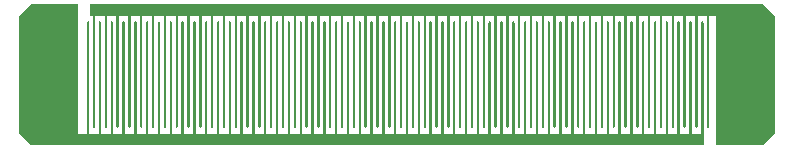
<source format=gbr>
%TF.GenerationSoftware,KiCad,Pcbnew,7.0.6*%
%TF.CreationDate,2023-08-15T09:54:10+01:00*%
%TF.ProjectId,pcb,7063622e-6b69-4636-9164-5f7063625858,rev?*%
%TF.SameCoordinates,Original*%
%TF.FileFunction,Copper,L2,Bot*%
%TF.FilePolarity,Positive*%
%FSLAX46Y46*%
G04 Gerber Fmt 4.6, Leading zero omitted, Abs format (unit mm)*
G04 Created by KiCad (PCBNEW 7.0.6) date 2023-08-15 09:54:10*
%MOMM*%
%LPD*%
G01*
G04 APERTURE LIST*
%TA.AperFunction,NonConductor*%
%ADD10C,0.000000*%
%TD*%
G04 APERTURE END LIST*
D10*
%TA.AperFunction,NonConductor*%
G36*
X23118880Y-184277490D02*
G01*
X23128740Y-184278950D01*
X23138410Y-184281370D01*
X23147800Y-184284730D01*
X23156810Y-184289000D01*
X23165370Y-184294120D01*
X23173370Y-184300060D01*
X23180760Y-184306760D01*
X23187460Y-184314150D01*
X23193400Y-184322150D01*
X23198520Y-184330710D01*
X23202790Y-184339720D01*
X23206150Y-184349110D01*
X23208570Y-184358780D01*
X23210030Y-184368640D01*
X23210520Y-184378600D01*
X23210520Y-194183000D01*
X23210030Y-194192960D01*
X23208570Y-194202820D01*
X23206150Y-194212490D01*
X23202790Y-194221880D01*
X23198520Y-194230890D01*
X23193400Y-194239450D01*
X23187460Y-194247450D01*
X23180760Y-194254840D01*
X23173370Y-194261540D01*
X23165370Y-194267480D01*
X23156810Y-194272600D01*
X23147800Y-194276870D01*
X23138410Y-194280230D01*
X23128740Y-194282650D01*
X23118880Y-194284110D01*
X23108920Y-194284600D01*
X23098960Y-194284110D01*
X23089100Y-194282650D01*
X23079430Y-194280230D01*
X23070040Y-194276870D01*
X23061030Y-194272600D01*
X23052470Y-194267480D01*
X23044470Y-194261540D01*
X23037080Y-194254840D01*
X23030380Y-194247450D01*
X23024440Y-194239450D01*
X23019320Y-194230890D01*
X23015050Y-194221880D01*
X23011690Y-194212490D01*
X23009270Y-194202820D01*
X23007810Y-194192960D01*
X23007320Y-194183000D01*
X23007320Y-184378600D01*
X23007810Y-184368640D01*
X23009270Y-184358780D01*
X23011690Y-184349110D01*
X23015050Y-184339720D01*
X23019320Y-184330710D01*
X23024440Y-184322150D01*
X23030380Y-184314150D01*
X23037080Y-184306760D01*
X23044470Y-184300060D01*
X23052470Y-184294120D01*
X23061030Y-184289000D01*
X23070040Y-184284730D01*
X23079430Y-184281370D01*
X23089100Y-184278950D01*
X23098960Y-184277490D01*
X23108920Y-184277000D01*
X23118880Y-184277490D01*
G37*
%TD.AperFunction*%
%TA.AperFunction,NonConductor*%
G36*
X40119100Y-184277490D02*
G01*
X40128960Y-184278950D01*
X40138630Y-184281370D01*
X40148020Y-184284730D01*
X40157030Y-184289000D01*
X40165590Y-184294120D01*
X40173590Y-184300060D01*
X40180980Y-184306760D01*
X40187680Y-184314150D01*
X40193620Y-184322150D01*
X40198740Y-184330710D01*
X40203010Y-184339720D01*
X40206370Y-184349110D01*
X40208790Y-184358780D01*
X40210250Y-184368640D01*
X40210740Y-184378600D01*
X40210740Y-194183000D01*
X40210250Y-194192960D01*
X40208790Y-194202820D01*
X40206370Y-194212490D01*
X40203010Y-194221880D01*
X40198740Y-194230890D01*
X40193620Y-194239450D01*
X40187680Y-194247450D01*
X40180980Y-194254840D01*
X40173590Y-194261540D01*
X40165590Y-194267480D01*
X40157030Y-194272600D01*
X40148020Y-194276870D01*
X40138630Y-194280230D01*
X40128960Y-194282650D01*
X40119100Y-194284110D01*
X40109140Y-194284600D01*
X40099180Y-194284110D01*
X40089320Y-194282650D01*
X40079650Y-194280230D01*
X40070260Y-194276870D01*
X40061250Y-194272600D01*
X40052690Y-194267480D01*
X40044690Y-194261540D01*
X40037300Y-194254840D01*
X40030600Y-194247450D01*
X40024660Y-194239450D01*
X40019540Y-194230890D01*
X40015270Y-194221880D01*
X40011910Y-194212490D01*
X40009490Y-194202820D01*
X40008030Y-194192960D01*
X40007540Y-194183000D01*
X40007540Y-184378600D01*
X40008030Y-184368640D01*
X40009490Y-184358780D01*
X40011910Y-184349110D01*
X40015270Y-184339720D01*
X40019540Y-184330710D01*
X40024660Y-184322150D01*
X40030600Y-184314150D01*
X40037300Y-184306760D01*
X40044690Y-184300060D01*
X40052690Y-184294120D01*
X40061250Y-184289000D01*
X40070260Y-184284730D01*
X40079650Y-184281370D01*
X40089320Y-184278950D01*
X40099180Y-184277490D01*
X40109140Y-184277000D01*
X40119100Y-184277490D01*
G37*
%TD.AperFunction*%
%TA.AperFunction,NonConductor*%
G36*
X21117360Y-184277490D02*
G01*
X21127220Y-184278950D01*
X21136890Y-184281370D01*
X21146280Y-184284730D01*
X21155290Y-184289000D01*
X21163850Y-184294120D01*
X21171850Y-184300060D01*
X21179240Y-184306760D01*
X21185940Y-184314150D01*
X21191880Y-184322150D01*
X21197000Y-184330710D01*
X21201270Y-184339720D01*
X21204630Y-184349110D01*
X21207050Y-184358780D01*
X21208510Y-184368640D01*
X21209000Y-184378600D01*
X21209000Y-194183000D01*
X21208510Y-194192960D01*
X21207050Y-194202820D01*
X21204630Y-194212490D01*
X21201270Y-194221880D01*
X21197000Y-194230890D01*
X21191880Y-194239450D01*
X21185940Y-194247450D01*
X21179240Y-194254840D01*
X21171850Y-194261540D01*
X21163850Y-194267480D01*
X21155290Y-194272600D01*
X21146280Y-194276870D01*
X21136890Y-194280230D01*
X21127220Y-194282650D01*
X21117360Y-194284110D01*
X21107400Y-194284600D01*
X21097440Y-194284110D01*
X21087580Y-194282650D01*
X21077910Y-194280230D01*
X21068520Y-194276870D01*
X21059510Y-194272600D01*
X21050950Y-194267480D01*
X21042950Y-194261540D01*
X21035560Y-194254840D01*
X21028860Y-194247450D01*
X21022920Y-194239450D01*
X21017800Y-194230890D01*
X21013530Y-194221880D01*
X21010170Y-194212490D01*
X21007750Y-194202820D01*
X21006290Y-194192960D01*
X21005800Y-194183000D01*
X21005800Y-184378600D01*
X21006290Y-184368640D01*
X21007750Y-184358780D01*
X21010170Y-184349110D01*
X21013530Y-184339720D01*
X21017800Y-184330710D01*
X21022920Y-184322150D01*
X21028860Y-184314150D01*
X21035560Y-184306760D01*
X21042950Y-184300060D01*
X21050950Y-184294120D01*
X21059510Y-184289000D01*
X21068520Y-184284730D01*
X21077910Y-184281370D01*
X21087580Y-184278950D01*
X21097440Y-184277490D01*
X21107400Y-184277000D01*
X21117360Y-184277490D01*
G37*
%TD.AperFunction*%
%TA.AperFunction,NonConductor*%
G36*
X22118120Y-184277490D02*
G01*
X22127980Y-184278950D01*
X22137650Y-184281370D01*
X22147040Y-184284730D01*
X22156050Y-184289000D01*
X22164610Y-184294120D01*
X22172610Y-184300060D01*
X22180000Y-184306760D01*
X22186700Y-184314150D01*
X22192640Y-184322150D01*
X22197760Y-184330710D01*
X22202030Y-184339720D01*
X22205390Y-184349110D01*
X22207810Y-184358780D01*
X22209270Y-184368640D01*
X22209760Y-184378600D01*
X22209760Y-194183000D01*
X22209270Y-194192960D01*
X22207810Y-194202820D01*
X22205390Y-194212490D01*
X22202030Y-194221880D01*
X22197760Y-194230890D01*
X22192640Y-194239450D01*
X22186700Y-194247450D01*
X22180000Y-194254840D01*
X22172610Y-194261540D01*
X22164610Y-194267480D01*
X22156050Y-194272600D01*
X22147040Y-194276870D01*
X22137650Y-194280230D01*
X22127980Y-194282650D01*
X22118120Y-194284110D01*
X22108160Y-194284600D01*
X22098200Y-194284110D01*
X22088340Y-194282650D01*
X22078670Y-194280230D01*
X22069280Y-194276870D01*
X22060270Y-194272600D01*
X22051710Y-194267480D01*
X22043710Y-194261540D01*
X22036320Y-194254840D01*
X22029620Y-194247450D01*
X22023680Y-194239450D01*
X22018560Y-194230890D01*
X22014290Y-194221880D01*
X22010930Y-194212490D01*
X22008510Y-194202820D01*
X22007050Y-194192960D01*
X22006560Y-194183000D01*
X22006560Y-184378600D01*
X22007050Y-184368640D01*
X22008510Y-184358780D01*
X22010930Y-184349110D01*
X22014290Y-184339720D01*
X22018560Y-184330710D01*
X22023680Y-184322150D01*
X22029620Y-184314150D01*
X22036320Y-184306760D01*
X22043710Y-184300060D01*
X22051710Y-184294120D01*
X22060270Y-184289000D01*
X22069280Y-184284730D01*
X22078670Y-184281370D01*
X22088340Y-184278950D01*
X22098200Y-184277490D01*
X22108160Y-184277000D01*
X22118120Y-184277490D01*
G37*
%TD.AperFunction*%
%TA.AperFunction,NonConductor*%
G36*
X21617740Y-183276730D02*
G01*
X21627600Y-183278190D01*
X21637270Y-183280610D01*
X21646660Y-183283970D01*
X21655670Y-183288240D01*
X21664230Y-183293360D01*
X21672230Y-183299300D01*
X21679620Y-183306000D01*
X21686320Y-183313390D01*
X21692260Y-183321390D01*
X21697380Y-183329950D01*
X21701650Y-183338960D01*
X21705010Y-183348350D01*
X21707430Y-183358020D01*
X21708890Y-183367880D01*
X21709380Y-183377840D01*
X21709380Y-193182240D01*
X21708890Y-193192200D01*
X21707430Y-193202060D01*
X21705010Y-193211730D01*
X21701650Y-193221120D01*
X21697380Y-193230130D01*
X21692260Y-193238690D01*
X21686320Y-193246690D01*
X21679620Y-193254080D01*
X21672230Y-193260780D01*
X21664230Y-193266720D01*
X21655670Y-193271840D01*
X21646660Y-193276110D01*
X21637270Y-193279470D01*
X21627600Y-193281890D01*
X21617740Y-193283350D01*
X21607780Y-193283840D01*
X21597820Y-193283350D01*
X21587960Y-193281890D01*
X21578290Y-193279470D01*
X21568900Y-193276110D01*
X21559890Y-193271840D01*
X21551330Y-193266720D01*
X21543330Y-193260780D01*
X21535940Y-193254080D01*
X21529240Y-193246690D01*
X21523300Y-193238690D01*
X21518180Y-193230130D01*
X21513910Y-193221120D01*
X21510550Y-193211730D01*
X21508130Y-193202060D01*
X21506670Y-193192200D01*
X21506180Y-193182240D01*
X21506180Y-183377840D01*
X21506670Y-183367880D01*
X21508130Y-183358020D01*
X21510550Y-183348350D01*
X21513910Y-183338960D01*
X21518180Y-183329950D01*
X21523300Y-183321390D01*
X21529240Y-183313390D01*
X21535940Y-183306000D01*
X21543330Y-183299300D01*
X21551330Y-183293360D01*
X21559890Y-183288240D01*
X21568900Y-183283970D01*
X21578290Y-183280610D01*
X21587960Y-183278190D01*
X21597820Y-183276730D01*
X21607780Y-183276240D01*
X21617740Y-183276730D01*
G37*
%TD.AperFunction*%
%TA.AperFunction,NonConductor*%
G36*
X59118300Y-184277490D02*
G01*
X59128160Y-184278950D01*
X59137830Y-184281370D01*
X59147220Y-184284730D01*
X59156230Y-184289000D01*
X59164790Y-184294120D01*
X59172790Y-184300060D01*
X59180180Y-184306760D01*
X59186880Y-184314150D01*
X59192820Y-184322150D01*
X59197940Y-184330710D01*
X59202210Y-184339720D01*
X59205570Y-184349110D01*
X59207990Y-184358780D01*
X59209450Y-184368640D01*
X59209940Y-184378600D01*
X59209940Y-194183000D01*
X59209450Y-194192960D01*
X59207990Y-194202820D01*
X59205570Y-194212490D01*
X59202210Y-194221880D01*
X59197940Y-194230890D01*
X59192820Y-194239450D01*
X59186880Y-194247450D01*
X59180180Y-194254840D01*
X59172790Y-194261540D01*
X59164790Y-194267480D01*
X59156230Y-194272600D01*
X59147220Y-194276870D01*
X59137830Y-194280230D01*
X59128160Y-194282650D01*
X59118300Y-194284110D01*
X59108340Y-194284600D01*
X59098380Y-194284110D01*
X59088520Y-194282650D01*
X59078850Y-194280230D01*
X59069460Y-194276870D01*
X59060450Y-194272600D01*
X59051890Y-194267480D01*
X59043890Y-194261540D01*
X59036500Y-194254840D01*
X59029800Y-194247450D01*
X59023860Y-194239450D01*
X59018740Y-194230890D01*
X59014470Y-194221880D01*
X59011110Y-194212490D01*
X59008690Y-194202820D01*
X59007230Y-194192960D01*
X59006740Y-194183000D01*
X59006740Y-184378600D01*
X59007230Y-184368640D01*
X59008690Y-184358780D01*
X59011110Y-184349110D01*
X59014470Y-184339720D01*
X59018740Y-184330710D01*
X59023860Y-184322150D01*
X59029800Y-184314150D01*
X59036500Y-184306760D01*
X59043890Y-184300060D01*
X59051890Y-184294120D01*
X59060450Y-184289000D01*
X59069460Y-184284730D01*
X59078850Y-184281370D01*
X59088520Y-184278950D01*
X59098380Y-184277490D01*
X59108340Y-184277000D01*
X59118300Y-184277490D01*
G37*
%TD.AperFunction*%
%TA.AperFunction,NonConductor*%
G36*
X38117580Y-184277490D02*
G01*
X38127440Y-184278950D01*
X38137110Y-184281370D01*
X38146500Y-184284730D01*
X38155510Y-184289000D01*
X38164070Y-184294120D01*
X38172070Y-184300060D01*
X38179460Y-184306760D01*
X38186160Y-184314150D01*
X38192100Y-184322150D01*
X38197220Y-184330710D01*
X38201490Y-184339720D01*
X38204850Y-184349110D01*
X38207270Y-184358780D01*
X38208730Y-184368640D01*
X38209220Y-184378600D01*
X38209220Y-194183000D01*
X38208730Y-194192960D01*
X38207270Y-194202820D01*
X38204850Y-194212490D01*
X38201490Y-194221880D01*
X38197220Y-194230890D01*
X38192100Y-194239450D01*
X38186160Y-194247450D01*
X38179460Y-194254840D01*
X38172070Y-194261540D01*
X38164070Y-194267480D01*
X38155510Y-194272600D01*
X38146500Y-194276870D01*
X38137110Y-194280230D01*
X38127440Y-194282650D01*
X38117580Y-194284110D01*
X38107620Y-194284600D01*
X38097660Y-194284110D01*
X38087800Y-194282650D01*
X38078130Y-194280230D01*
X38068740Y-194276870D01*
X38059730Y-194272600D01*
X38051170Y-194267480D01*
X38043170Y-194261540D01*
X38035780Y-194254840D01*
X38029080Y-194247450D01*
X38023140Y-194239450D01*
X38018020Y-194230890D01*
X38013750Y-194221880D01*
X38010390Y-194212490D01*
X38007970Y-194202820D01*
X38006510Y-194192960D01*
X38006020Y-194183000D01*
X38006020Y-184378600D01*
X38006510Y-184368640D01*
X38007970Y-184358780D01*
X38010390Y-184349110D01*
X38013750Y-184339720D01*
X38018020Y-184330710D01*
X38023140Y-184322150D01*
X38029080Y-184314150D01*
X38035780Y-184306760D01*
X38043170Y-184300060D01*
X38051170Y-184294120D01*
X38059730Y-184289000D01*
X38068740Y-184284730D01*
X38078130Y-184281370D01*
X38087800Y-184278950D01*
X38097660Y-184277490D01*
X38107620Y-184277000D01*
X38117580Y-184277490D01*
G37*
%TD.AperFunction*%
%TA.AperFunction,NonConductor*%
G36*
X31617720Y-183276730D02*
G01*
X31627580Y-183278190D01*
X31637250Y-183280610D01*
X31646640Y-183283970D01*
X31655650Y-183288240D01*
X31664210Y-183293360D01*
X31672210Y-183299300D01*
X31679600Y-183306000D01*
X31686300Y-183313390D01*
X31692240Y-183321390D01*
X31697360Y-183329950D01*
X31701630Y-183338960D01*
X31704990Y-183348350D01*
X31707410Y-183358020D01*
X31708870Y-183367880D01*
X31709360Y-183377840D01*
X31709360Y-193182240D01*
X31708870Y-193192200D01*
X31707410Y-193202060D01*
X31704990Y-193211730D01*
X31701630Y-193221120D01*
X31697360Y-193230130D01*
X31692240Y-193238690D01*
X31686300Y-193246690D01*
X31679600Y-193254080D01*
X31672210Y-193260780D01*
X31664210Y-193266720D01*
X31655650Y-193271840D01*
X31646640Y-193276110D01*
X31637250Y-193279470D01*
X31627580Y-193281890D01*
X31617720Y-193283350D01*
X31607760Y-193283840D01*
X31597800Y-193283350D01*
X31587940Y-193281890D01*
X31578270Y-193279470D01*
X31568880Y-193276110D01*
X31559870Y-193271840D01*
X31551310Y-193266720D01*
X31543310Y-193260780D01*
X31535920Y-193254080D01*
X31529220Y-193246690D01*
X31523280Y-193238690D01*
X31518160Y-193230130D01*
X31513890Y-193221120D01*
X31510530Y-193211730D01*
X31508110Y-193202060D01*
X31506650Y-193192200D01*
X31506160Y-193182240D01*
X31506160Y-183377840D01*
X31506650Y-183367880D01*
X31508110Y-183358020D01*
X31510530Y-183348350D01*
X31513890Y-183338960D01*
X31518160Y-183329950D01*
X31523280Y-183321390D01*
X31529220Y-183313390D01*
X31535920Y-183306000D01*
X31543310Y-183299300D01*
X31551310Y-183293360D01*
X31559870Y-183288240D01*
X31568880Y-183283970D01*
X31578270Y-183280610D01*
X31587940Y-183278190D01*
X31597800Y-183276730D01*
X31607760Y-183276240D01*
X31617720Y-183276730D01*
G37*
%TD.AperFunction*%
%TA.AperFunction,NonConductor*%
G36*
X44617440Y-183276730D02*
G01*
X44627300Y-183278190D01*
X44636970Y-183280610D01*
X44646360Y-183283970D01*
X44655370Y-183288240D01*
X44663930Y-183293360D01*
X44671930Y-183299300D01*
X44679320Y-183306000D01*
X44686020Y-183313390D01*
X44691960Y-183321390D01*
X44697080Y-183329950D01*
X44701350Y-183338960D01*
X44704710Y-183348350D01*
X44707130Y-183358020D01*
X44708590Y-183367880D01*
X44709080Y-183377840D01*
X44709080Y-193182240D01*
X44708590Y-193192200D01*
X44707130Y-193202060D01*
X44704710Y-193211730D01*
X44701350Y-193221120D01*
X44697080Y-193230130D01*
X44691960Y-193238690D01*
X44686020Y-193246690D01*
X44679320Y-193254080D01*
X44671930Y-193260780D01*
X44663930Y-193266720D01*
X44655370Y-193271840D01*
X44646360Y-193276110D01*
X44636970Y-193279470D01*
X44627300Y-193281890D01*
X44617440Y-193283350D01*
X44607480Y-193283840D01*
X44597520Y-193283350D01*
X44587660Y-193281890D01*
X44577990Y-193279470D01*
X44568600Y-193276110D01*
X44559590Y-193271840D01*
X44551030Y-193266720D01*
X44543030Y-193260780D01*
X44535640Y-193254080D01*
X44528940Y-193246690D01*
X44523000Y-193238690D01*
X44517880Y-193230130D01*
X44513610Y-193221120D01*
X44510250Y-193211730D01*
X44507830Y-193202060D01*
X44506370Y-193192200D01*
X44505880Y-193182240D01*
X44505880Y-183377840D01*
X44506370Y-183367880D01*
X44507830Y-183358020D01*
X44510250Y-183348350D01*
X44513610Y-183338960D01*
X44517880Y-183329950D01*
X44523000Y-183321390D01*
X44528940Y-183313390D01*
X44535640Y-183306000D01*
X44543030Y-183299300D01*
X44551030Y-183293360D01*
X44559590Y-183288240D01*
X44568600Y-183283970D01*
X44577990Y-183280610D01*
X44587660Y-183278190D01*
X44597520Y-183276730D01*
X44607480Y-183276240D01*
X44617440Y-183276730D01*
G37*
%TD.AperFunction*%
%TA.AperFunction,NonConductor*%
G36*
X27116840Y-184277490D02*
G01*
X27126700Y-184278950D01*
X27136370Y-184281370D01*
X27145760Y-184284730D01*
X27154770Y-184289000D01*
X27163330Y-184294120D01*
X27171330Y-184300060D01*
X27178720Y-184306760D01*
X27185420Y-184314150D01*
X27191360Y-184322150D01*
X27196480Y-184330710D01*
X27200750Y-184339720D01*
X27204110Y-184349110D01*
X27206530Y-184358780D01*
X27207990Y-184368640D01*
X27208480Y-184378600D01*
X27208480Y-194183000D01*
X27207990Y-194192960D01*
X27206530Y-194202820D01*
X27204110Y-194212490D01*
X27200750Y-194221880D01*
X27196480Y-194230890D01*
X27191360Y-194239450D01*
X27185420Y-194247450D01*
X27178720Y-194254840D01*
X27171330Y-194261540D01*
X27163330Y-194267480D01*
X27154770Y-194272600D01*
X27145760Y-194276870D01*
X27136370Y-194280230D01*
X27126700Y-194282650D01*
X27116840Y-194284110D01*
X27106880Y-194284600D01*
X27096920Y-194284110D01*
X27087060Y-194282650D01*
X27077390Y-194280230D01*
X27068000Y-194276870D01*
X27058990Y-194272600D01*
X27050430Y-194267480D01*
X27042430Y-194261540D01*
X27035040Y-194254840D01*
X27028340Y-194247450D01*
X27022400Y-194239450D01*
X27017280Y-194230890D01*
X27013010Y-194221880D01*
X27009650Y-194212490D01*
X27007230Y-194202820D01*
X27005770Y-194192960D01*
X27005280Y-194183000D01*
X27005280Y-184378600D01*
X27005770Y-184368640D01*
X27007230Y-184358780D01*
X27009650Y-184349110D01*
X27013010Y-184339720D01*
X27017280Y-184330710D01*
X27022400Y-184322150D01*
X27028340Y-184314150D01*
X27035040Y-184306760D01*
X27042430Y-184300060D01*
X27050430Y-184294120D01*
X27058990Y-184289000D01*
X27068000Y-184284730D01*
X27077390Y-184281370D01*
X27087060Y-184278950D01*
X27096920Y-184277490D01*
X27106880Y-184277000D01*
X27116840Y-184277490D01*
G37*
%TD.AperFunction*%
%TA.AperFunction,NonConductor*%
G36*
X37116820Y-184277490D02*
G01*
X37126680Y-184278950D01*
X37136350Y-184281370D01*
X37145740Y-184284730D01*
X37154750Y-184289000D01*
X37163310Y-184294120D01*
X37171310Y-184300060D01*
X37178700Y-184306760D01*
X37185400Y-184314150D01*
X37191340Y-184322150D01*
X37196460Y-184330710D01*
X37200730Y-184339720D01*
X37204090Y-184349110D01*
X37206510Y-184358780D01*
X37207970Y-184368640D01*
X37208460Y-184378600D01*
X37208460Y-194183000D01*
X37207970Y-194192960D01*
X37206510Y-194202820D01*
X37204090Y-194212490D01*
X37200730Y-194221880D01*
X37196460Y-194230890D01*
X37191340Y-194239450D01*
X37185400Y-194247450D01*
X37178700Y-194254840D01*
X37171310Y-194261540D01*
X37163310Y-194267480D01*
X37154750Y-194272600D01*
X37145740Y-194276870D01*
X37136350Y-194280230D01*
X37126680Y-194282650D01*
X37116820Y-194284110D01*
X37106860Y-194284600D01*
X37096900Y-194284110D01*
X37087040Y-194282650D01*
X37077370Y-194280230D01*
X37067980Y-194276870D01*
X37058970Y-194272600D01*
X37050410Y-194267480D01*
X37042410Y-194261540D01*
X37035020Y-194254840D01*
X37028320Y-194247450D01*
X37022380Y-194239450D01*
X37017260Y-194230890D01*
X37012990Y-194221880D01*
X37009630Y-194212490D01*
X37007210Y-194202820D01*
X37005750Y-194192960D01*
X37005260Y-194183000D01*
X37005260Y-184378600D01*
X37005750Y-184368640D01*
X37007210Y-184358780D01*
X37009630Y-184349110D01*
X37012990Y-184339720D01*
X37017260Y-184330710D01*
X37022380Y-184322150D01*
X37028320Y-184314150D01*
X37035020Y-184306760D01*
X37042410Y-184300060D01*
X37050410Y-184294120D01*
X37058970Y-184289000D01*
X37067980Y-184284730D01*
X37077370Y-184281370D01*
X37087040Y-184278950D01*
X37096900Y-184277490D01*
X37106860Y-184277000D01*
X37116820Y-184277490D01*
G37*
%TD.AperFunction*%
%TA.AperFunction,NonConductor*%
G36*
X23619260Y-183276730D02*
G01*
X23629120Y-183278190D01*
X23638790Y-183280610D01*
X23648180Y-183283970D01*
X23657190Y-183288240D01*
X23665750Y-183293360D01*
X23673750Y-183299300D01*
X23681140Y-183306000D01*
X23687840Y-183313390D01*
X23693780Y-183321390D01*
X23698900Y-183329950D01*
X23703170Y-183338960D01*
X23706530Y-183348350D01*
X23708950Y-183358020D01*
X23710410Y-183367880D01*
X23710900Y-183377840D01*
X23710900Y-193182240D01*
X23710410Y-193192200D01*
X23708950Y-193202060D01*
X23706530Y-193211730D01*
X23703170Y-193221120D01*
X23698900Y-193230130D01*
X23693780Y-193238690D01*
X23687840Y-193246690D01*
X23681140Y-193254080D01*
X23673750Y-193260780D01*
X23665750Y-193266720D01*
X23657190Y-193271840D01*
X23648180Y-193276110D01*
X23638790Y-193279470D01*
X23629120Y-193281890D01*
X23619260Y-193283350D01*
X23609300Y-193283840D01*
X23599340Y-193283350D01*
X23589480Y-193281890D01*
X23579810Y-193279470D01*
X23570420Y-193276110D01*
X23561410Y-193271840D01*
X23552850Y-193266720D01*
X23544850Y-193260780D01*
X23537460Y-193254080D01*
X23530760Y-193246690D01*
X23524820Y-193238690D01*
X23519700Y-193230130D01*
X23515430Y-193221120D01*
X23512070Y-193211730D01*
X23509650Y-193202060D01*
X23508190Y-193192200D01*
X23507700Y-193182240D01*
X23507700Y-183377840D01*
X23508190Y-183367880D01*
X23509650Y-183358020D01*
X23512070Y-183348350D01*
X23515430Y-183338960D01*
X23519700Y-183329950D01*
X23524820Y-183321390D01*
X23530760Y-183313390D01*
X23537460Y-183306000D01*
X23544850Y-183299300D01*
X23552850Y-183293360D01*
X23561410Y-183288240D01*
X23570420Y-183283970D01*
X23579810Y-183280610D01*
X23589480Y-183278190D01*
X23599340Y-183276730D01*
X23609300Y-183276240D01*
X23619260Y-183276730D01*
G37*
%TD.AperFunction*%
%TA.AperFunction,NonConductor*%
G36*
X51117300Y-184277490D02*
G01*
X51127160Y-184278950D01*
X51136830Y-184281370D01*
X51146220Y-184284730D01*
X51155230Y-184289000D01*
X51163790Y-184294120D01*
X51171790Y-184300060D01*
X51179180Y-184306760D01*
X51185880Y-184314150D01*
X51191820Y-184322150D01*
X51196940Y-184330710D01*
X51201210Y-184339720D01*
X51204570Y-184349110D01*
X51206990Y-184358780D01*
X51208450Y-184368640D01*
X51208940Y-184378600D01*
X51208940Y-194183000D01*
X51208450Y-194192960D01*
X51206990Y-194202820D01*
X51204570Y-194212490D01*
X51201210Y-194221880D01*
X51196940Y-194230890D01*
X51191820Y-194239450D01*
X51185880Y-194247450D01*
X51179180Y-194254840D01*
X51171790Y-194261540D01*
X51163790Y-194267480D01*
X51155230Y-194272600D01*
X51146220Y-194276870D01*
X51136830Y-194280230D01*
X51127160Y-194282650D01*
X51117300Y-194284110D01*
X51107340Y-194284600D01*
X51097380Y-194284110D01*
X51087520Y-194282650D01*
X51077850Y-194280230D01*
X51068460Y-194276870D01*
X51059450Y-194272600D01*
X51050890Y-194267480D01*
X51042890Y-194261540D01*
X51035500Y-194254840D01*
X51028800Y-194247450D01*
X51022860Y-194239450D01*
X51017740Y-194230890D01*
X51013470Y-194221880D01*
X51010110Y-194212490D01*
X51007690Y-194202820D01*
X51006230Y-194192960D01*
X51005740Y-194183000D01*
X51005740Y-184378600D01*
X51006230Y-184368640D01*
X51007690Y-184358780D01*
X51010110Y-184349110D01*
X51013470Y-184339720D01*
X51017740Y-184330710D01*
X51022860Y-184322150D01*
X51028800Y-184314150D01*
X51035500Y-184306760D01*
X51042890Y-184300060D01*
X51050890Y-184294120D01*
X51059450Y-184289000D01*
X51068460Y-184284730D01*
X51077850Y-184281370D01*
X51087520Y-184278950D01*
X51097380Y-184277490D01*
X51107340Y-184277000D01*
X51117300Y-184277490D01*
G37*
%TD.AperFunction*%
%TA.AperFunction,NonConductor*%
G36*
X55117800Y-184277490D02*
G01*
X55127660Y-184278950D01*
X55137330Y-184281370D01*
X55146720Y-184284730D01*
X55155730Y-184289000D01*
X55164290Y-184294120D01*
X55172290Y-184300060D01*
X55179680Y-184306760D01*
X55186380Y-184314150D01*
X55192320Y-184322150D01*
X55197440Y-184330710D01*
X55201710Y-184339720D01*
X55205070Y-184349110D01*
X55207490Y-184358780D01*
X55208950Y-184368640D01*
X55209440Y-184378600D01*
X55209440Y-194183000D01*
X55208950Y-194192960D01*
X55207490Y-194202820D01*
X55205070Y-194212490D01*
X55201710Y-194221880D01*
X55197440Y-194230890D01*
X55192320Y-194239450D01*
X55186380Y-194247450D01*
X55179680Y-194254840D01*
X55172290Y-194261540D01*
X55164290Y-194267480D01*
X55155730Y-194272600D01*
X55146720Y-194276870D01*
X55137330Y-194280230D01*
X55127660Y-194282650D01*
X55117800Y-194284110D01*
X55107840Y-194284600D01*
X55097880Y-194284110D01*
X55088020Y-194282650D01*
X55078350Y-194280230D01*
X55068960Y-194276870D01*
X55059950Y-194272600D01*
X55051390Y-194267480D01*
X55043390Y-194261540D01*
X55036000Y-194254840D01*
X55029300Y-194247450D01*
X55023360Y-194239450D01*
X55018240Y-194230890D01*
X55013970Y-194221880D01*
X55010610Y-194212490D01*
X55008190Y-194202820D01*
X55006730Y-194192960D01*
X55006240Y-194183000D01*
X55006240Y-184378600D01*
X55006730Y-184368640D01*
X55008190Y-184358780D01*
X55010610Y-184349110D01*
X55013970Y-184339720D01*
X55018240Y-184330710D01*
X55023360Y-184322150D01*
X55029300Y-184314150D01*
X55036000Y-184306760D01*
X55043390Y-184300060D01*
X55051390Y-184294120D01*
X55059950Y-184289000D01*
X55068960Y-184284730D01*
X55078350Y-184281370D01*
X55088020Y-184278950D01*
X55097880Y-184277490D01*
X55107840Y-184277000D01*
X55117800Y-184277490D01*
G37*
%TD.AperFunction*%
%TA.AperFunction,NonConductor*%
G36*
X48117560Y-184277490D02*
G01*
X48127420Y-184278950D01*
X48137090Y-184281370D01*
X48146480Y-184284730D01*
X48155490Y-184289000D01*
X48164050Y-184294120D01*
X48172050Y-184300060D01*
X48179440Y-184306760D01*
X48186140Y-184314150D01*
X48192080Y-184322150D01*
X48197200Y-184330710D01*
X48201470Y-184339720D01*
X48204830Y-184349110D01*
X48207250Y-184358780D01*
X48208710Y-184368640D01*
X48209200Y-184378600D01*
X48209200Y-194183000D01*
X48208710Y-194192960D01*
X48207250Y-194202820D01*
X48204830Y-194212490D01*
X48201470Y-194221880D01*
X48197200Y-194230890D01*
X48192080Y-194239450D01*
X48186140Y-194247450D01*
X48179440Y-194254840D01*
X48172050Y-194261540D01*
X48164050Y-194267480D01*
X48155490Y-194272600D01*
X48146480Y-194276870D01*
X48137090Y-194280230D01*
X48127420Y-194282650D01*
X48117560Y-194284110D01*
X48107600Y-194284600D01*
X48097640Y-194284110D01*
X48087780Y-194282650D01*
X48078110Y-194280230D01*
X48068720Y-194276870D01*
X48059710Y-194272600D01*
X48051150Y-194267480D01*
X48043150Y-194261540D01*
X48035760Y-194254840D01*
X48029060Y-194247450D01*
X48023120Y-194239450D01*
X48018000Y-194230890D01*
X48013730Y-194221880D01*
X48010370Y-194212490D01*
X48007950Y-194202820D01*
X48006490Y-194192960D01*
X48006000Y-194183000D01*
X48006000Y-184378600D01*
X48006490Y-184368640D01*
X48007950Y-184358780D01*
X48010370Y-184349110D01*
X48013730Y-184339720D01*
X48018000Y-184330710D01*
X48023120Y-184322150D01*
X48029060Y-184314150D01*
X48035760Y-184306760D01*
X48043150Y-184300060D01*
X48051150Y-184294120D01*
X48059710Y-184289000D01*
X48068720Y-184284730D01*
X48078110Y-184281370D01*
X48087780Y-184278950D01*
X48097640Y-184277490D01*
X48107600Y-184277000D01*
X48117560Y-184277490D01*
G37*
%TD.AperFunction*%
%TA.AperFunction,NonConductor*%
G36*
X53619200Y-183276730D02*
G01*
X53629060Y-183278190D01*
X53638730Y-183280610D01*
X53648120Y-183283970D01*
X53657130Y-183288240D01*
X53665690Y-183293360D01*
X53673690Y-183299300D01*
X53681080Y-183306000D01*
X53687780Y-183313390D01*
X53693720Y-183321390D01*
X53698840Y-183329950D01*
X53703110Y-183338960D01*
X53706470Y-183348350D01*
X53708890Y-183358020D01*
X53710350Y-183367880D01*
X53710840Y-183377840D01*
X53710840Y-193182240D01*
X53710350Y-193192200D01*
X53708890Y-193202060D01*
X53706470Y-193211730D01*
X53703110Y-193221120D01*
X53698840Y-193230130D01*
X53693720Y-193238690D01*
X53687780Y-193246690D01*
X53681080Y-193254080D01*
X53673690Y-193260780D01*
X53665690Y-193266720D01*
X53657130Y-193271840D01*
X53648120Y-193276110D01*
X53638730Y-193279470D01*
X53629060Y-193281890D01*
X53619200Y-193283350D01*
X53609240Y-193283840D01*
X53599280Y-193283350D01*
X53589420Y-193281890D01*
X53579750Y-193279470D01*
X53570360Y-193276110D01*
X53561350Y-193271840D01*
X53552790Y-193266720D01*
X53544790Y-193260780D01*
X53537400Y-193254080D01*
X53530700Y-193246690D01*
X53524760Y-193238690D01*
X53519640Y-193230130D01*
X53515370Y-193221120D01*
X53512010Y-193211730D01*
X53509590Y-193202060D01*
X53508130Y-193192200D01*
X53507640Y-193182240D01*
X53507640Y-183377840D01*
X53508130Y-183367880D01*
X53509590Y-183358020D01*
X53512010Y-183348350D01*
X53515370Y-183338960D01*
X53519640Y-183329950D01*
X53524760Y-183321390D01*
X53530700Y-183313390D01*
X53537400Y-183306000D01*
X53544790Y-183299300D01*
X53552790Y-183293360D01*
X53561350Y-183288240D01*
X53570360Y-183283970D01*
X53579750Y-183280610D01*
X53589420Y-183278190D01*
X53599280Y-183276730D01*
X53609240Y-183276240D01*
X53619200Y-183276730D01*
G37*
%TD.AperFunction*%
%TA.AperFunction,NonConductor*%
G36*
X35618220Y-183276730D02*
G01*
X35628080Y-183278190D01*
X35637750Y-183280610D01*
X35647140Y-183283970D01*
X35656150Y-183288240D01*
X35664710Y-183293360D01*
X35672710Y-183299300D01*
X35680100Y-183306000D01*
X35686800Y-183313390D01*
X35692740Y-183321390D01*
X35697860Y-183329950D01*
X35702130Y-183338960D01*
X35705490Y-183348350D01*
X35707910Y-183358020D01*
X35709370Y-183367880D01*
X35709860Y-183377840D01*
X35709860Y-193182240D01*
X35709370Y-193192200D01*
X35707910Y-193202060D01*
X35705490Y-193211730D01*
X35702130Y-193221120D01*
X35697860Y-193230130D01*
X35692740Y-193238690D01*
X35686800Y-193246690D01*
X35680100Y-193254080D01*
X35672710Y-193260780D01*
X35664710Y-193266720D01*
X35656150Y-193271840D01*
X35647140Y-193276110D01*
X35637750Y-193279470D01*
X35628080Y-193281890D01*
X35618220Y-193283350D01*
X35608260Y-193283840D01*
X35598300Y-193283350D01*
X35588440Y-193281890D01*
X35578770Y-193279470D01*
X35569380Y-193276110D01*
X35560370Y-193271840D01*
X35551810Y-193266720D01*
X35543810Y-193260780D01*
X35536420Y-193254080D01*
X35529720Y-193246690D01*
X35523780Y-193238690D01*
X35518660Y-193230130D01*
X35514390Y-193221120D01*
X35511030Y-193211730D01*
X35508610Y-193202060D01*
X35507150Y-193192200D01*
X35506660Y-193182240D01*
X35506660Y-183377840D01*
X35507150Y-183367880D01*
X35508610Y-183358020D01*
X35511030Y-183348350D01*
X35514390Y-183338960D01*
X35518660Y-183329950D01*
X35523780Y-183321390D01*
X35529720Y-183313390D01*
X35536420Y-183306000D01*
X35543810Y-183299300D01*
X35551810Y-183293360D01*
X35560370Y-183288240D01*
X35569380Y-183283970D01*
X35578770Y-183280610D01*
X35588440Y-183278190D01*
X35598300Y-183276730D01*
X35608260Y-183276240D01*
X35618220Y-183276730D01*
G37*
%TD.AperFunction*%
%TA.AperFunction,NonConductor*%
G36*
X54117040Y-184277490D02*
G01*
X54126900Y-184278950D01*
X54136570Y-184281370D01*
X54145960Y-184284730D01*
X54154970Y-184289000D01*
X54163530Y-184294120D01*
X54171530Y-184300060D01*
X54178920Y-184306760D01*
X54185620Y-184314150D01*
X54191560Y-184322150D01*
X54196680Y-184330710D01*
X54200950Y-184339720D01*
X54204310Y-184349110D01*
X54206730Y-184358780D01*
X54208190Y-184368640D01*
X54208680Y-184378600D01*
X54208680Y-194183000D01*
X54208190Y-194192960D01*
X54206730Y-194202820D01*
X54204310Y-194212490D01*
X54200950Y-194221880D01*
X54196680Y-194230890D01*
X54191560Y-194239450D01*
X54185620Y-194247450D01*
X54178920Y-194254840D01*
X54171530Y-194261540D01*
X54163530Y-194267480D01*
X54154970Y-194272600D01*
X54145960Y-194276870D01*
X54136570Y-194280230D01*
X54126900Y-194282650D01*
X54117040Y-194284110D01*
X54107080Y-194284600D01*
X54097120Y-194284110D01*
X54087260Y-194282650D01*
X54077590Y-194280230D01*
X54068200Y-194276870D01*
X54059190Y-194272600D01*
X54050630Y-194267480D01*
X54042630Y-194261540D01*
X54035240Y-194254840D01*
X54028540Y-194247450D01*
X54022600Y-194239450D01*
X54017480Y-194230890D01*
X54013210Y-194221880D01*
X54009850Y-194212490D01*
X54007430Y-194202820D01*
X54005970Y-194192960D01*
X54005480Y-194183000D01*
X54005480Y-184378600D01*
X54005970Y-184368640D01*
X54007430Y-184358780D01*
X54009850Y-184349110D01*
X54013210Y-184339720D01*
X54017480Y-184330710D01*
X54022600Y-184322150D01*
X54028540Y-184314150D01*
X54035240Y-184306760D01*
X54042630Y-184300060D01*
X54050630Y-184294120D01*
X54059190Y-184289000D01*
X54068200Y-184284730D01*
X54077590Y-184281370D01*
X54087260Y-184278950D01*
X54097120Y-184277490D01*
X54107080Y-184277000D01*
X54117040Y-184277490D01*
G37*
%TD.AperFunction*%
%TA.AperFunction,NonConductor*%
G36*
X48617940Y-183276730D02*
G01*
X48627800Y-183278190D01*
X48637470Y-183280610D01*
X48646860Y-183283970D01*
X48655870Y-183288240D01*
X48664430Y-183293360D01*
X48672430Y-183299300D01*
X48679820Y-183306000D01*
X48686520Y-183313390D01*
X48692460Y-183321390D01*
X48697580Y-183329950D01*
X48701850Y-183338960D01*
X48705210Y-183348350D01*
X48707630Y-183358020D01*
X48709090Y-183367880D01*
X48709580Y-183377840D01*
X48709580Y-193182240D01*
X48709090Y-193192200D01*
X48707630Y-193202060D01*
X48705210Y-193211730D01*
X48701850Y-193221120D01*
X48697580Y-193230130D01*
X48692460Y-193238690D01*
X48686520Y-193246690D01*
X48679820Y-193254080D01*
X48672430Y-193260780D01*
X48664430Y-193266720D01*
X48655870Y-193271840D01*
X48646860Y-193276110D01*
X48637470Y-193279470D01*
X48627800Y-193281890D01*
X48617940Y-193283350D01*
X48607980Y-193283840D01*
X48598020Y-193283350D01*
X48588160Y-193281890D01*
X48578490Y-193279470D01*
X48569100Y-193276110D01*
X48560090Y-193271840D01*
X48551530Y-193266720D01*
X48543530Y-193260780D01*
X48536140Y-193254080D01*
X48529440Y-193246690D01*
X48523500Y-193238690D01*
X48518380Y-193230130D01*
X48514110Y-193221120D01*
X48510750Y-193211730D01*
X48508330Y-193202060D01*
X48506870Y-193192200D01*
X48506380Y-193182240D01*
X48506380Y-183377840D01*
X48506870Y-183367880D01*
X48508330Y-183358020D01*
X48510750Y-183348350D01*
X48514110Y-183338960D01*
X48518380Y-183329950D01*
X48523500Y-183321390D01*
X48529440Y-183313390D01*
X48536140Y-183306000D01*
X48543530Y-183299300D01*
X48551530Y-183293360D01*
X48560090Y-183288240D01*
X48569100Y-183283970D01*
X48578490Y-183280610D01*
X48588160Y-183278190D01*
X48598020Y-183276730D01*
X48607980Y-183276240D01*
X48617940Y-183276730D01*
G37*
%TD.AperFunction*%
%TA.AperFunction,NonConductor*%
G36*
X31117340Y-184277490D02*
G01*
X31127200Y-184278950D01*
X31136870Y-184281370D01*
X31146260Y-184284730D01*
X31155270Y-184289000D01*
X31163830Y-184294120D01*
X31171830Y-184300060D01*
X31179220Y-184306760D01*
X31185920Y-184314150D01*
X31191860Y-184322150D01*
X31196980Y-184330710D01*
X31201250Y-184339720D01*
X31204610Y-184349110D01*
X31207030Y-184358780D01*
X31208490Y-184368640D01*
X31208980Y-184378600D01*
X31208980Y-194183000D01*
X31208490Y-194192960D01*
X31207030Y-194202820D01*
X31204610Y-194212490D01*
X31201250Y-194221880D01*
X31196980Y-194230890D01*
X31191860Y-194239450D01*
X31185920Y-194247450D01*
X31179220Y-194254840D01*
X31171830Y-194261540D01*
X31163830Y-194267480D01*
X31155270Y-194272600D01*
X31146260Y-194276870D01*
X31136870Y-194280230D01*
X31127200Y-194282650D01*
X31117340Y-194284110D01*
X31107380Y-194284600D01*
X31097420Y-194284110D01*
X31087560Y-194282650D01*
X31077890Y-194280230D01*
X31068500Y-194276870D01*
X31059490Y-194272600D01*
X31050930Y-194267480D01*
X31042930Y-194261540D01*
X31035540Y-194254840D01*
X31028840Y-194247450D01*
X31022900Y-194239450D01*
X31017780Y-194230890D01*
X31013510Y-194221880D01*
X31010150Y-194212490D01*
X31007730Y-194202820D01*
X31006270Y-194192960D01*
X31005780Y-194183000D01*
X31005780Y-184378600D01*
X31006270Y-184368640D01*
X31007730Y-184358780D01*
X31010150Y-184349110D01*
X31013510Y-184339720D01*
X31017780Y-184330710D01*
X31022900Y-184322150D01*
X31028840Y-184314150D01*
X31035540Y-184306760D01*
X31042930Y-184300060D01*
X31050930Y-184294120D01*
X31059490Y-184289000D01*
X31068500Y-184284730D01*
X31077890Y-184281370D01*
X31087560Y-184278950D01*
X31097420Y-184277490D01*
X31107380Y-184277000D01*
X31117340Y-184277490D01*
G37*
%TD.AperFunction*%
%TA.AperFunction,NonConductor*%
G36*
X25618240Y-183276730D02*
G01*
X25628100Y-183278190D01*
X25637770Y-183280610D01*
X25647160Y-183283970D01*
X25656170Y-183288240D01*
X25664730Y-183293360D01*
X25672730Y-183299300D01*
X25680120Y-183306000D01*
X25686820Y-183313390D01*
X25692760Y-183321390D01*
X25697880Y-183329950D01*
X25702150Y-183338960D01*
X25705510Y-183348350D01*
X25707930Y-183358020D01*
X25709390Y-183367880D01*
X25709880Y-183377840D01*
X25709880Y-193182240D01*
X25709390Y-193192200D01*
X25707930Y-193202060D01*
X25705510Y-193211730D01*
X25702150Y-193221120D01*
X25697880Y-193230130D01*
X25692760Y-193238690D01*
X25686820Y-193246690D01*
X25680120Y-193254080D01*
X25672730Y-193260780D01*
X25664730Y-193266720D01*
X25656170Y-193271840D01*
X25647160Y-193276110D01*
X25637770Y-193279470D01*
X25628100Y-193281890D01*
X25618240Y-193283350D01*
X25608280Y-193283840D01*
X25598320Y-193283350D01*
X25588460Y-193281890D01*
X25578790Y-193279470D01*
X25569400Y-193276110D01*
X25560390Y-193271840D01*
X25551830Y-193266720D01*
X25543830Y-193260780D01*
X25536440Y-193254080D01*
X25529740Y-193246690D01*
X25523800Y-193238690D01*
X25518680Y-193230130D01*
X25514410Y-193221120D01*
X25511050Y-193211730D01*
X25508630Y-193202060D01*
X25507170Y-193192200D01*
X25506680Y-193182240D01*
X25506680Y-183377840D01*
X25507170Y-183367880D01*
X25508630Y-183358020D01*
X25511050Y-183348350D01*
X25514410Y-183338960D01*
X25518680Y-183329950D01*
X25523800Y-183321390D01*
X25529740Y-183313390D01*
X25536440Y-183306000D01*
X25543830Y-183299300D01*
X25551830Y-183293360D01*
X25560390Y-183288240D01*
X25569400Y-183283970D01*
X25578790Y-183280610D01*
X25588460Y-183278190D01*
X25598320Y-183276730D01*
X25608280Y-183276240D01*
X25618240Y-183276730D01*
G37*
%TD.AperFunction*%
%TA.AperFunction,NonConductor*%
G36*
X30119120Y-184277490D02*
G01*
X30128980Y-184278950D01*
X30138650Y-184281370D01*
X30148040Y-184284730D01*
X30157050Y-184289000D01*
X30165610Y-184294120D01*
X30173610Y-184300060D01*
X30181000Y-184306760D01*
X30187700Y-184314150D01*
X30193640Y-184322150D01*
X30198760Y-184330710D01*
X30203030Y-184339720D01*
X30206390Y-184349110D01*
X30208810Y-184358780D01*
X30210270Y-184368640D01*
X30210760Y-184378600D01*
X30210760Y-194183000D01*
X30210270Y-194192960D01*
X30208810Y-194202820D01*
X30206390Y-194212490D01*
X30203030Y-194221880D01*
X30198760Y-194230890D01*
X30193640Y-194239450D01*
X30187700Y-194247450D01*
X30181000Y-194254840D01*
X30173610Y-194261540D01*
X30165610Y-194267480D01*
X30157050Y-194272600D01*
X30148040Y-194276870D01*
X30138650Y-194280230D01*
X30128980Y-194282650D01*
X30119120Y-194284110D01*
X30109160Y-194284600D01*
X30099200Y-194284110D01*
X30089340Y-194282650D01*
X30079670Y-194280230D01*
X30070280Y-194276870D01*
X30061270Y-194272600D01*
X30052710Y-194267480D01*
X30044710Y-194261540D01*
X30037320Y-194254840D01*
X30030620Y-194247450D01*
X30024680Y-194239450D01*
X30019560Y-194230890D01*
X30015290Y-194221880D01*
X30011930Y-194212490D01*
X30009510Y-194202820D01*
X30008050Y-194192960D01*
X30007560Y-194183000D01*
X30007560Y-184378600D01*
X30008050Y-184368640D01*
X30009510Y-184358780D01*
X30011930Y-184349110D01*
X30015290Y-184339720D01*
X30019560Y-184330710D01*
X30024680Y-184322150D01*
X30030620Y-184314150D01*
X30037320Y-184306760D01*
X30044710Y-184300060D01*
X30052710Y-184294120D01*
X30061270Y-184289000D01*
X30070280Y-184284730D01*
X30079670Y-184281370D01*
X30089340Y-184278950D01*
X30099200Y-184277490D01*
X30109160Y-184277000D01*
X30119120Y-184277490D01*
G37*
%TD.AperFunction*%
%TA.AperFunction,NonConductor*%
G36*
X39118340Y-184277490D02*
G01*
X39128200Y-184278950D01*
X39137870Y-184281370D01*
X39147260Y-184284730D01*
X39156270Y-184289000D01*
X39164830Y-184294120D01*
X39172830Y-184300060D01*
X39180220Y-184306760D01*
X39186920Y-184314150D01*
X39192860Y-184322150D01*
X39197980Y-184330710D01*
X39202250Y-184339720D01*
X39205610Y-184349110D01*
X39208030Y-184358780D01*
X39209490Y-184368640D01*
X39209980Y-184378600D01*
X39209980Y-194183000D01*
X39209490Y-194192960D01*
X39208030Y-194202820D01*
X39205610Y-194212490D01*
X39202250Y-194221880D01*
X39197980Y-194230890D01*
X39192860Y-194239450D01*
X39186920Y-194247450D01*
X39180220Y-194254840D01*
X39172830Y-194261540D01*
X39164830Y-194267480D01*
X39156270Y-194272600D01*
X39147260Y-194276870D01*
X39137870Y-194280230D01*
X39128200Y-194282650D01*
X39118340Y-194284110D01*
X39108380Y-194284600D01*
X39098420Y-194284110D01*
X39088560Y-194282650D01*
X39078890Y-194280230D01*
X39069500Y-194276870D01*
X39060490Y-194272600D01*
X39051930Y-194267480D01*
X39043930Y-194261540D01*
X39036540Y-194254840D01*
X39029840Y-194247450D01*
X39023900Y-194239450D01*
X39018780Y-194230890D01*
X39014510Y-194221880D01*
X39011150Y-194212490D01*
X39008730Y-194202820D01*
X39007270Y-194192960D01*
X39006780Y-194183000D01*
X39006780Y-184378600D01*
X39007270Y-184368640D01*
X39008730Y-184358780D01*
X39011150Y-184349110D01*
X39014510Y-184339720D01*
X39018780Y-184330710D01*
X39023900Y-184322150D01*
X39029840Y-184314150D01*
X39036540Y-184306760D01*
X39043930Y-184300060D01*
X39051930Y-184294120D01*
X39060490Y-184289000D01*
X39069500Y-184284730D01*
X39078890Y-184281370D01*
X39088560Y-184278950D01*
X39098420Y-184277490D01*
X39108380Y-184277000D01*
X39118340Y-184277490D01*
G37*
%TD.AperFunction*%
%TA.AperFunction,NonConductor*%
G36*
X29618740Y-183276730D02*
G01*
X29628600Y-183278190D01*
X29638270Y-183280610D01*
X29647660Y-183283970D01*
X29656670Y-183288240D01*
X29665230Y-183293360D01*
X29673230Y-183299300D01*
X29680620Y-183306000D01*
X29687320Y-183313390D01*
X29693260Y-183321390D01*
X29698380Y-183329950D01*
X29702650Y-183338960D01*
X29706010Y-183348350D01*
X29708430Y-183358020D01*
X29709890Y-183367880D01*
X29710380Y-183377840D01*
X29710380Y-193182240D01*
X29709890Y-193192200D01*
X29708430Y-193202060D01*
X29706010Y-193211730D01*
X29702650Y-193221120D01*
X29698380Y-193230130D01*
X29693260Y-193238690D01*
X29687320Y-193246690D01*
X29680620Y-193254080D01*
X29673230Y-193260780D01*
X29665230Y-193266720D01*
X29656670Y-193271840D01*
X29647660Y-193276110D01*
X29638270Y-193279470D01*
X29628600Y-193281890D01*
X29618740Y-193283350D01*
X29608780Y-193283840D01*
X29598820Y-193283350D01*
X29588960Y-193281890D01*
X29579290Y-193279470D01*
X29569900Y-193276110D01*
X29560890Y-193271840D01*
X29552330Y-193266720D01*
X29544330Y-193260780D01*
X29536940Y-193254080D01*
X29530240Y-193246690D01*
X29524300Y-193238690D01*
X29519180Y-193230130D01*
X29514910Y-193221120D01*
X29511550Y-193211730D01*
X29509130Y-193202060D01*
X29507670Y-193192200D01*
X29507180Y-193182240D01*
X29507180Y-183377840D01*
X29507670Y-183367880D01*
X29509130Y-183358020D01*
X29511550Y-183348350D01*
X29514910Y-183338960D01*
X29519180Y-183329950D01*
X29524300Y-183321390D01*
X29530240Y-183313390D01*
X29536940Y-183306000D01*
X29544330Y-183299300D01*
X29552330Y-183293360D01*
X29560890Y-183288240D01*
X29569900Y-183283970D01*
X29579290Y-183280610D01*
X29588960Y-183278190D01*
X29598820Y-183276730D01*
X29608780Y-183276240D01*
X29618740Y-183276730D01*
G37*
%TD.AperFunction*%
%TA.AperFunction,NonConductor*%
G36*
X47116800Y-184277490D02*
G01*
X47126660Y-184278950D01*
X47136330Y-184281370D01*
X47145720Y-184284730D01*
X47154730Y-184289000D01*
X47163290Y-184294120D01*
X47171290Y-184300060D01*
X47178680Y-184306760D01*
X47185380Y-184314150D01*
X47191320Y-184322150D01*
X47196440Y-184330710D01*
X47200710Y-184339720D01*
X47204070Y-184349110D01*
X47206490Y-184358780D01*
X47207950Y-184368640D01*
X47208440Y-184378600D01*
X47208440Y-194183000D01*
X47207950Y-194192960D01*
X47206490Y-194202820D01*
X47204070Y-194212490D01*
X47200710Y-194221880D01*
X47196440Y-194230890D01*
X47191320Y-194239450D01*
X47185380Y-194247450D01*
X47178680Y-194254840D01*
X47171290Y-194261540D01*
X47163290Y-194267480D01*
X47154730Y-194272600D01*
X47145720Y-194276870D01*
X47136330Y-194280230D01*
X47126660Y-194282650D01*
X47116800Y-194284110D01*
X47106840Y-194284600D01*
X47096880Y-194284110D01*
X47087020Y-194282650D01*
X47077350Y-194280230D01*
X47067960Y-194276870D01*
X47058950Y-194272600D01*
X47050390Y-194267480D01*
X47042390Y-194261540D01*
X47035000Y-194254840D01*
X47028300Y-194247450D01*
X47022360Y-194239450D01*
X47017240Y-194230890D01*
X47012970Y-194221880D01*
X47009610Y-194212490D01*
X47007190Y-194202820D01*
X47005730Y-194192960D01*
X47005240Y-194183000D01*
X47005240Y-184378600D01*
X47005730Y-184368640D01*
X47007190Y-184358780D01*
X47009610Y-184349110D01*
X47012970Y-184339720D01*
X47017240Y-184330710D01*
X47022360Y-184322150D01*
X47028300Y-184314150D01*
X47035000Y-184306760D01*
X47042390Y-184300060D01*
X47050390Y-184294120D01*
X47058950Y-184289000D01*
X47067960Y-184284730D01*
X47077350Y-184281370D01*
X47087020Y-184278950D01*
X47096880Y-184277490D01*
X47106840Y-184277000D01*
X47116800Y-184277490D01*
G37*
%TD.AperFunction*%
%TA.AperFunction,NonConductor*%
G36*
X49118320Y-184277490D02*
G01*
X49128180Y-184278950D01*
X49137850Y-184281370D01*
X49147240Y-184284730D01*
X49156250Y-184289000D01*
X49164810Y-184294120D01*
X49172810Y-184300060D01*
X49180200Y-184306760D01*
X49186900Y-184314150D01*
X49192840Y-184322150D01*
X49197960Y-184330710D01*
X49202230Y-184339720D01*
X49205590Y-184349110D01*
X49208010Y-184358780D01*
X49209470Y-184368640D01*
X49209960Y-184378600D01*
X49209960Y-194183000D01*
X49209470Y-194192960D01*
X49208010Y-194202820D01*
X49205590Y-194212490D01*
X49202230Y-194221880D01*
X49197960Y-194230890D01*
X49192840Y-194239450D01*
X49186900Y-194247450D01*
X49180200Y-194254840D01*
X49172810Y-194261540D01*
X49164810Y-194267480D01*
X49156250Y-194272600D01*
X49147240Y-194276870D01*
X49137850Y-194280230D01*
X49128180Y-194282650D01*
X49118320Y-194284110D01*
X49108360Y-194284600D01*
X49098400Y-194284110D01*
X49088540Y-194282650D01*
X49078870Y-194280230D01*
X49069480Y-194276870D01*
X49060470Y-194272600D01*
X49051910Y-194267480D01*
X49043910Y-194261540D01*
X49036520Y-194254840D01*
X49029820Y-194247450D01*
X49023880Y-194239450D01*
X49018760Y-194230890D01*
X49014490Y-194221880D01*
X49011130Y-194212490D01*
X49008710Y-194202820D01*
X49007250Y-194192960D01*
X49006760Y-194183000D01*
X49006760Y-184378600D01*
X49007250Y-184368640D01*
X49008710Y-184358780D01*
X49011130Y-184349110D01*
X49014490Y-184339720D01*
X49018760Y-184330710D01*
X49023880Y-184322150D01*
X49029820Y-184314150D01*
X49036520Y-184306760D01*
X49043910Y-184300060D01*
X49051910Y-184294120D01*
X49060470Y-184289000D01*
X49069480Y-184284730D01*
X49078870Y-184281370D01*
X49088540Y-184278950D01*
X49098400Y-184277490D01*
X49108360Y-184277000D01*
X49118320Y-184277490D01*
G37*
%TD.AperFunction*%
%TA.AperFunction,NonConductor*%
G36*
X56618940Y-183276730D02*
G01*
X56628800Y-183278190D01*
X56638470Y-183280610D01*
X56647860Y-183283970D01*
X56656870Y-183288240D01*
X56665430Y-183293360D01*
X56673430Y-183299300D01*
X56680820Y-183306000D01*
X56687520Y-183313390D01*
X56693460Y-183321390D01*
X56698580Y-183329950D01*
X56702850Y-183338960D01*
X56706210Y-183348350D01*
X56708630Y-183358020D01*
X56710090Y-183367880D01*
X56710580Y-183377840D01*
X56710580Y-193182240D01*
X56710090Y-193192200D01*
X56708630Y-193202060D01*
X56706210Y-193211730D01*
X56702850Y-193221120D01*
X56698580Y-193230130D01*
X56693460Y-193238690D01*
X56687520Y-193246690D01*
X56680820Y-193254080D01*
X56673430Y-193260780D01*
X56665430Y-193266720D01*
X56656870Y-193271840D01*
X56647860Y-193276110D01*
X56638470Y-193279470D01*
X56628800Y-193281890D01*
X56618940Y-193283350D01*
X56608980Y-193283840D01*
X56599020Y-193283350D01*
X56589160Y-193281890D01*
X56579490Y-193279470D01*
X56570100Y-193276110D01*
X56561090Y-193271840D01*
X56552530Y-193266720D01*
X56544530Y-193260780D01*
X56537140Y-193254080D01*
X56530440Y-193246690D01*
X56524500Y-193238690D01*
X56519380Y-193230130D01*
X56515110Y-193221120D01*
X56511750Y-193211730D01*
X56509330Y-193202060D01*
X56507870Y-193192200D01*
X56507380Y-193182240D01*
X56507380Y-183377840D01*
X56507870Y-183367880D01*
X56509330Y-183358020D01*
X56511750Y-183348350D01*
X56515110Y-183338960D01*
X56519380Y-183329950D01*
X56524500Y-183321390D01*
X56530440Y-183313390D01*
X56537140Y-183306000D01*
X56544530Y-183299300D01*
X56552530Y-183293360D01*
X56561090Y-183288240D01*
X56570100Y-183283970D01*
X56579490Y-183280610D01*
X56589160Y-183278190D01*
X56599020Y-183276730D01*
X56608980Y-183276240D01*
X56618940Y-183276730D01*
G37*
%TD.AperFunction*%
%TA.AperFunction,NonConductor*%
G36*
X58617920Y-183276730D02*
G01*
X58627780Y-183278190D01*
X58637450Y-183280610D01*
X58646840Y-183283970D01*
X58655850Y-183288240D01*
X58664410Y-183293360D01*
X58672410Y-183299300D01*
X58679800Y-183306000D01*
X58686500Y-183313390D01*
X58692440Y-183321390D01*
X58697560Y-183329950D01*
X58701830Y-183338960D01*
X58705190Y-183348350D01*
X58707610Y-183358020D01*
X58709070Y-183367880D01*
X58709560Y-183377840D01*
X58709560Y-193182240D01*
X58709070Y-193192200D01*
X58707610Y-193202060D01*
X58705190Y-193211730D01*
X58701830Y-193221120D01*
X58697560Y-193230130D01*
X58692440Y-193238690D01*
X58686500Y-193246690D01*
X58679800Y-193254080D01*
X58672410Y-193260780D01*
X58664410Y-193266720D01*
X58655850Y-193271840D01*
X58646840Y-193276110D01*
X58637450Y-193279470D01*
X58627780Y-193281890D01*
X58617920Y-193283350D01*
X58607960Y-193283840D01*
X58598000Y-193283350D01*
X58588140Y-193281890D01*
X58578470Y-193279470D01*
X58569080Y-193276110D01*
X58560070Y-193271840D01*
X58551510Y-193266720D01*
X58543510Y-193260780D01*
X58536120Y-193254080D01*
X58529420Y-193246690D01*
X58523480Y-193238690D01*
X58518360Y-193230130D01*
X58514090Y-193221120D01*
X58510730Y-193211730D01*
X58508310Y-193202060D01*
X58506850Y-193192200D01*
X58506360Y-193182240D01*
X58506360Y-183377840D01*
X58506850Y-183367880D01*
X58508310Y-183358020D01*
X58510730Y-183348350D01*
X58514090Y-183338960D01*
X58518360Y-183329950D01*
X58523480Y-183321390D01*
X58529420Y-183313390D01*
X58536120Y-183306000D01*
X58543510Y-183299300D01*
X58551510Y-183293360D01*
X58560070Y-183288240D01*
X58569080Y-183283970D01*
X58578470Y-183280610D01*
X58588140Y-183278190D01*
X58598000Y-183276730D01*
X58607960Y-183276240D01*
X58617920Y-183276730D01*
G37*
%TD.AperFunction*%
%TA.AperFunction,NonConductor*%
G36*
X28117600Y-184277490D02*
G01*
X28127460Y-184278950D01*
X28137130Y-184281370D01*
X28146520Y-184284730D01*
X28155530Y-184289000D01*
X28164090Y-184294120D01*
X28172090Y-184300060D01*
X28179480Y-184306760D01*
X28186180Y-184314150D01*
X28192120Y-184322150D01*
X28197240Y-184330710D01*
X28201510Y-184339720D01*
X28204870Y-184349110D01*
X28207290Y-184358780D01*
X28208750Y-184368640D01*
X28209240Y-184378600D01*
X28209240Y-194183000D01*
X28208750Y-194192960D01*
X28207290Y-194202820D01*
X28204870Y-194212490D01*
X28201510Y-194221880D01*
X28197240Y-194230890D01*
X28192120Y-194239450D01*
X28186180Y-194247450D01*
X28179480Y-194254840D01*
X28172090Y-194261540D01*
X28164090Y-194267480D01*
X28155530Y-194272600D01*
X28146520Y-194276870D01*
X28137130Y-194280230D01*
X28127460Y-194282650D01*
X28117600Y-194284110D01*
X28107640Y-194284600D01*
X28097680Y-194284110D01*
X28087820Y-194282650D01*
X28078150Y-194280230D01*
X28068760Y-194276870D01*
X28059750Y-194272600D01*
X28051190Y-194267480D01*
X28043190Y-194261540D01*
X28035800Y-194254840D01*
X28029100Y-194247450D01*
X28023160Y-194239450D01*
X28018040Y-194230890D01*
X28013770Y-194221880D01*
X28010410Y-194212490D01*
X28007990Y-194202820D01*
X28006530Y-194192960D01*
X28006040Y-194183000D01*
X28006040Y-184378600D01*
X28006530Y-184368640D01*
X28007990Y-184358780D01*
X28010410Y-184349110D01*
X28013770Y-184339720D01*
X28018040Y-184330710D01*
X28023160Y-184322150D01*
X28029100Y-184314150D01*
X28035800Y-184306760D01*
X28043190Y-184300060D01*
X28051190Y-184294120D01*
X28059750Y-184289000D01*
X28068760Y-184284730D01*
X28078150Y-184281370D01*
X28087820Y-184278950D01*
X28097680Y-184277490D01*
X28107640Y-184277000D01*
X28117600Y-184277490D01*
G37*
%TD.AperFunction*%
%TA.AperFunction,NonConductor*%
G36*
X26118620Y-184277490D02*
G01*
X26128480Y-184278950D01*
X26138150Y-184281370D01*
X26147540Y-184284730D01*
X26156550Y-184289000D01*
X26165110Y-184294120D01*
X26173110Y-184300060D01*
X26180500Y-184306760D01*
X26187200Y-184314150D01*
X26193140Y-184322150D01*
X26198260Y-184330710D01*
X26202530Y-184339720D01*
X26205890Y-184349110D01*
X26208310Y-184358780D01*
X26209770Y-184368640D01*
X26210260Y-184378600D01*
X26210260Y-194183000D01*
X26209770Y-194192960D01*
X26208310Y-194202820D01*
X26205890Y-194212490D01*
X26202530Y-194221880D01*
X26198260Y-194230890D01*
X26193140Y-194239450D01*
X26187200Y-194247450D01*
X26180500Y-194254840D01*
X26173110Y-194261540D01*
X26165110Y-194267480D01*
X26156550Y-194272600D01*
X26147540Y-194276870D01*
X26138150Y-194280230D01*
X26128480Y-194282650D01*
X26118620Y-194284110D01*
X26108660Y-194284600D01*
X26098700Y-194284110D01*
X26088840Y-194282650D01*
X26079170Y-194280230D01*
X26069780Y-194276870D01*
X26060770Y-194272600D01*
X26052210Y-194267480D01*
X26044210Y-194261540D01*
X26036820Y-194254840D01*
X26030120Y-194247450D01*
X26024180Y-194239450D01*
X26019060Y-194230890D01*
X26014790Y-194221880D01*
X26011430Y-194212490D01*
X26009010Y-194202820D01*
X26007550Y-194192960D01*
X26007060Y-194183000D01*
X26007060Y-184378600D01*
X26007550Y-184368640D01*
X26009010Y-184358780D01*
X26011430Y-184349110D01*
X26014790Y-184339720D01*
X26019060Y-184330710D01*
X26024180Y-184322150D01*
X26030120Y-184314150D01*
X26036820Y-184306760D01*
X26044210Y-184300060D01*
X26052210Y-184294120D01*
X26060770Y-184289000D01*
X26069780Y-184284730D01*
X26079170Y-184281370D01*
X26088840Y-184278950D01*
X26098700Y-184277490D01*
X26108660Y-184277000D01*
X26118620Y-184277490D01*
G37*
%TD.AperFunction*%
%TA.AperFunction,NonConductor*%
G36*
X24117100Y-184277490D02*
G01*
X24126960Y-184278950D01*
X24136630Y-184281370D01*
X24146020Y-184284730D01*
X24155030Y-184289000D01*
X24163590Y-184294120D01*
X24171590Y-184300060D01*
X24178980Y-184306760D01*
X24185680Y-184314150D01*
X24191620Y-184322150D01*
X24196740Y-184330710D01*
X24201010Y-184339720D01*
X24204370Y-184349110D01*
X24206790Y-184358780D01*
X24208250Y-184368640D01*
X24208740Y-184378600D01*
X24208740Y-194183000D01*
X24208250Y-194192960D01*
X24206790Y-194202820D01*
X24204370Y-194212490D01*
X24201010Y-194221880D01*
X24196740Y-194230890D01*
X24191620Y-194239450D01*
X24185680Y-194247450D01*
X24178980Y-194254840D01*
X24171590Y-194261540D01*
X24163590Y-194267480D01*
X24155030Y-194272600D01*
X24146020Y-194276870D01*
X24136630Y-194280230D01*
X24126960Y-194282650D01*
X24117100Y-194284110D01*
X24107140Y-194284600D01*
X24097180Y-194284110D01*
X24087320Y-194282650D01*
X24077650Y-194280230D01*
X24068260Y-194276870D01*
X24059250Y-194272600D01*
X24050690Y-194267480D01*
X24042690Y-194261540D01*
X24035300Y-194254840D01*
X24028600Y-194247450D01*
X24022660Y-194239450D01*
X24017540Y-194230890D01*
X24013270Y-194221880D01*
X24009910Y-194212490D01*
X24007490Y-194202820D01*
X24006030Y-194192960D01*
X24005540Y-194183000D01*
X24005540Y-184378600D01*
X24006030Y-184368640D01*
X24007490Y-184358780D01*
X24009910Y-184349110D01*
X24013270Y-184339720D01*
X24017540Y-184330710D01*
X24022660Y-184322150D01*
X24028600Y-184314150D01*
X24035300Y-184306760D01*
X24042690Y-184300060D01*
X24050690Y-184294120D01*
X24059250Y-184289000D01*
X24068260Y-184284730D01*
X24077650Y-184281370D01*
X24087320Y-184278950D01*
X24097180Y-184277490D01*
X24107140Y-184277000D01*
X24117100Y-184277490D01*
G37*
%TD.AperFunction*%
%TA.AperFunction,NonConductor*%
G36*
X33118860Y-184277490D02*
G01*
X33128720Y-184278950D01*
X33138390Y-184281370D01*
X33147780Y-184284730D01*
X33156790Y-184289000D01*
X33165350Y-184294120D01*
X33173350Y-184300060D01*
X33180740Y-184306760D01*
X33187440Y-184314150D01*
X33193380Y-184322150D01*
X33198500Y-184330710D01*
X33202770Y-184339720D01*
X33206130Y-184349110D01*
X33208550Y-184358780D01*
X33210010Y-184368640D01*
X33210500Y-184378600D01*
X33210500Y-194183000D01*
X33210010Y-194192960D01*
X33208550Y-194202820D01*
X33206130Y-194212490D01*
X33202770Y-194221880D01*
X33198500Y-194230890D01*
X33193380Y-194239450D01*
X33187440Y-194247450D01*
X33180740Y-194254840D01*
X33173350Y-194261540D01*
X33165350Y-194267480D01*
X33156790Y-194272600D01*
X33147780Y-194276870D01*
X33138390Y-194280230D01*
X33128720Y-194282650D01*
X33118860Y-194284110D01*
X33108900Y-194284600D01*
X33098940Y-194284110D01*
X33089080Y-194282650D01*
X33079410Y-194280230D01*
X33070020Y-194276870D01*
X33061010Y-194272600D01*
X33052450Y-194267480D01*
X33044450Y-194261540D01*
X33037060Y-194254840D01*
X33030360Y-194247450D01*
X33024420Y-194239450D01*
X33019300Y-194230890D01*
X33015030Y-194221880D01*
X33011670Y-194212490D01*
X33009250Y-194202820D01*
X33007790Y-194192960D01*
X33007300Y-194183000D01*
X33007300Y-184378600D01*
X33007790Y-184368640D01*
X33009250Y-184358780D01*
X33011670Y-184349110D01*
X33015030Y-184339720D01*
X33019300Y-184330710D01*
X33024420Y-184322150D01*
X33030360Y-184314150D01*
X33037060Y-184306760D01*
X33044450Y-184300060D01*
X33052450Y-184294120D01*
X33061010Y-184289000D01*
X33070020Y-184284730D01*
X33079410Y-184281370D01*
X33089080Y-184278950D01*
X33098940Y-184277490D01*
X33108900Y-184277000D01*
X33118860Y-184277490D01*
G37*
%TD.AperFunction*%
%TA.AperFunction,NonConductor*%
G36*
X35117840Y-184277490D02*
G01*
X35127700Y-184278950D01*
X35137370Y-184281370D01*
X35146760Y-184284730D01*
X35155770Y-184289000D01*
X35164330Y-184294120D01*
X35172330Y-184300060D01*
X35179720Y-184306760D01*
X35186420Y-184314150D01*
X35192360Y-184322150D01*
X35197480Y-184330710D01*
X35201750Y-184339720D01*
X35205110Y-184349110D01*
X35207530Y-184358780D01*
X35208990Y-184368640D01*
X35209480Y-184378600D01*
X35209480Y-194183000D01*
X35208990Y-194192960D01*
X35207530Y-194202820D01*
X35205110Y-194212490D01*
X35201750Y-194221880D01*
X35197480Y-194230890D01*
X35192360Y-194239450D01*
X35186420Y-194247450D01*
X35179720Y-194254840D01*
X35172330Y-194261540D01*
X35164330Y-194267480D01*
X35155770Y-194272600D01*
X35146760Y-194276870D01*
X35137370Y-194280230D01*
X35127700Y-194282650D01*
X35117840Y-194284110D01*
X35107880Y-194284600D01*
X35097920Y-194284110D01*
X35088060Y-194282650D01*
X35078390Y-194280230D01*
X35069000Y-194276870D01*
X35059990Y-194272600D01*
X35051430Y-194267480D01*
X35043430Y-194261540D01*
X35036040Y-194254840D01*
X35029340Y-194247450D01*
X35023400Y-194239450D01*
X35018280Y-194230890D01*
X35014010Y-194221880D01*
X35010650Y-194212490D01*
X35008230Y-194202820D01*
X35006770Y-194192960D01*
X35006280Y-194183000D01*
X35006280Y-184378600D01*
X35006770Y-184368640D01*
X35008230Y-184358780D01*
X35010650Y-184349110D01*
X35014010Y-184339720D01*
X35018280Y-184330710D01*
X35023400Y-184322150D01*
X35029340Y-184314150D01*
X35036040Y-184306760D01*
X35043430Y-184300060D01*
X35051430Y-184294120D01*
X35059990Y-184289000D01*
X35069000Y-184284730D01*
X35078390Y-184281370D01*
X35088060Y-184278950D01*
X35097920Y-184277490D01*
X35107880Y-184277000D01*
X35117840Y-184277490D01*
G37*
%TD.AperFunction*%
%TA.AperFunction,NonConductor*%
G36*
X26619000Y-183276730D02*
G01*
X26628860Y-183278190D01*
X26638530Y-183280610D01*
X26647920Y-183283970D01*
X26656930Y-183288240D01*
X26665490Y-183293360D01*
X26673490Y-183299300D01*
X26680880Y-183306000D01*
X26687580Y-183313390D01*
X26693520Y-183321390D01*
X26698640Y-183329950D01*
X26702910Y-183338960D01*
X26706270Y-183348350D01*
X26708690Y-183358020D01*
X26710150Y-183367880D01*
X26710640Y-183377840D01*
X26710640Y-193182240D01*
X26710150Y-193192200D01*
X26708690Y-193202060D01*
X26706270Y-193211730D01*
X26702910Y-193221120D01*
X26698640Y-193230130D01*
X26693520Y-193238690D01*
X26687580Y-193246690D01*
X26680880Y-193254080D01*
X26673490Y-193260780D01*
X26665490Y-193266720D01*
X26656930Y-193271840D01*
X26647920Y-193276110D01*
X26638530Y-193279470D01*
X26628860Y-193281890D01*
X26619000Y-193283350D01*
X26609040Y-193283840D01*
X26599080Y-193283350D01*
X26589220Y-193281890D01*
X26579550Y-193279470D01*
X26570160Y-193276110D01*
X26561150Y-193271840D01*
X26552590Y-193266720D01*
X26544590Y-193260780D01*
X26537200Y-193254080D01*
X26530500Y-193246690D01*
X26524560Y-193238690D01*
X26519440Y-193230130D01*
X26515170Y-193221120D01*
X26511810Y-193211730D01*
X26509390Y-193202060D01*
X26507930Y-193192200D01*
X26507440Y-193182240D01*
X26507440Y-183377840D01*
X26507930Y-183367880D01*
X26509390Y-183358020D01*
X26511810Y-183348350D01*
X26515170Y-183338960D01*
X26519440Y-183329950D01*
X26524560Y-183321390D01*
X26530500Y-183313390D01*
X26537200Y-183306000D01*
X26544590Y-183299300D01*
X26552590Y-183293360D01*
X26561150Y-183288240D01*
X26570160Y-183283970D01*
X26579550Y-183280610D01*
X26589220Y-183278190D01*
X26599080Y-183276730D01*
X26609040Y-183276240D01*
X26619000Y-183276730D01*
G37*
%TD.AperFunction*%
%TA.AperFunction,NonConductor*%
G36*
X52618440Y-183276730D02*
G01*
X52628300Y-183278190D01*
X52637970Y-183280610D01*
X52647360Y-183283970D01*
X52656370Y-183288240D01*
X52664930Y-183293360D01*
X52672930Y-183299300D01*
X52680320Y-183306000D01*
X52687020Y-183313390D01*
X52692960Y-183321390D01*
X52698080Y-183329950D01*
X52702350Y-183338960D01*
X52705710Y-183348350D01*
X52708130Y-183358020D01*
X52709590Y-183367880D01*
X52710080Y-183377840D01*
X52710080Y-193182240D01*
X52709590Y-193192200D01*
X52708130Y-193202060D01*
X52705710Y-193211730D01*
X52702350Y-193221120D01*
X52698080Y-193230130D01*
X52692960Y-193238690D01*
X52687020Y-193246690D01*
X52680320Y-193254080D01*
X52672930Y-193260780D01*
X52664930Y-193266720D01*
X52656370Y-193271840D01*
X52647360Y-193276110D01*
X52637970Y-193279470D01*
X52628300Y-193281890D01*
X52618440Y-193283350D01*
X52608480Y-193283840D01*
X52598520Y-193283350D01*
X52588660Y-193281890D01*
X52578990Y-193279470D01*
X52569600Y-193276110D01*
X52560590Y-193271840D01*
X52552030Y-193266720D01*
X52544030Y-193260780D01*
X52536640Y-193254080D01*
X52529940Y-193246690D01*
X52524000Y-193238690D01*
X52518880Y-193230130D01*
X52514610Y-193221120D01*
X52511250Y-193211730D01*
X52508830Y-193202060D01*
X52507370Y-193192200D01*
X52506880Y-193182240D01*
X52506880Y-183377840D01*
X52507370Y-183367880D01*
X52508830Y-183358020D01*
X52511250Y-183348350D01*
X52514610Y-183338960D01*
X52518880Y-183329950D01*
X52524000Y-183321390D01*
X52529940Y-183313390D01*
X52536640Y-183306000D01*
X52544030Y-183299300D01*
X52552030Y-183293360D01*
X52560590Y-183288240D01*
X52569600Y-183283970D01*
X52578990Y-183280610D01*
X52588660Y-183278190D01*
X52598520Y-183276730D01*
X52608480Y-183276240D01*
X52618440Y-183276730D01*
G37*
%TD.AperFunction*%
%TA.AperFunction,NonConductor*%
G36*
X43118840Y-184277490D02*
G01*
X43128700Y-184278950D01*
X43138370Y-184281370D01*
X43147760Y-184284730D01*
X43156770Y-184289000D01*
X43165330Y-184294120D01*
X43173330Y-184300060D01*
X43180720Y-184306760D01*
X43187420Y-184314150D01*
X43193360Y-184322150D01*
X43198480Y-184330710D01*
X43202750Y-184339720D01*
X43206110Y-184349110D01*
X43208530Y-184358780D01*
X43209990Y-184368640D01*
X43210480Y-184378600D01*
X43210480Y-194183000D01*
X43209990Y-194192960D01*
X43208530Y-194202820D01*
X43206110Y-194212490D01*
X43202750Y-194221880D01*
X43198480Y-194230890D01*
X43193360Y-194239450D01*
X43187420Y-194247450D01*
X43180720Y-194254840D01*
X43173330Y-194261540D01*
X43165330Y-194267480D01*
X43156770Y-194272600D01*
X43147760Y-194276870D01*
X43138370Y-194280230D01*
X43128700Y-194282650D01*
X43118840Y-194284110D01*
X43108880Y-194284600D01*
X43098920Y-194284110D01*
X43089060Y-194282650D01*
X43079390Y-194280230D01*
X43070000Y-194276870D01*
X43060990Y-194272600D01*
X43052430Y-194267480D01*
X43044430Y-194261540D01*
X43037040Y-194254840D01*
X43030340Y-194247450D01*
X43024400Y-194239450D01*
X43019280Y-194230890D01*
X43015010Y-194221880D01*
X43011650Y-194212490D01*
X43009230Y-194202820D01*
X43007770Y-194192960D01*
X43007280Y-194183000D01*
X43007280Y-184378600D01*
X43007770Y-184368640D01*
X43009230Y-184358780D01*
X43011650Y-184349110D01*
X43015010Y-184339720D01*
X43019280Y-184330710D01*
X43024400Y-184322150D01*
X43030340Y-184314150D01*
X43037040Y-184306760D01*
X43044430Y-184300060D01*
X43052430Y-184294120D01*
X43060990Y-184289000D01*
X43070000Y-184284730D01*
X43079390Y-184281370D01*
X43089060Y-184278950D01*
X43098920Y-184277490D01*
X43108880Y-184277000D01*
X43118840Y-184277490D01*
G37*
%TD.AperFunction*%
%TA.AperFunction,NonConductor*%
G36*
X38617960Y-183276730D02*
G01*
X38627820Y-183278190D01*
X38637490Y-183280610D01*
X38646880Y-183283970D01*
X38655890Y-183288240D01*
X38664450Y-183293360D01*
X38672450Y-183299300D01*
X38679840Y-183306000D01*
X38686540Y-183313390D01*
X38692480Y-183321390D01*
X38697600Y-183329950D01*
X38701870Y-183338960D01*
X38705230Y-183348350D01*
X38707650Y-183358020D01*
X38709110Y-183367880D01*
X38709600Y-183377840D01*
X38709600Y-193182240D01*
X38709110Y-193192200D01*
X38707650Y-193202060D01*
X38705230Y-193211730D01*
X38701870Y-193221120D01*
X38697600Y-193230130D01*
X38692480Y-193238690D01*
X38686540Y-193246690D01*
X38679840Y-193254080D01*
X38672450Y-193260780D01*
X38664450Y-193266720D01*
X38655890Y-193271840D01*
X38646880Y-193276110D01*
X38637490Y-193279470D01*
X38627820Y-193281890D01*
X38617960Y-193283350D01*
X38608000Y-193283840D01*
X38598040Y-193283350D01*
X38588180Y-193281890D01*
X38578510Y-193279470D01*
X38569120Y-193276110D01*
X38560110Y-193271840D01*
X38551550Y-193266720D01*
X38543550Y-193260780D01*
X38536160Y-193254080D01*
X38529460Y-193246690D01*
X38523520Y-193238690D01*
X38518400Y-193230130D01*
X38514130Y-193221120D01*
X38510770Y-193211730D01*
X38508350Y-193202060D01*
X38506890Y-193192200D01*
X38506400Y-193182240D01*
X38506400Y-183377840D01*
X38506890Y-183367880D01*
X38508350Y-183358020D01*
X38510770Y-183348350D01*
X38514130Y-183338960D01*
X38518400Y-183329950D01*
X38523520Y-183321390D01*
X38529460Y-183313390D01*
X38536160Y-183306000D01*
X38543550Y-183299300D01*
X38551550Y-183293360D01*
X38560110Y-183288240D01*
X38569120Y-183283970D01*
X38578510Y-183280610D01*
X38588180Y-183278190D01*
X38598040Y-183276730D01*
X38608000Y-183276240D01*
X38617960Y-183276730D01*
G37*
%TD.AperFunction*%
%TA.AperFunction,NonConductor*%
G36*
X37617200Y-183276730D02*
G01*
X37627060Y-183278190D01*
X37636730Y-183280610D01*
X37646120Y-183283970D01*
X37655130Y-183288240D01*
X37663690Y-183293360D01*
X37671690Y-183299300D01*
X37679080Y-183306000D01*
X37685780Y-183313390D01*
X37691720Y-183321390D01*
X37696840Y-183329950D01*
X37701110Y-183338960D01*
X37704470Y-183348350D01*
X37706890Y-183358020D01*
X37708350Y-183367880D01*
X37708840Y-183377840D01*
X37708840Y-193182240D01*
X37708350Y-193192200D01*
X37706890Y-193202060D01*
X37704470Y-193211730D01*
X37701110Y-193221120D01*
X37696840Y-193230130D01*
X37691720Y-193238690D01*
X37685780Y-193246690D01*
X37679080Y-193254080D01*
X37671690Y-193260780D01*
X37663690Y-193266720D01*
X37655130Y-193271840D01*
X37646120Y-193276110D01*
X37636730Y-193279470D01*
X37627060Y-193281890D01*
X37617200Y-193283350D01*
X37607240Y-193283840D01*
X37597280Y-193283350D01*
X37587420Y-193281890D01*
X37577750Y-193279470D01*
X37568360Y-193276110D01*
X37559350Y-193271840D01*
X37550790Y-193266720D01*
X37542790Y-193260780D01*
X37535400Y-193254080D01*
X37528700Y-193246690D01*
X37522760Y-193238690D01*
X37517640Y-193230130D01*
X37513370Y-193221120D01*
X37510010Y-193211730D01*
X37507590Y-193202060D01*
X37506130Y-193192200D01*
X37505640Y-193182240D01*
X37505640Y-183377840D01*
X37506130Y-183367880D01*
X37507590Y-183358020D01*
X37510010Y-183348350D01*
X37513370Y-183338960D01*
X37517640Y-183329950D01*
X37522760Y-183321390D01*
X37528700Y-183313390D01*
X37535400Y-183306000D01*
X37542790Y-183299300D01*
X37550790Y-183293360D01*
X37559350Y-183288240D01*
X37568360Y-183283970D01*
X37577750Y-183280610D01*
X37587420Y-183278190D01*
X37597280Y-183276730D01*
X37607240Y-183276240D01*
X37617200Y-183276730D01*
G37*
%TD.AperFunction*%
%TA.AperFunction,NonConductor*%
G36*
X58117540Y-184277490D02*
G01*
X58127400Y-184278950D01*
X58137070Y-184281370D01*
X58146460Y-184284730D01*
X58155470Y-184289000D01*
X58164030Y-184294120D01*
X58172030Y-184300060D01*
X58179420Y-184306760D01*
X58186120Y-184314150D01*
X58192060Y-184322150D01*
X58197180Y-184330710D01*
X58201450Y-184339720D01*
X58204810Y-184349110D01*
X58207230Y-184358780D01*
X58208690Y-184368640D01*
X58209180Y-184378600D01*
X58209180Y-194183000D01*
X58208690Y-194192960D01*
X58207230Y-194202820D01*
X58204810Y-194212490D01*
X58201450Y-194221880D01*
X58197180Y-194230890D01*
X58192060Y-194239450D01*
X58186120Y-194247450D01*
X58179420Y-194254840D01*
X58172030Y-194261540D01*
X58164030Y-194267480D01*
X58155470Y-194272600D01*
X58146460Y-194276870D01*
X58137070Y-194280230D01*
X58127400Y-194282650D01*
X58117540Y-194284110D01*
X58107580Y-194284600D01*
X58097620Y-194284110D01*
X58087760Y-194282650D01*
X58078090Y-194280230D01*
X58068700Y-194276870D01*
X58059690Y-194272600D01*
X58051130Y-194267480D01*
X58043130Y-194261540D01*
X58035740Y-194254840D01*
X58029040Y-194247450D01*
X58023100Y-194239450D01*
X58017980Y-194230890D01*
X58013710Y-194221880D01*
X58010350Y-194212490D01*
X58007930Y-194202820D01*
X58006470Y-194192960D01*
X58005980Y-194183000D01*
X58005980Y-184378600D01*
X58006470Y-184368640D01*
X58007930Y-184358780D01*
X58010350Y-184349110D01*
X58013710Y-184339720D01*
X58017980Y-184330710D01*
X58023100Y-184322150D01*
X58029040Y-184314150D01*
X58035740Y-184306760D01*
X58043130Y-184300060D01*
X58051130Y-184294120D01*
X58059690Y-184289000D01*
X58068700Y-184284730D01*
X58078090Y-184281370D01*
X58087760Y-184278950D01*
X58097620Y-184277490D01*
X58107580Y-184277000D01*
X58117540Y-184277490D01*
G37*
%TD.AperFunction*%
%TA.AperFunction,NonConductor*%
G36*
X53118820Y-184277490D02*
G01*
X53128680Y-184278950D01*
X53138350Y-184281370D01*
X53147740Y-184284730D01*
X53156750Y-184289000D01*
X53165310Y-184294120D01*
X53173310Y-184300060D01*
X53180700Y-184306760D01*
X53187400Y-184314150D01*
X53193340Y-184322150D01*
X53198460Y-184330710D01*
X53202730Y-184339720D01*
X53206090Y-184349110D01*
X53208510Y-184358780D01*
X53209970Y-184368640D01*
X53210460Y-184378600D01*
X53210460Y-194183000D01*
X53209970Y-194192960D01*
X53208510Y-194202820D01*
X53206090Y-194212490D01*
X53202730Y-194221880D01*
X53198460Y-194230890D01*
X53193340Y-194239450D01*
X53187400Y-194247450D01*
X53180700Y-194254840D01*
X53173310Y-194261540D01*
X53165310Y-194267480D01*
X53156750Y-194272600D01*
X53147740Y-194276870D01*
X53138350Y-194280230D01*
X53128680Y-194282650D01*
X53118820Y-194284110D01*
X53108860Y-194284600D01*
X53098900Y-194284110D01*
X53089040Y-194282650D01*
X53079370Y-194280230D01*
X53069980Y-194276870D01*
X53060970Y-194272600D01*
X53052410Y-194267480D01*
X53044410Y-194261540D01*
X53037020Y-194254840D01*
X53030320Y-194247450D01*
X53024380Y-194239450D01*
X53019260Y-194230890D01*
X53014990Y-194221880D01*
X53011630Y-194212490D01*
X53009210Y-194202820D01*
X53007750Y-194192960D01*
X53007260Y-194183000D01*
X53007260Y-184378600D01*
X53007750Y-184368640D01*
X53009210Y-184358780D01*
X53011630Y-184349110D01*
X53014990Y-184339720D01*
X53019260Y-184330710D01*
X53024380Y-184322150D01*
X53030320Y-184314150D01*
X53037020Y-184306760D01*
X53044410Y-184300060D01*
X53052410Y-184294120D01*
X53060970Y-184289000D01*
X53069980Y-184284730D01*
X53079370Y-184281370D01*
X53089040Y-184278950D01*
X53098900Y-184277490D01*
X53108860Y-184277000D01*
X53118820Y-184277490D01*
G37*
%TD.AperFunction*%
%TA.AperFunction,NonConductor*%
G36*
X46118580Y-184277490D02*
G01*
X46128440Y-184278950D01*
X46138110Y-184281370D01*
X46147500Y-184284730D01*
X46156510Y-184289000D01*
X46165070Y-184294120D01*
X46173070Y-184300060D01*
X46180460Y-184306760D01*
X46187160Y-184314150D01*
X46193100Y-184322150D01*
X46198220Y-184330710D01*
X46202490Y-184339720D01*
X46205850Y-184349110D01*
X46208270Y-184358780D01*
X46209730Y-184368640D01*
X46210220Y-184378600D01*
X46210220Y-194183000D01*
X46209730Y-194192960D01*
X46208270Y-194202820D01*
X46205850Y-194212490D01*
X46202490Y-194221880D01*
X46198220Y-194230890D01*
X46193100Y-194239450D01*
X46187160Y-194247450D01*
X46180460Y-194254840D01*
X46173070Y-194261540D01*
X46165070Y-194267480D01*
X46156510Y-194272600D01*
X46147500Y-194276870D01*
X46138110Y-194280230D01*
X46128440Y-194282650D01*
X46118580Y-194284110D01*
X46108620Y-194284600D01*
X46098660Y-194284110D01*
X46088800Y-194282650D01*
X46079130Y-194280230D01*
X46069740Y-194276870D01*
X46060730Y-194272600D01*
X46052170Y-194267480D01*
X46044170Y-194261540D01*
X46036780Y-194254840D01*
X46030080Y-194247450D01*
X46024140Y-194239450D01*
X46019020Y-194230890D01*
X46014750Y-194221880D01*
X46011390Y-194212490D01*
X46008970Y-194202820D01*
X46007510Y-194192960D01*
X46007020Y-194183000D01*
X46007020Y-184378600D01*
X46007510Y-184368640D01*
X46008970Y-184358780D01*
X46011390Y-184349110D01*
X46014750Y-184339720D01*
X46019020Y-184330710D01*
X46024140Y-184322150D01*
X46030080Y-184314150D01*
X46036780Y-184306760D01*
X46044170Y-184300060D01*
X46052170Y-184294120D01*
X46060730Y-184289000D01*
X46069740Y-184284730D01*
X46079130Y-184281370D01*
X46088800Y-184278950D01*
X46098660Y-184277490D01*
X46108620Y-184277000D01*
X46118580Y-184277490D01*
G37*
%TD.AperFunction*%
%TA.AperFunction,NonConductor*%
G36*
X44117060Y-184277490D02*
G01*
X44126920Y-184278950D01*
X44136590Y-184281370D01*
X44145980Y-184284730D01*
X44154990Y-184289000D01*
X44163550Y-184294120D01*
X44171550Y-184300060D01*
X44178940Y-184306760D01*
X44185640Y-184314150D01*
X44191580Y-184322150D01*
X44196700Y-184330710D01*
X44200970Y-184339720D01*
X44204330Y-184349110D01*
X44206750Y-184358780D01*
X44208210Y-184368640D01*
X44208700Y-184378600D01*
X44208700Y-194183000D01*
X44208210Y-194192960D01*
X44206750Y-194202820D01*
X44204330Y-194212490D01*
X44200970Y-194221880D01*
X44196700Y-194230890D01*
X44191580Y-194239450D01*
X44185640Y-194247450D01*
X44178940Y-194254840D01*
X44171550Y-194261540D01*
X44163550Y-194267480D01*
X44154990Y-194272600D01*
X44145980Y-194276870D01*
X44136590Y-194280230D01*
X44126920Y-194282650D01*
X44117060Y-194284110D01*
X44107100Y-194284600D01*
X44097140Y-194284110D01*
X44087280Y-194282650D01*
X44077610Y-194280230D01*
X44068220Y-194276870D01*
X44059210Y-194272600D01*
X44050650Y-194267480D01*
X44042650Y-194261540D01*
X44035260Y-194254840D01*
X44028560Y-194247450D01*
X44022620Y-194239450D01*
X44017500Y-194230890D01*
X44013230Y-194221880D01*
X44009870Y-194212490D01*
X44007450Y-194202820D01*
X44005990Y-194192960D01*
X44005500Y-194183000D01*
X44005500Y-184378600D01*
X44005990Y-184368640D01*
X44007450Y-184358780D01*
X44009870Y-184349110D01*
X44013230Y-184339720D01*
X44017500Y-184330710D01*
X44022620Y-184322150D01*
X44028560Y-184314150D01*
X44035260Y-184306760D01*
X44042650Y-184300060D01*
X44050650Y-184294120D01*
X44059210Y-184289000D01*
X44068220Y-184284730D01*
X44077610Y-184281370D01*
X44087280Y-184278950D01*
X44097140Y-184277490D01*
X44107100Y-184277000D01*
X44117060Y-184277490D01*
G37*
%TD.AperFunction*%
%TA.AperFunction,NonConductor*%
G36*
X41117320Y-184277490D02*
G01*
X41127180Y-184278950D01*
X41136850Y-184281370D01*
X41146240Y-184284730D01*
X41155250Y-184289000D01*
X41163810Y-184294120D01*
X41171810Y-184300060D01*
X41179200Y-184306760D01*
X41185900Y-184314150D01*
X41191840Y-184322150D01*
X41196960Y-184330710D01*
X41201230Y-184339720D01*
X41204590Y-184349110D01*
X41207010Y-184358780D01*
X41208470Y-184368640D01*
X41208960Y-184378600D01*
X41208960Y-194183000D01*
X41208470Y-194192960D01*
X41207010Y-194202820D01*
X41204590Y-194212490D01*
X41201230Y-194221880D01*
X41196960Y-194230890D01*
X41191840Y-194239450D01*
X41185900Y-194247450D01*
X41179200Y-194254840D01*
X41171810Y-194261540D01*
X41163810Y-194267480D01*
X41155250Y-194272600D01*
X41146240Y-194276870D01*
X41136850Y-194280230D01*
X41127180Y-194282650D01*
X41117320Y-194284110D01*
X41107360Y-194284600D01*
X41097400Y-194284110D01*
X41087540Y-194282650D01*
X41077870Y-194280230D01*
X41068480Y-194276870D01*
X41059470Y-194272600D01*
X41050910Y-194267480D01*
X41042910Y-194261540D01*
X41035520Y-194254840D01*
X41028820Y-194247450D01*
X41022880Y-194239450D01*
X41017760Y-194230890D01*
X41013490Y-194221880D01*
X41010130Y-194212490D01*
X41007710Y-194202820D01*
X41006250Y-194192960D01*
X41005760Y-194183000D01*
X41005760Y-184378600D01*
X41006250Y-184368640D01*
X41007710Y-184358780D01*
X41010130Y-184349110D01*
X41013490Y-184339720D01*
X41017760Y-184330710D01*
X41022880Y-184322150D01*
X41028820Y-184314150D01*
X41035520Y-184306760D01*
X41042910Y-184300060D01*
X41050910Y-184294120D01*
X41059470Y-184289000D01*
X41068480Y-184284730D01*
X41077870Y-184281370D01*
X41087540Y-184278950D01*
X41097400Y-184277490D01*
X41107360Y-184277000D01*
X41117320Y-184277490D01*
G37*
%TD.AperFunction*%
%TA.AperFunction,NonConductor*%
G36*
X45117820Y-184277490D02*
G01*
X45127680Y-184278950D01*
X45137350Y-184281370D01*
X45146740Y-184284730D01*
X45155750Y-184289000D01*
X45164310Y-184294120D01*
X45172310Y-184300060D01*
X45179700Y-184306760D01*
X45186400Y-184314150D01*
X45192340Y-184322150D01*
X45197460Y-184330710D01*
X45201730Y-184339720D01*
X45205090Y-184349110D01*
X45207510Y-184358780D01*
X45208970Y-184368640D01*
X45209460Y-184378600D01*
X45209460Y-194183000D01*
X45208970Y-194192960D01*
X45207510Y-194202820D01*
X45205090Y-194212490D01*
X45201730Y-194221880D01*
X45197460Y-194230890D01*
X45192340Y-194239450D01*
X45186400Y-194247450D01*
X45179700Y-194254840D01*
X45172310Y-194261540D01*
X45164310Y-194267480D01*
X45155750Y-194272600D01*
X45146740Y-194276870D01*
X45137350Y-194280230D01*
X45127680Y-194282650D01*
X45117820Y-194284110D01*
X45107860Y-194284600D01*
X45097900Y-194284110D01*
X45088040Y-194282650D01*
X45078370Y-194280230D01*
X45068980Y-194276870D01*
X45059970Y-194272600D01*
X45051410Y-194267480D01*
X45043410Y-194261540D01*
X45036020Y-194254840D01*
X45029320Y-194247450D01*
X45023380Y-194239450D01*
X45018260Y-194230890D01*
X45013990Y-194221880D01*
X45010630Y-194212490D01*
X45008210Y-194202820D01*
X45006750Y-194192960D01*
X45006260Y-194183000D01*
X45006260Y-184378600D01*
X45006750Y-184368640D01*
X45008210Y-184358780D01*
X45010630Y-184349110D01*
X45013990Y-184339720D01*
X45018260Y-184330710D01*
X45023380Y-184322150D01*
X45029320Y-184314150D01*
X45036020Y-184306760D01*
X45043410Y-184300060D01*
X45051410Y-184294120D01*
X45059970Y-184289000D01*
X45068980Y-184284730D01*
X45078370Y-184281370D01*
X45088040Y-184278950D01*
X45097900Y-184277490D01*
X45107860Y-184277000D01*
X45117820Y-184277490D01*
G37*
%TD.AperFunction*%
%TA.AperFunction,NonConductor*%
G36*
X34617460Y-183276730D02*
G01*
X34627320Y-183278190D01*
X34636990Y-183280610D01*
X34646380Y-183283970D01*
X34655390Y-183288240D01*
X34663950Y-183293360D01*
X34671950Y-183299300D01*
X34679340Y-183306000D01*
X34686040Y-183313390D01*
X34691980Y-183321390D01*
X34697100Y-183329950D01*
X34701370Y-183338960D01*
X34704730Y-183348350D01*
X34707150Y-183358020D01*
X34708610Y-183367880D01*
X34709100Y-183377840D01*
X34709100Y-193182240D01*
X34708610Y-193192200D01*
X34707150Y-193202060D01*
X34704730Y-193211730D01*
X34701370Y-193221120D01*
X34697100Y-193230130D01*
X34691980Y-193238690D01*
X34686040Y-193246690D01*
X34679340Y-193254080D01*
X34671950Y-193260780D01*
X34663950Y-193266720D01*
X34655390Y-193271840D01*
X34646380Y-193276110D01*
X34636990Y-193279470D01*
X34627320Y-193281890D01*
X34617460Y-193283350D01*
X34607500Y-193283840D01*
X34597540Y-193283350D01*
X34587680Y-193281890D01*
X34578010Y-193279470D01*
X34568620Y-193276110D01*
X34559610Y-193271840D01*
X34551050Y-193266720D01*
X34543050Y-193260780D01*
X34535660Y-193254080D01*
X34528960Y-193246690D01*
X34523020Y-193238690D01*
X34517900Y-193230130D01*
X34513630Y-193221120D01*
X34510270Y-193211730D01*
X34507850Y-193202060D01*
X34506390Y-193192200D01*
X34505900Y-193182240D01*
X34505900Y-183377840D01*
X34506390Y-183367880D01*
X34507850Y-183358020D01*
X34510270Y-183348350D01*
X34513630Y-183338960D01*
X34517900Y-183329950D01*
X34523020Y-183321390D01*
X34528960Y-183313390D01*
X34535660Y-183306000D01*
X34543050Y-183299300D01*
X34551050Y-183293360D01*
X34559610Y-183288240D01*
X34568620Y-183283970D01*
X34578010Y-183280610D01*
X34587680Y-183278190D01*
X34597540Y-183276730D01*
X34607500Y-183276240D01*
X34617460Y-183276730D01*
G37*
%TD.AperFunction*%
%TA.AperFunction,NonConductor*%
G36*
X39618720Y-183276730D02*
G01*
X39628580Y-183278190D01*
X39638250Y-183280610D01*
X39647640Y-183283970D01*
X39656650Y-183288240D01*
X39665210Y-183293360D01*
X39673210Y-183299300D01*
X39680600Y-183306000D01*
X39687300Y-183313390D01*
X39693240Y-183321390D01*
X39698360Y-183329950D01*
X39702630Y-183338960D01*
X39705990Y-183348350D01*
X39708410Y-183358020D01*
X39709870Y-183367880D01*
X39710360Y-183377840D01*
X39710360Y-193182240D01*
X39709870Y-193192200D01*
X39708410Y-193202060D01*
X39705990Y-193211730D01*
X39702630Y-193221120D01*
X39698360Y-193230130D01*
X39693240Y-193238690D01*
X39687300Y-193246690D01*
X39680600Y-193254080D01*
X39673210Y-193260780D01*
X39665210Y-193266720D01*
X39656650Y-193271840D01*
X39647640Y-193276110D01*
X39638250Y-193279470D01*
X39628580Y-193281890D01*
X39618720Y-193283350D01*
X39608760Y-193283840D01*
X39598800Y-193283350D01*
X39588940Y-193281890D01*
X39579270Y-193279470D01*
X39569880Y-193276110D01*
X39560870Y-193271840D01*
X39552310Y-193266720D01*
X39544310Y-193260780D01*
X39536920Y-193254080D01*
X39530220Y-193246690D01*
X39524280Y-193238690D01*
X39519160Y-193230130D01*
X39514890Y-193221120D01*
X39511530Y-193211730D01*
X39509110Y-193202060D01*
X39507650Y-193192200D01*
X39507160Y-193182240D01*
X39507160Y-183377840D01*
X39507650Y-183367880D01*
X39509110Y-183358020D01*
X39511530Y-183348350D01*
X39514890Y-183338960D01*
X39519160Y-183329950D01*
X39524280Y-183321390D01*
X39530220Y-183313390D01*
X39536920Y-183306000D01*
X39544310Y-183299300D01*
X39552310Y-183293360D01*
X39560870Y-183288240D01*
X39569880Y-183283970D01*
X39579270Y-183280610D01*
X39588940Y-183278190D01*
X39598800Y-183276730D01*
X39608760Y-183276240D01*
X39618720Y-183276730D01*
G37*
%TD.AperFunction*%
%TA.AperFunction,NonConductor*%
G36*
X54617420Y-183276730D02*
G01*
X54627280Y-183278190D01*
X54636950Y-183280610D01*
X54646340Y-183283970D01*
X54655350Y-183288240D01*
X54663910Y-183293360D01*
X54671910Y-183299300D01*
X54679300Y-183306000D01*
X54686000Y-183313390D01*
X54691940Y-183321390D01*
X54697060Y-183329950D01*
X54701330Y-183338960D01*
X54704690Y-183348350D01*
X54707110Y-183358020D01*
X54708570Y-183367880D01*
X54709060Y-183377840D01*
X54709060Y-193182240D01*
X54708570Y-193192200D01*
X54707110Y-193202060D01*
X54704690Y-193211730D01*
X54701330Y-193221120D01*
X54697060Y-193230130D01*
X54691940Y-193238690D01*
X54686000Y-193246690D01*
X54679300Y-193254080D01*
X54671910Y-193260780D01*
X54663910Y-193266720D01*
X54655350Y-193271840D01*
X54646340Y-193276110D01*
X54636950Y-193279470D01*
X54627280Y-193281890D01*
X54617420Y-193283350D01*
X54607460Y-193283840D01*
X54597500Y-193283350D01*
X54587640Y-193281890D01*
X54577970Y-193279470D01*
X54568580Y-193276110D01*
X54559570Y-193271840D01*
X54551010Y-193266720D01*
X54543010Y-193260780D01*
X54535620Y-193254080D01*
X54528920Y-193246690D01*
X54522980Y-193238690D01*
X54517860Y-193230130D01*
X54513590Y-193221120D01*
X54510230Y-193211730D01*
X54507810Y-193202060D01*
X54506350Y-193192200D01*
X54505860Y-193182240D01*
X54505860Y-183377840D01*
X54506350Y-183367880D01*
X54507810Y-183358020D01*
X54510230Y-183348350D01*
X54513590Y-183338960D01*
X54517860Y-183329950D01*
X54522980Y-183321390D01*
X54528920Y-183313390D01*
X54535620Y-183306000D01*
X54543010Y-183299300D01*
X54551010Y-183293360D01*
X54559570Y-183288240D01*
X54568580Y-183283970D01*
X54577970Y-183280610D01*
X54587640Y-183278190D01*
X54597500Y-183276730D01*
X54607460Y-183276240D01*
X54617420Y-183276730D01*
G37*
%TD.AperFunction*%
%TA.AperFunction,NonConductor*%
G36*
X42618460Y-183276730D02*
G01*
X42628320Y-183278190D01*
X42637990Y-183280610D01*
X42647380Y-183283970D01*
X42656390Y-183288240D01*
X42664950Y-183293360D01*
X42672950Y-183299300D01*
X42680340Y-183306000D01*
X42687040Y-183313390D01*
X42692980Y-183321390D01*
X42698100Y-183329950D01*
X42702370Y-183338960D01*
X42705730Y-183348350D01*
X42708150Y-183358020D01*
X42709610Y-183367880D01*
X42710100Y-183377840D01*
X42710100Y-193182240D01*
X42709610Y-193192200D01*
X42708150Y-193202060D01*
X42705730Y-193211730D01*
X42702370Y-193221120D01*
X42698100Y-193230130D01*
X42692980Y-193238690D01*
X42687040Y-193246690D01*
X42680340Y-193254080D01*
X42672950Y-193260780D01*
X42664950Y-193266720D01*
X42656390Y-193271840D01*
X42647380Y-193276110D01*
X42637990Y-193279470D01*
X42628320Y-193281890D01*
X42618460Y-193283350D01*
X42608500Y-193283840D01*
X42598540Y-193283350D01*
X42588680Y-193281890D01*
X42579010Y-193279470D01*
X42569620Y-193276110D01*
X42560610Y-193271840D01*
X42552050Y-193266720D01*
X42544050Y-193260780D01*
X42536660Y-193254080D01*
X42529960Y-193246690D01*
X42524020Y-193238690D01*
X42518900Y-193230130D01*
X42514630Y-193221120D01*
X42511270Y-193211730D01*
X42508850Y-193202060D01*
X42507390Y-193192200D01*
X42506900Y-193182240D01*
X42506900Y-183377840D01*
X42507390Y-183367880D01*
X42508850Y-183358020D01*
X42511270Y-183348350D01*
X42514630Y-183338960D01*
X42518900Y-183329950D01*
X42524020Y-183321390D01*
X42529960Y-183313390D01*
X42536660Y-183306000D01*
X42544050Y-183299300D01*
X42552050Y-183293360D01*
X42560610Y-183288240D01*
X42569620Y-183283970D01*
X42579010Y-183280610D01*
X42588680Y-183278190D01*
X42598540Y-183276730D01*
X42608500Y-183276240D01*
X42618460Y-183276730D01*
G37*
%TD.AperFunction*%
%TA.AperFunction,NonConductor*%
G36*
X55618180Y-183276730D02*
G01*
X55628040Y-183278190D01*
X55637710Y-183280610D01*
X55647100Y-183283970D01*
X55656110Y-183288240D01*
X55664670Y-183293360D01*
X55672670Y-183299300D01*
X55680060Y-183306000D01*
X55686760Y-183313390D01*
X55692700Y-183321390D01*
X55697820Y-183329950D01*
X55702090Y-183338960D01*
X55705450Y-183348350D01*
X55707870Y-183358020D01*
X55709330Y-183367880D01*
X55709820Y-183377840D01*
X55709820Y-193182240D01*
X55709330Y-193192200D01*
X55707870Y-193202060D01*
X55705450Y-193211730D01*
X55702090Y-193221120D01*
X55697820Y-193230130D01*
X55692700Y-193238690D01*
X55686760Y-193246690D01*
X55680060Y-193254080D01*
X55672670Y-193260780D01*
X55664670Y-193266720D01*
X55656110Y-193271840D01*
X55647100Y-193276110D01*
X55637710Y-193279470D01*
X55628040Y-193281890D01*
X55618180Y-193283350D01*
X55608220Y-193283840D01*
X55598260Y-193283350D01*
X55588400Y-193281890D01*
X55578730Y-193279470D01*
X55569340Y-193276110D01*
X55560330Y-193271840D01*
X55551770Y-193266720D01*
X55543770Y-193260780D01*
X55536380Y-193254080D01*
X55529680Y-193246690D01*
X55523740Y-193238690D01*
X55518620Y-193230130D01*
X55514350Y-193221120D01*
X55510990Y-193211730D01*
X55508570Y-193202060D01*
X55507110Y-193192200D01*
X55506620Y-193182240D01*
X55506620Y-183377840D01*
X55507110Y-183367880D01*
X55508570Y-183358020D01*
X55510990Y-183348350D01*
X55514350Y-183338960D01*
X55518620Y-183329950D01*
X55523740Y-183321390D01*
X55529680Y-183313390D01*
X55536380Y-183306000D01*
X55543770Y-183299300D01*
X55551770Y-183293360D01*
X55560330Y-183288240D01*
X55569340Y-183283970D01*
X55578730Y-183280610D01*
X55588400Y-183278190D01*
X55598260Y-183276730D01*
X55608220Y-183276240D01*
X55618180Y-183276730D01*
G37*
%TD.AperFunction*%
%TA.AperFunction,NonConductor*%
G36*
X40616940Y-183276730D02*
G01*
X40626800Y-183278190D01*
X40636470Y-183280610D01*
X40645860Y-183283970D01*
X40654870Y-183288240D01*
X40663430Y-183293360D01*
X40671430Y-183299300D01*
X40678820Y-183306000D01*
X40685520Y-183313390D01*
X40691460Y-183321390D01*
X40696580Y-183329950D01*
X40700850Y-183338960D01*
X40704210Y-183348350D01*
X40706630Y-183358020D01*
X40708090Y-183367880D01*
X40708580Y-183377840D01*
X40708580Y-193182240D01*
X40708090Y-193192200D01*
X40706630Y-193202060D01*
X40704210Y-193211730D01*
X40700850Y-193221120D01*
X40696580Y-193230130D01*
X40691460Y-193238690D01*
X40685520Y-193246690D01*
X40678820Y-193254080D01*
X40671430Y-193260780D01*
X40663430Y-193266720D01*
X40654870Y-193271840D01*
X40645860Y-193276110D01*
X40636470Y-193279470D01*
X40626800Y-193281890D01*
X40616940Y-193283350D01*
X40606980Y-193283840D01*
X40597020Y-193283350D01*
X40587160Y-193281890D01*
X40577490Y-193279470D01*
X40568100Y-193276110D01*
X40559090Y-193271840D01*
X40550530Y-193266720D01*
X40542530Y-193260780D01*
X40535140Y-193254080D01*
X40528440Y-193246690D01*
X40522500Y-193238690D01*
X40517380Y-193230130D01*
X40513110Y-193221120D01*
X40509750Y-193211730D01*
X40507330Y-193202060D01*
X40505870Y-193192200D01*
X40505380Y-193182240D01*
X40505380Y-183377840D01*
X40505870Y-183367880D01*
X40507330Y-183358020D01*
X40509750Y-183348350D01*
X40513110Y-183338960D01*
X40517380Y-183329950D01*
X40522500Y-183321390D01*
X40528440Y-183313390D01*
X40535140Y-183306000D01*
X40542530Y-183299300D01*
X40550530Y-183293360D01*
X40559090Y-183288240D01*
X40568100Y-183283970D01*
X40577490Y-183280610D01*
X40587160Y-183278190D01*
X40597020Y-183276730D01*
X40606980Y-183276240D01*
X40616940Y-183276730D01*
G37*
%TD.AperFunction*%
%TA.AperFunction,NonConductor*%
G36*
X36118600Y-184277490D02*
G01*
X36128460Y-184278950D01*
X36138130Y-184281370D01*
X36147520Y-184284730D01*
X36156530Y-184289000D01*
X36165090Y-184294120D01*
X36173090Y-184300060D01*
X36180480Y-184306760D01*
X36187180Y-184314150D01*
X36193120Y-184322150D01*
X36198240Y-184330710D01*
X36202510Y-184339720D01*
X36205870Y-184349110D01*
X36208290Y-184358780D01*
X36209750Y-184368640D01*
X36210240Y-184378600D01*
X36210240Y-194183000D01*
X36209750Y-194192960D01*
X36208290Y-194202820D01*
X36205870Y-194212490D01*
X36202510Y-194221880D01*
X36198240Y-194230890D01*
X36193120Y-194239450D01*
X36187180Y-194247450D01*
X36180480Y-194254840D01*
X36173090Y-194261540D01*
X36165090Y-194267480D01*
X36156530Y-194272600D01*
X36147520Y-194276870D01*
X36138130Y-194280230D01*
X36128460Y-194282650D01*
X36118600Y-194284110D01*
X36108640Y-194284600D01*
X36098680Y-194284110D01*
X36088820Y-194282650D01*
X36079150Y-194280230D01*
X36069760Y-194276870D01*
X36060750Y-194272600D01*
X36052190Y-194267480D01*
X36044190Y-194261540D01*
X36036800Y-194254840D01*
X36030100Y-194247450D01*
X36024160Y-194239450D01*
X36019040Y-194230890D01*
X36014770Y-194221880D01*
X36011410Y-194212490D01*
X36008990Y-194202820D01*
X36007530Y-194192960D01*
X36007040Y-194183000D01*
X36007040Y-184378600D01*
X36007530Y-184368640D01*
X36008990Y-184358780D01*
X36011410Y-184349110D01*
X36014770Y-184339720D01*
X36019040Y-184330710D01*
X36024160Y-184322150D01*
X36030100Y-184314150D01*
X36036800Y-184306760D01*
X36044190Y-184300060D01*
X36052190Y-184294120D01*
X36060750Y-184289000D01*
X36069760Y-184284730D01*
X36079150Y-184281370D01*
X36088820Y-184278950D01*
X36098680Y-184277490D01*
X36108640Y-184277000D01*
X36118600Y-184277490D01*
G37*
%TD.AperFunction*%
%TA.AperFunction,NonConductor*%
G36*
X34117080Y-184277490D02*
G01*
X34126940Y-184278950D01*
X34136610Y-184281370D01*
X34146000Y-184284730D01*
X34155010Y-184289000D01*
X34163570Y-184294120D01*
X34171570Y-184300060D01*
X34178960Y-184306760D01*
X34185660Y-184314150D01*
X34191600Y-184322150D01*
X34196720Y-184330710D01*
X34200990Y-184339720D01*
X34204350Y-184349110D01*
X34206770Y-184358780D01*
X34208230Y-184368640D01*
X34208720Y-184378600D01*
X34208720Y-194183000D01*
X34208230Y-194192960D01*
X34206770Y-194202820D01*
X34204350Y-194212490D01*
X34200990Y-194221880D01*
X34196720Y-194230890D01*
X34191600Y-194239450D01*
X34185660Y-194247450D01*
X34178960Y-194254840D01*
X34171570Y-194261540D01*
X34163570Y-194267480D01*
X34155010Y-194272600D01*
X34146000Y-194276870D01*
X34136610Y-194280230D01*
X34126940Y-194282650D01*
X34117080Y-194284110D01*
X34107120Y-194284600D01*
X34097160Y-194284110D01*
X34087300Y-194282650D01*
X34077630Y-194280230D01*
X34068240Y-194276870D01*
X34059230Y-194272600D01*
X34050670Y-194267480D01*
X34042670Y-194261540D01*
X34035280Y-194254840D01*
X34028580Y-194247450D01*
X34022640Y-194239450D01*
X34017520Y-194230890D01*
X34013250Y-194221880D01*
X34009890Y-194212490D01*
X34007470Y-194202820D01*
X34006010Y-194192960D01*
X34005520Y-194183000D01*
X34005520Y-184378600D01*
X34006010Y-184368640D01*
X34007470Y-184358780D01*
X34009890Y-184349110D01*
X34013250Y-184339720D01*
X34017520Y-184330710D01*
X34022640Y-184322150D01*
X34028580Y-184314150D01*
X34035280Y-184306760D01*
X34042670Y-184300060D01*
X34050670Y-184294120D01*
X34059230Y-184289000D01*
X34068240Y-184284730D01*
X34077630Y-184281370D01*
X34087300Y-184278950D01*
X34097160Y-184277490D01*
X34107120Y-184277000D01*
X34117080Y-184277490D01*
G37*
%TD.AperFunction*%
%TA.AperFunction,NonConductor*%
G36*
X32618480Y-183276730D02*
G01*
X32628340Y-183278190D01*
X32638010Y-183280610D01*
X32647400Y-183283970D01*
X32656410Y-183288240D01*
X32664970Y-183293360D01*
X32672970Y-183299300D01*
X32680360Y-183306000D01*
X32687060Y-183313390D01*
X32693000Y-183321390D01*
X32698120Y-183329950D01*
X32702390Y-183338960D01*
X32705750Y-183348350D01*
X32708170Y-183358020D01*
X32709630Y-183367880D01*
X32710120Y-183377840D01*
X32710120Y-193182240D01*
X32709630Y-193192200D01*
X32708170Y-193202060D01*
X32705750Y-193211730D01*
X32702390Y-193221120D01*
X32698120Y-193230130D01*
X32693000Y-193238690D01*
X32687060Y-193246690D01*
X32680360Y-193254080D01*
X32672970Y-193260780D01*
X32664970Y-193266720D01*
X32656410Y-193271840D01*
X32647400Y-193276110D01*
X32638010Y-193279470D01*
X32628340Y-193281890D01*
X32618480Y-193283350D01*
X32608520Y-193283840D01*
X32598560Y-193283350D01*
X32588700Y-193281890D01*
X32579030Y-193279470D01*
X32569640Y-193276110D01*
X32560630Y-193271840D01*
X32552070Y-193266720D01*
X32544070Y-193260780D01*
X32536680Y-193254080D01*
X32529980Y-193246690D01*
X32524040Y-193238690D01*
X32518920Y-193230130D01*
X32514650Y-193221120D01*
X32511290Y-193211730D01*
X32508870Y-193202060D01*
X32507410Y-193192200D01*
X32506920Y-193182240D01*
X32506920Y-183377840D01*
X32507410Y-183367880D01*
X32508870Y-183358020D01*
X32511290Y-183348350D01*
X32514650Y-183338960D01*
X32518920Y-183329950D01*
X32524040Y-183321390D01*
X32529980Y-183313390D01*
X32536680Y-183306000D01*
X32544070Y-183299300D01*
X32552070Y-183293360D01*
X32560630Y-183288240D01*
X32569640Y-183283970D01*
X32579030Y-183280610D01*
X32588700Y-183278190D01*
X32598560Y-183276730D01*
X32608520Y-183276240D01*
X32618480Y-183276730D01*
G37*
%TD.AperFunction*%
%TA.AperFunction,NonConductor*%
G36*
X30616960Y-183276730D02*
G01*
X30626820Y-183278190D01*
X30636490Y-183280610D01*
X30645880Y-183283970D01*
X30654890Y-183288240D01*
X30663450Y-183293360D01*
X30671450Y-183299300D01*
X30678840Y-183306000D01*
X30685540Y-183313390D01*
X30691480Y-183321390D01*
X30696600Y-183329950D01*
X30700870Y-183338960D01*
X30704230Y-183348350D01*
X30706650Y-183358020D01*
X30708110Y-183367880D01*
X30708600Y-183377840D01*
X30708600Y-193182240D01*
X30708110Y-193192200D01*
X30706650Y-193202060D01*
X30704230Y-193211730D01*
X30700870Y-193221120D01*
X30696600Y-193230130D01*
X30691480Y-193238690D01*
X30685540Y-193246690D01*
X30678840Y-193254080D01*
X30671450Y-193260780D01*
X30663450Y-193266720D01*
X30654890Y-193271840D01*
X30645880Y-193276110D01*
X30636490Y-193279470D01*
X30626820Y-193281890D01*
X30616960Y-193283350D01*
X30607000Y-193283840D01*
X30597040Y-193283350D01*
X30587180Y-193281890D01*
X30577510Y-193279470D01*
X30568120Y-193276110D01*
X30559110Y-193271840D01*
X30550550Y-193266720D01*
X30542550Y-193260780D01*
X30535160Y-193254080D01*
X30528460Y-193246690D01*
X30522520Y-193238690D01*
X30517400Y-193230130D01*
X30513130Y-193221120D01*
X30509770Y-193211730D01*
X30507350Y-193202060D01*
X30505890Y-193192200D01*
X30505400Y-193182240D01*
X30505400Y-183377840D01*
X30505890Y-183367880D01*
X30507350Y-183358020D01*
X30509770Y-183348350D01*
X30513130Y-183338960D01*
X30517400Y-183329950D01*
X30522520Y-183321390D01*
X30528460Y-183313390D01*
X30535160Y-183306000D01*
X30542550Y-183299300D01*
X30550550Y-183293360D01*
X30559110Y-183288240D01*
X30568120Y-183283970D01*
X30577510Y-183280610D01*
X30587180Y-183278190D01*
X30597040Y-183276730D01*
X30607000Y-183276240D01*
X30616960Y-183276730D01*
G37*
%TD.AperFunction*%
%TA.AperFunction,NonConductor*%
G36*
X57617160Y-183276730D02*
G01*
X57627020Y-183278190D01*
X57636690Y-183280610D01*
X57646080Y-183283970D01*
X57655090Y-183288240D01*
X57663650Y-183293360D01*
X57671650Y-183299300D01*
X57679040Y-183306000D01*
X57685740Y-183313390D01*
X57691680Y-183321390D01*
X57696800Y-183329950D01*
X57701070Y-183338960D01*
X57704430Y-183348350D01*
X57706850Y-183358020D01*
X57708310Y-183367880D01*
X57708800Y-183377840D01*
X57708800Y-193182240D01*
X57708310Y-193192200D01*
X57706850Y-193202060D01*
X57704430Y-193211730D01*
X57701070Y-193221120D01*
X57696800Y-193230130D01*
X57691680Y-193238690D01*
X57685740Y-193246690D01*
X57679040Y-193254080D01*
X57671650Y-193260780D01*
X57663650Y-193266720D01*
X57655090Y-193271840D01*
X57646080Y-193276110D01*
X57636690Y-193279470D01*
X57627020Y-193281890D01*
X57617160Y-193283350D01*
X57607200Y-193283840D01*
X57597240Y-193283350D01*
X57587380Y-193281890D01*
X57577710Y-193279470D01*
X57568320Y-193276110D01*
X57559310Y-193271840D01*
X57550750Y-193266720D01*
X57542750Y-193260780D01*
X57535360Y-193254080D01*
X57528660Y-193246690D01*
X57522720Y-193238690D01*
X57517600Y-193230130D01*
X57513330Y-193221120D01*
X57509970Y-193211730D01*
X57507550Y-193202060D01*
X57506090Y-193192200D01*
X57505600Y-193182240D01*
X57505600Y-183377840D01*
X57506090Y-183367880D01*
X57507550Y-183358020D01*
X57509970Y-183348350D01*
X57513330Y-183338960D01*
X57517600Y-183329950D01*
X57522720Y-183321390D01*
X57528660Y-183313390D01*
X57535360Y-183306000D01*
X57542750Y-183299300D01*
X57550750Y-183293360D01*
X57559310Y-183288240D01*
X57568320Y-183283970D01*
X57577710Y-183280610D01*
X57587380Y-183278190D01*
X57597240Y-183276730D01*
X57607200Y-183276240D01*
X57617160Y-183276730D01*
G37*
%TD.AperFunction*%
%TA.AperFunction,NonConductor*%
G36*
X32118100Y-184277490D02*
G01*
X32127960Y-184278950D01*
X32137630Y-184281370D01*
X32147020Y-184284730D01*
X32156030Y-184289000D01*
X32164590Y-184294120D01*
X32172590Y-184300060D01*
X32179980Y-184306760D01*
X32186680Y-184314150D01*
X32192620Y-184322150D01*
X32197740Y-184330710D01*
X32202010Y-184339720D01*
X32205370Y-184349110D01*
X32207790Y-184358780D01*
X32209250Y-184368640D01*
X32209740Y-184378600D01*
X32209740Y-194183000D01*
X32209250Y-194192960D01*
X32207790Y-194202820D01*
X32205370Y-194212490D01*
X32202010Y-194221880D01*
X32197740Y-194230890D01*
X32192620Y-194239450D01*
X32186680Y-194247450D01*
X32179980Y-194254840D01*
X32172590Y-194261540D01*
X32164590Y-194267480D01*
X32156030Y-194272600D01*
X32147020Y-194276870D01*
X32137630Y-194280230D01*
X32127960Y-194282650D01*
X32118100Y-194284110D01*
X32108140Y-194284600D01*
X32098180Y-194284110D01*
X32088320Y-194282650D01*
X32078650Y-194280230D01*
X32069260Y-194276870D01*
X32060250Y-194272600D01*
X32051690Y-194267480D01*
X32043690Y-194261540D01*
X32036300Y-194254840D01*
X32029600Y-194247450D01*
X32023660Y-194239450D01*
X32018540Y-194230890D01*
X32014270Y-194221880D01*
X32010910Y-194212490D01*
X32008490Y-194202820D01*
X32007030Y-194192960D01*
X32006540Y-194183000D01*
X32006540Y-184378600D01*
X32007030Y-184368640D01*
X32008490Y-184358780D01*
X32010910Y-184349110D01*
X32014270Y-184339720D01*
X32018540Y-184330710D01*
X32023660Y-184322150D01*
X32029600Y-184314150D01*
X32036300Y-184306760D01*
X32043690Y-184300060D01*
X32051690Y-184294120D01*
X32060250Y-184289000D01*
X32069260Y-184284730D01*
X32078650Y-184281370D01*
X32088320Y-184278950D01*
X32098180Y-184277490D01*
X32108140Y-184277000D01*
X32118100Y-184277490D01*
G37*
%TD.AperFunction*%
%TA.AperFunction,NonConductor*%
G36*
X27617220Y-183276730D02*
G01*
X27627080Y-183278190D01*
X27636750Y-183280610D01*
X27646140Y-183283970D01*
X27655150Y-183288240D01*
X27663710Y-183293360D01*
X27671710Y-183299300D01*
X27679100Y-183306000D01*
X27685800Y-183313390D01*
X27691740Y-183321390D01*
X27696860Y-183329950D01*
X27701130Y-183338960D01*
X27704490Y-183348350D01*
X27706910Y-183358020D01*
X27708370Y-183367880D01*
X27708860Y-183377840D01*
X27708860Y-193182240D01*
X27708370Y-193192200D01*
X27706910Y-193202060D01*
X27704490Y-193211730D01*
X27701130Y-193221120D01*
X27696860Y-193230130D01*
X27691740Y-193238690D01*
X27685800Y-193246690D01*
X27679100Y-193254080D01*
X27671710Y-193260780D01*
X27663710Y-193266720D01*
X27655150Y-193271840D01*
X27646140Y-193276110D01*
X27636750Y-193279470D01*
X27627080Y-193281890D01*
X27617220Y-193283350D01*
X27607260Y-193283840D01*
X27597300Y-193283350D01*
X27587440Y-193281890D01*
X27577770Y-193279470D01*
X27568380Y-193276110D01*
X27559370Y-193271840D01*
X27550810Y-193266720D01*
X27542810Y-193260780D01*
X27535420Y-193254080D01*
X27528720Y-193246690D01*
X27522780Y-193238690D01*
X27517660Y-193230130D01*
X27513390Y-193221120D01*
X27510030Y-193211730D01*
X27507610Y-193202060D01*
X27506150Y-193192200D01*
X27505660Y-193182240D01*
X27505660Y-183377840D01*
X27506150Y-183367880D01*
X27507610Y-183358020D01*
X27510030Y-183348350D01*
X27513390Y-183338960D01*
X27517660Y-183329950D01*
X27522780Y-183321390D01*
X27528720Y-183313390D01*
X27535420Y-183306000D01*
X27542810Y-183299300D01*
X27550810Y-183293360D01*
X27559370Y-183288240D01*
X27568380Y-183283970D01*
X27577770Y-183280610D01*
X27587440Y-183278190D01*
X27597300Y-183276730D01*
X27607260Y-183276240D01*
X27617220Y-183276730D01*
G37*
%TD.AperFunction*%
%TA.AperFunction,NonConductor*%
G36*
X50616920Y-183276730D02*
G01*
X50626780Y-183278190D01*
X50636450Y-183280610D01*
X50645840Y-183283970D01*
X50654850Y-183288240D01*
X50663410Y-183293360D01*
X50671410Y-183299300D01*
X50678800Y-183306000D01*
X50685500Y-183313390D01*
X50691440Y-183321390D01*
X50696560Y-183329950D01*
X50700830Y-183338960D01*
X50704190Y-183348350D01*
X50706610Y-183358020D01*
X50708070Y-183367880D01*
X50708560Y-183377840D01*
X50708560Y-193182240D01*
X50708070Y-193192200D01*
X50706610Y-193202060D01*
X50704190Y-193211730D01*
X50700830Y-193221120D01*
X50696560Y-193230130D01*
X50691440Y-193238690D01*
X50685500Y-193246690D01*
X50678800Y-193254080D01*
X50671410Y-193260780D01*
X50663410Y-193266720D01*
X50654850Y-193271840D01*
X50645840Y-193276110D01*
X50636450Y-193279470D01*
X50626780Y-193281890D01*
X50616920Y-193283350D01*
X50606960Y-193283840D01*
X50597000Y-193283350D01*
X50587140Y-193281890D01*
X50577470Y-193279470D01*
X50568080Y-193276110D01*
X50559070Y-193271840D01*
X50550510Y-193266720D01*
X50542510Y-193260780D01*
X50535120Y-193254080D01*
X50528420Y-193246690D01*
X50522480Y-193238690D01*
X50517360Y-193230130D01*
X50513090Y-193221120D01*
X50509730Y-193211730D01*
X50507310Y-193202060D01*
X50505850Y-193192200D01*
X50505360Y-193182240D01*
X50505360Y-183377840D01*
X50505850Y-183367880D01*
X50507310Y-183358020D01*
X50509730Y-183348350D01*
X50513090Y-183338960D01*
X50517360Y-183329950D01*
X50522480Y-183321390D01*
X50528420Y-183313390D01*
X50535120Y-183306000D01*
X50542510Y-183299300D01*
X50550510Y-183293360D01*
X50559070Y-183288240D01*
X50568080Y-183283970D01*
X50577470Y-183280610D01*
X50587140Y-183278190D01*
X50597000Y-183276730D01*
X50606960Y-183276240D01*
X50616920Y-183276730D01*
G37*
%TD.AperFunction*%
%TA.AperFunction,NonConductor*%
G36*
X29118360Y-184277490D02*
G01*
X29128220Y-184278950D01*
X29137890Y-184281370D01*
X29147280Y-184284730D01*
X29156290Y-184289000D01*
X29164850Y-184294120D01*
X29172850Y-184300060D01*
X29180240Y-184306760D01*
X29186940Y-184314150D01*
X29192880Y-184322150D01*
X29198000Y-184330710D01*
X29202270Y-184339720D01*
X29205630Y-184349110D01*
X29208050Y-184358780D01*
X29209510Y-184368640D01*
X29210000Y-184378600D01*
X29210000Y-194183000D01*
X29209510Y-194192960D01*
X29208050Y-194202820D01*
X29205630Y-194212490D01*
X29202270Y-194221880D01*
X29198000Y-194230890D01*
X29192880Y-194239450D01*
X29186940Y-194247450D01*
X29180240Y-194254840D01*
X29172850Y-194261540D01*
X29164850Y-194267480D01*
X29156290Y-194272600D01*
X29147280Y-194276870D01*
X29137890Y-194280230D01*
X29128220Y-194282650D01*
X29118360Y-194284110D01*
X29108400Y-194284600D01*
X29098440Y-194284110D01*
X29088580Y-194282650D01*
X29078910Y-194280230D01*
X29069520Y-194276870D01*
X29060510Y-194272600D01*
X29051950Y-194267480D01*
X29043950Y-194261540D01*
X29036560Y-194254840D01*
X29029860Y-194247450D01*
X29023920Y-194239450D01*
X29018800Y-194230890D01*
X29014530Y-194221880D01*
X29011170Y-194212490D01*
X29008750Y-194202820D01*
X29007290Y-194192960D01*
X29006800Y-194183000D01*
X29006800Y-184378600D01*
X29007290Y-184368640D01*
X29008750Y-184358780D01*
X29011170Y-184349110D01*
X29014530Y-184339720D01*
X29018800Y-184330710D01*
X29023920Y-184322150D01*
X29029860Y-184314150D01*
X29036560Y-184306760D01*
X29043950Y-184300060D01*
X29051950Y-184294120D01*
X29060510Y-184289000D01*
X29069520Y-184284730D01*
X29078910Y-184281370D01*
X29088580Y-184278950D01*
X29098440Y-184277490D01*
X29108400Y-184277000D01*
X29118360Y-184277490D01*
G37*
%TD.AperFunction*%
%TA.AperFunction,NonConductor*%
G36*
X36618980Y-183276730D02*
G01*
X36628840Y-183278190D01*
X36638510Y-183280610D01*
X36647900Y-183283970D01*
X36656910Y-183288240D01*
X36665470Y-183293360D01*
X36673470Y-183299300D01*
X36680860Y-183306000D01*
X36687560Y-183313390D01*
X36693500Y-183321390D01*
X36698620Y-183329950D01*
X36702890Y-183338960D01*
X36706250Y-183348350D01*
X36708670Y-183358020D01*
X36710130Y-183367880D01*
X36710620Y-183377840D01*
X36710620Y-193182240D01*
X36710130Y-193192200D01*
X36708670Y-193202060D01*
X36706250Y-193211730D01*
X36702890Y-193221120D01*
X36698620Y-193230130D01*
X36693500Y-193238690D01*
X36687560Y-193246690D01*
X36680860Y-193254080D01*
X36673470Y-193260780D01*
X36665470Y-193266720D01*
X36656910Y-193271840D01*
X36647900Y-193276110D01*
X36638510Y-193279470D01*
X36628840Y-193281890D01*
X36618980Y-193283350D01*
X36609020Y-193283840D01*
X36599060Y-193283350D01*
X36589200Y-193281890D01*
X36579530Y-193279470D01*
X36570140Y-193276110D01*
X36561130Y-193271840D01*
X36552570Y-193266720D01*
X36544570Y-193260780D01*
X36537180Y-193254080D01*
X36530480Y-193246690D01*
X36524540Y-193238690D01*
X36519420Y-193230130D01*
X36515150Y-193221120D01*
X36511790Y-193211730D01*
X36509370Y-193202060D01*
X36507910Y-193192200D01*
X36507420Y-193182240D01*
X36507420Y-183377840D01*
X36507910Y-183367880D01*
X36509370Y-183358020D01*
X36511790Y-183348350D01*
X36515150Y-183338960D01*
X36519420Y-183329950D01*
X36524540Y-183321390D01*
X36530480Y-183313390D01*
X36537180Y-183306000D01*
X36544570Y-183299300D01*
X36552570Y-183293360D01*
X36561130Y-183288240D01*
X36570140Y-183283970D01*
X36579530Y-183280610D01*
X36589200Y-183278190D01*
X36599060Y-183276730D01*
X36609020Y-183276240D01*
X36618980Y-183276730D01*
G37*
%TD.AperFunction*%
%TA.AperFunction,NonConductor*%
G36*
X42118080Y-184277490D02*
G01*
X42127940Y-184278950D01*
X42137610Y-184281370D01*
X42147000Y-184284730D01*
X42156010Y-184289000D01*
X42164570Y-184294120D01*
X42172570Y-184300060D01*
X42179960Y-184306760D01*
X42186660Y-184314150D01*
X42192600Y-184322150D01*
X42197720Y-184330710D01*
X42201990Y-184339720D01*
X42205350Y-184349110D01*
X42207770Y-184358780D01*
X42209230Y-184368640D01*
X42209720Y-184378600D01*
X42209720Y-194183000D01*
X42209230Y-194192960D01*
X42207770Y-194202820D01*
X42205350Y-194212490D01*
X42201990Y-194221880D01*
X42197720Y-194230890D01*
X42192600Y-194239450D01*
X42186660Y-194247450D01*
X42179960Y-194254840D01*
X42172570Y-194261540D01*
X42164570Y-194267480D01*
X42156010Y-194272600D01*
X42147000Y-194276870D01*
X42137610Y-194280230D01*
X42127940Y-194282650D01*
X42118080Y-194284110D01*
X42108120Y-194284600D01*
X42098160Y-194284110D01*
X42088300Y-194282650D01*
X42078630Y-194280230D01*
X42069240Y-194276870D01*
X42060230Y-194272600D01*
X42051670Y-194267480D01*
X42043670Y-194261540D01*
X42036280Y-194254840D01*
X42029580Y-194247450D01*
X42023640Y-194239450D01*
X42018520Y-194230890D01*
X42014250Y-194221880D01*
X42010890Y-194212490D01*
X42008470Y-194202820D01*
X42007010Y-194192960D01*
X42006520Y-194183000D01*
X42006520Y-184378600D01*
X42007010Y-184368640D01*
X42008470Y-184358780D01*
X42010890Y-184349110D01*
X42014250Y-184339720D01*
X42018520Y-184330710D01*
X42023640Y-184322150D01*
X42029580Y-184314150D01*
X42036280Y-184306760D01*
X42043670Y-184300060D01*
X42051670Y-184294120D01*
X42060230Y-184289000D01*
X42069240Y-184284730D01*
X42078630Y-184281370D01*
X42088300Y-184278950D01*
X42098160Y-184277490D01*
X42108120Y-184277000D01*
X42118080Y-184277490D01*
G37*
%TD.AperFunction*%
%TA.AperFunction,NonConductor*%
G36*
X57116780Y-184277490D02*
G01*
X57126640Y-184278950D01*
X57136310Y-184281370D01*
X57145700Y-184284730D01*
X57154710Y-184289000D01*
X57163270Y-184294120D01*
X57171270Y-184300060D01*
X57178660Y-184306760D01*
X57185360Y-184314150D01*
X57191300Y-184322150D01*
X57196420Y-184330710D01*
X57200690Y-184339720D01*
X57204050Y-184349110D01*
X57206470Y-184358780D01*
X57207930Y-184368640D01*
X57208420Y-184378600D01*
X57208420Y-194183000D01*
X57207930Y-194192960D01*
X57206470Y-194202820D01*
X57204050Y-194212490D01*
X57200690Y-194221880D01*
X57196420Y-194230890D01*
X57191300Y-194239450D01*
X57185360Y-194247450D01*
X57178660Y-194254840D01*
X57171270Y-194261540D01*
X57163270Y-194267480D01*
X57154710Y-194272600D01*
X57145700Y-194276870D01*
X57136310Y-194280230D01*
X57126640Y-194282650D01*
X57116780Y-194284110D01*
X57106820Y-194284600D01*
X57096860Y-194284110D01*
X57087000Y-194282650D01*
X57077330Y-194280230D01*
X57067940Y-194276870D01*
X57058930Y-194272600D01*
X57050370Y-194267480D01*
X57042370Y-194261540D01*
X57034980Y-194254840D01*
X57028280Y-194247450D01*
X57022340Y-194239450D01*
X57017220Y-194230890D01*
X57012950Y-194221880D01*
X57009590Y-194212490D01*
X57007170Y-194202820D01*
X57005710Y-194192960D01*
X57005220Y-194183000D01*
X57005220Y-184378600D01*
X57005710Y-184368640D01*
X57007170Y-184358780D01*
X57009590Y-184349110D01*
X57012950Y-184339720D01*
X57017220Y-184330710D01*
X57022340Y-184322150D01*
X57028280Y-184314150D01*
X57034980Y-184306760D01*
X57042370Y-184300060D01*
X57050370Y-184294120D01*
X57058930Y-184289000D01*
X57067940Y-184284730D01*
X57077330Y-184281370D01*
X57087000Y-184278950D01*
X57096860Y-184277490D01*
X57106820Y-184277000D01*
X57116780Y-184277490D01*
G37*
%TD.AperFunction*%
%TA.AperFunction,NonConductor*%
G36*
X46618960Y-183276730D02*
G01*
X46628820Y-183278190D01*
X46638490Y-183280610D01*
X46647880Y-183283970D01*
X46656890Y-183288240D01*
X46665450Y-183293360D01*
X46673450Y-183299300D01*
X46680840Y-183306000D01*
X46687540Y-183313390D01*
X46693480Y-183321390D01*
X46698600Y-183329950D01*
X46702870Y-183338960D01*
X46706230Y-183348350D01*
X46708650Y-183358020D01*
X46710110Y-183367880D01*
X46710600Y-183377840D01*
X46710600Y-193182240D01*
X46710110Y-193192200D01*
X46708650Y-193202060D01*
X46706230Y-193211730D01*
X46702870Y-193221120D01*
X46698600Y-193230130D01*
X46693480Y-193238690D01*
X46687540Y-193246690D01*
X46680840Y-193254080D01*
X46673450Y-193260780D01*
X46665450Y-193266720D01*
X46656890Y-193271840D01*
X46647880Y-193276110D01*
X46638490Y-193279470D01*
X46628820Y-193281890D01*
X46618960Y-193283350D01*
X46609000Y-193283840D01*
X46599040Y-193283350D01*
X46589180Y-193281890D01*
X46579510Y-193279470D01*
X46570120Y-193276110D01*
X46561110Y-193271840D01*
X46552550Y-193266720D01*
X46544550Y-193260780D01*
X46537160Y-193254080D01*
X46530460Y-193246690D01*
X46524520Y-193238690D01*
X46519400Y-193230130D01*
X46515130Y-193221120D01*
X46511770Y-193211730D01*
X46509350Y-193202060D01*
X46507890Y-193192200D01*
X46507400Y-193182240D01*
X46507400Y-183377840D01*
X46507890Y-183367880D01*
X46509350Y-183358020D01*
X46511770Y-183348350D01*
X46515130Y-183338960D01*
X46519400Y-183329950D01*
X46524520Y-183321390D01*
X46530460Y-183313390D01*
X46537160Y-183306000D01*
X46544550Y-183299300D01*
X46552550Y-183293360D01*
X46561110Y-183288240D01*
X46570120Y-183283970D01*
X46579510Y-183280610D01*
X46589180Y-183278190D01*
X46599040Y-183276730D01*
X46609000Y-183276240D01*
X46618960Y-183276730D01*
G37*
%TD.AperFunction*%
%TA.AperFunction,NonConductor*%
G36*
X52118060Y-184277490D02*
G01*
X52127920Y-184278950D01*
X52137590Y-184281370D01*
X52146980Y-184284730D01*
X52155990Y-184289000D01*
X52164550Y-184294120D01*
X52172550Y-184300060D01*
X52179940Y-184306760D01*
X52186640Y-184314150D01*
X52192580Y-184322150D01*
X52197700Y-184330710D01*
X52201970Y-184339720D01*
X52205330Y-184349110D01*
X52207750Y-184358780D01*
X52209210Y-184368640D01*
X52209700Y-184378600D01*
X52209700Y-194183000D01*
X52209210Y-194192960D01*
X52207750Y-194202820D01*
X52205330Y-194212490D01*
X52201970Y-194221880D01*
X52197700Y-194230890D01*
X52192580Y-194239450D01*
X52186640Y-194247450D01*
X52179940Y-194254840D01*
X52172550Y-194261540D01*
X52164550Y-194267480D01*
X52155990Y-194272600D01*
X52146980Y-194276870D01*
X52137590Y-194280230D01*
X52127920Y-194282650D01*
X52118060Y-194284110D01*
X52108100Y-194284600D01*
X52098140Y-194284110D01*
X52088280Y-194282650D01*
X52078610Y-194280230D01*
X52069220Y-194276870D01*
X52060210Y-194272600D01*
X52051650Y-194267480D01*
X52043650Y-194261540D01*
X52036260Y-194254840D01*
X52029560Y-194247450D01*
X52023620Y-194239450D01*
X52018500Y-194230890D01*
X52014230Y-194221880D01*
X52010870Y-194212490D01*
X52008450Y-194202820D01*
X52006990Y-194192960D01*
X52006500Y-194183000D01*
X52006500Y-184378600D01*
X52006990Y-184368640D01*
X52008450Y-184358780D01*
X52010870Y-184349110D01*
X52014230Y-184339720D01*
X52018500Y-184330710D01*
X52023620Y-184322150D01*
X52029560Y-184314150D01*
X52036260Y-184306760D01*
X52043650Y-184300060D01*
X52051650Y-184294120D01*
X52060210Y-184289000D01*
X52069220Y-184284730D01*
X52078610Y-184281370D01*
X52088280Y-184278950D01*
X52098140Y-184277490D01*
X52108100Y-184277000D01*
X52118060Y-184277490D01*
G37*
%TD.AperFunction*%
%TA.AperFunction,NonConductor*%
G36*
X28617980Y-183276730D02*
G01*
X28627840Y-183278190D01*
X28637510Y-183280610D01*
X28646900Y-183283970D01*
X28655910Y-183288240D01*
X28664470Y-183293360D01*
X28672470Y-183299300D01*
X28679860Y-183306000D01*
X28686560Y-183313390D01*
X28692500Y-183321390D01*
X28697620Y-183329950D01*
X28701890Y-183338960D01*
X28705250Y-183348350D01*
X28707670Y-183358020D01*
X28709130Y-183367880D01*
X28709620Y-183377840D01*
X28709620Y-193182240D01*
X28709130Y-193192200D01*
X28707670Y-193202060D01*
X28705250Y-193211730D01*
X28701890Y-193221120D01*
X28697620Y-193230130D01*
X28692500Y-193238690D01*
X28686560Y-193246690D01*
X28679860Y-193254080D01*
X28672470Y-193260780D01*
X28664470Y-193266720D01*
X28655910Y-193271840D01*
X28646900Y-193276110D01*
X28637510Y-193279470D01*
X28627840Y-193281890D01*
X28617980Y-193283350D01*
X28608020Y-193283840D01*
X28598060Y-193283350D01*
X28588200Y-193281890D01*
X28578530Y-193279470D01*
X28569140Y-193276110D01*
X28560130Y-193271840D01*
X28551570Y-193266720D01*
X28543570Y-193260780D01*
X28536180Y-193254080D01*
X28529480Y-193246690D01*
X28523540Y-193238690D01*
X28518420Y-193230130D01*
X28514150Y-193221120D01*
X28510790Y-193211730D01*
X28508370Y-193202060D01*
X28506910Y-193192200D01*
X28506420Y-193182240D01*
X28506420Y-183377840D01*
X28506910Y-183367880D01*
X28508370Y-183358020D01*
X28510790Y-183348350D01*
X28514150Y-183338960D01*
X28518420Y-183329950D01*
X28523540Y-183321390D01*
X28529480Y-183313390D01*
X28536180Y-183306000D01*
X28543570Y-183299300D01*
X28551570Y-183293360D01*
X28560130Y-183288240D01*
X28569140Y-183283970D01*
X28578530Y-183280610D01*
X28588200Y-183278190D01*
X28598060Y-183276730D01*
X28608020Y-183276240D01*
X28617980Y-183276730D01*
G37*
%TD.AperFunction*%
%TA.AperFunction,NonConductor*%
G36*
X50119080Y-184277490D02*
G01*
X50128940Y-184278950D01*
X50138610Y-184281370D01*
X50148000Y-184284730D01*
X50157010Y-184289000D01*
X50165570Y-184294120D01*
X50173570Y-184300060D01*
X50180960Y-184306760D01*
X50187660Y-184314150D01*
X50193600Y-184322150D01*
X50198720Y-184330710D01*
X50202990Y-184339720D01*
X50206350Y-184349110D01*
X50208770Y-184358780D01*
X50210230Y-184368640D01*
X50210720Y-184378600D01*
X50210720Y-194183000D01*
X50210230Y-194192960D01*
X50208770Y-194202820D01*
X50206350Y-194212490D01*
X50202990Y-194221880D01*
X50198720Y-194230890D01*
X50193600Y-194239450D01*
X50187660Y-194247450D01*
X50180960Y-194254840D01*
X50173570Y-194261540D01*
X50165570Y-194267480D01*
X50157010Y-194272600D01*
X50148000Y-194276870D01*
X50138610Y-194280230D01*
X50128940Y-194282650D01*
X50119080Y-194284110D01*
X50109120Y-194284600D01*
X50099160Y-194284110D01*
X50089300Y-194282650D01*
X50079630Y-194280230D01*
X50070240Y-194276870D01*
X50061230Y-194272600D01*
X50052670Y-194267480D01*
X50044670Y-194261540D01*
X50037280Y-194254840D01*
X50030580Y-194247450D01*
X50024640Y-194239450D01*
X50019520Y-194230890D01*
X50015250Y-194221880D01*
X50011890Y-194212490D01*
X50009470Y-194202820D01*
X50008010Y-194192960D01*
X50007520Y-194183000D01*
X50007520Y-184378600D01*
X50008010Y-184368640D01*
X50009470Y-184358780D01*
X50011890Y-184349110D01*
X50015250Y-184339720D01*
X50019520Y-184330710D01*
X50024640Y-184322150D01*
X50030580Y-184314150D01*
X50037280Y-184306760D01*
X50044670Y-184300060D01*
X50052670Y-184294120D01*
X50061230Y-184289000D01*
X50070240Y-184284730D01*
X50079630Y-184281370D01*
X50089300Y-184278950D01*
X50099160Y-184277490D01*
X50109120Y-184277000D01*
X50119080Y-184277490D01*
G37*
%TD.AperFunction*%
%TA.AperFunction,NonConductor*%
G36*
X25117860Y-184277490D02*
G01*
X25127720Y-184278950D01*
X25137390Y-184281370D01*
X25146780Y-184284730D01*
X25155790Y-184289000D01*
X25164350Y-184294120D01*
X25172350Y-184300060D01*
X25179740Y-184306760D01*
X25186440Y-184314150D01*
X25192380Y-184322150D01*
X25197500Y-184330710D01*
X25201770Y-184339720D01*
X25205130Y-184349110D01*
X25207550Y-184358780D01*
X25209010Y-184368640D01*
X25209500Y-184378600D01*
X25209500Y-194183000D01*
X25209010Y-194192960D01*
X25207550Y-194202820D01*
X25205130Y-194212490D01*
X25201770Y-194221880D01*
X25197500Y-194230890D01*
X25192380Y-194239450D01*
X25186440Y-194247450D01*
X25179740Y-194254840D01*
X25172350Y-194261540D01*
X25164350Y-194267480D01*
X25155790Y-194272600D01*
X25146780Y-194276870D01*
X25137390Y-194280230D01*
X25127720Y-194282650D01*
X25117860Y-194284110D01*
X25107900Y-194284600D01*
X25097940Y-194284110D01*
X25088080Y-194282650D01*
X25078410Y-194280230D01*
X25069020Y-194276870D01*
X25060010Y-194272600D01*
X25051450Y-194267480D01*
X25043450Y-194261540D01*
X25036060Y-194254840D01*
X25029360Y-194247450D01*
X25023420Y-194239450D01*
X25018300Y-194230890D01*
X25014030Y-194221880D01*
X25010670Y-194212490D01*
X25008250Y-194202820D01*
X25006790Y-194192960D01*
X25006300Y-194183000D01*
X25006300Y-184378600D01*
X25006790Y-184368640D01*
X25008250Y-184358780D01*
X25010670Y-184349110D01*
X25014030Y-184339720D01*
X25018300Y-184330710D01*
X25023420Y-184322150D01*
X25029360Y-184314150D01*
X25036060Y-184306760D01*
X25043450Y-184300060D01*
X25051450Y-184294120D01*
X25060010Y-184289000D01*
X25069020Y-184284730D01*
X25078410Y-184281370D01*
X25088080Y-184278950D01*
X25097940Y-184277490D01*
X25107900Y-184277000D01*
X25117860Y-184277490D01*
G37*
%TD.AperFunction*%
%TA.AperFunction,NonConductor*%
G36*
X22618500Y-183276730D02*
G01*
X22628360Y-183278190D01*
X22638030Y-183280610D01*
X22647420Y-183283970D01*
X22656430Y-183288240D01*
X22664990Y-183293360D01*
X22672990Y-183299300D01*
X22680380Y-183306000D01*
X22687080Y-183313390D01*
X22693020Y-183321390D01*
X22698140Y-183329950D01*
X22702410Y-183338960D01*
X22705770Y-183348350D01*
X22708190Y-183358020D01*
X22709650Y-183367880D01*
X22710140Y-183377840D01*
X22710140Y-193182240D01*
X22709650Y-193192200D01*
X22708190Y-193202060D01*
X22705770Y-193211730D01*
X22702410Y-193221120D01*
X22698140Y-193230130D01*
X22693020Y-193238690D01*
X22687080Y-193246690D01*
X22680380Y-193254080D01*
X22672990Y-193260780D01*
X22664990Y-193266720D01*
X22656430Y-193271840D01*
X22647420Y-193276110D01*
X22638030Y-193279470D01*
X22628360Y-193281890D01*
X22618500Y-193283350D01*
X22608540Y-193283840D01*
X22598580Y-193283350D01*
X22588720Y-193281890D01*
X22579050Y-193279470D01*
X22569660Y-193276110D01*
X22560650Y-193271840D01*
X22552090Y-193266720D01*
X22544090Y-193260780D01*
X22536700Y-193254080D01*
X22530000Y-193246690D01*
X22524060Y-193238690D01*
X22518940Y-193230130D01*
X22514670Y-193221120D01*
X22511310Y-193211730D01*
X22508890Y-193202060D01*
X22507430Y-193192200D01*
X22506940Y-193182240D01*
X22506940Y-183377840D01*
X22507430Y-183367880D01*
X22508890Y-183358020D01*
X22511310Y-183348350D01*
X22514670Y-183338960D01*
X22518940Y-183329950D01*
X22524060Y-183321390D01*
X22530000Y-183313390D01*
X22536700Y-183306000D01*
X22544090Y-183299300D01*
X22552090Y-183293360D01*
X22560650Y-183288240D01*
X22569660Y-183283970D01*
X22579050Y-183280610D01*
X22588720Y-183278190D01*
X22598580Y-183276730D01*
X22608540Y-183276240D01*
X22618500Y-183276730D01*
G37*
%TD.AperFunction*%
%TA.AperFunction,NonConductor*%
G36*
X24617480Y-183276730D02*
G01*
X24627340Y-183278190D01*
X24637010Y-183280610D01*
X24646400Y-183283970D01*
X24655410Y-183288240D01*
X24663970Y-183293360D01*
X24671970Y-183299300D01*
X24679360Y-183306000D01*
X24686060Y-183313390D01*
X24692000Y-183321390D01*
X24697120Y-183329950D01*
X24701390Y-183338960D01*
X24704750Y-183348350D01*
X24707170Y-183358020D01*
X24708630Y-183367880D01*
X24709120Y-183377840D01*
X24709120Y-193182240D01*
X24708630Y-193192200D01*
X24707170Y-193202060D01*
X24704750Y-193211730D01*
X24701390Y-193221120D01*
X24697120Y-193230130D01*
X24692000Y-193238690D01*
X24686060Y-193246690D01*
X24679360Y-193254080D01*
X24671970Y-193260780D01*
X24663970Y-193266720D01*
X24655410Y-193271840D01*
X24646400Y-193276110D01*
X24637010Y-193279470D01*
X24627340Y-193281890D01*
X24617480Y-193283350D01*
X24607520Y-193283840D01*
X24597560Y-193283350D01*
X24587700Y-193281890D01*
X24578030Y-193279470D01*
X24568640Y-193276110D01*
X24559630Y-193271840D01*
X24551070Y-193266720D01*
X24543070Y-193260780D01*
X24535680Y-193254080D01*
X24528980Y-193246690D01*
X24523040Y-193238690D01*
X24517920Y-193230130D01*
X24513650Y-193221120D01*
X24510290Y-193211730D01*
X24507870Y-193202060D01*
X24506410Y-193192200D01*
X24505920Y-193182240D01*
X24505920Y-183377840D01*
X24506410Y-183367880D01*
X24507870Y-183358020D01*
X24510290Y-183348350D01*
X24513650Y-183338960D01*
X24517920Y-183329950D01*
X24523040Y-183321390D01*
X24528980Y-183313390D01*
X24535680Y-183306000D01*
X24543070Y-183299300D01*
X24551070Y-183293360D01*
X24559630Y-183288240D01*
X24568640Y-183283970D01*
X24578030Y-183280610D01*
X24587700Y-183278190D01*
X24597560Y-183276730D01*
X24607520Y-183276240D01*
X24617480Y-183276730D01*
G37*
%TD.AperFunction*%
%TA.AperFunction,NonConductor*%
G36*
X33619240Y-183276730D02*
G01*
X33629100Y-183278190D01*
X33638770Y-183280610D01*
X33648160Y-183283970D01*
X33657170Y-183288240D01*
X33665730Y-183293360D01*
X33673730Y-183299300D01*
X33681120Y-183306000D01*
X33687820Y-183313390D01*
X33693760Y-183321390D01*
X33698880Y-183329950D01*
X33703150Y-183338960D01*
X33706510Y-183348350D01*
X33708930Y-183358020D01*
X33710390Y-183367880D01*
X33710880Y-183377840D01*
X33710880Y-193182240D01*
X33710390Y-193192200D01*
X33708930Y-193202060D01*
X33706510Y-193211730D01*
X33703150Y-193221120D01*
X33698880Y-193230130D01*
X33693760Y-193238690D01*
X33687820Y-193246690D01*
X33681120Y-193254080D01*
X33673730Y-193260780D01*
X33665730Y-193266720D01*
X33657170Y-193271840D01*
X33648160Y-193276110D01*
X33638770Y-193279470D01*
X33629100Y-193281890D01*
X33619240Y-193283350D01*
X33609280Y-193283840D01*
X33599320Y-193283350D01*
X33589460Y-193281890D01*
X33579790Y-193279470D01*
X33570400Y-193276110D01*
X33561390Y-193271840D01*
X33552830Y-193266720D01*
X33544830Y-193260780D01*
X33537440Y-193254080D01*
X33530740Y-193246690D01*
X33524800Y-193238690D01*
X33519680Y-193230130D01*
X33515410Y-193221120D01*
X33512050Y-193211730D01*
X33509630Y-193202060D01*
X33508170Y-193192200D01*
X33507680Y-193182240D01*
X33507680Y-183377840D01*
X33508170Y-183367880D01*
X33509630Y-183358020D01*
X33512050Y-183348350D01*
X33515410Y-183338960D01*
X33519680Y-183329950D01*
X33524800Y-183321390D01*
X33530740Y-183313390D01*
X33537440Y-183306000D01*
X33544830Y-183299300D01*
X33552830Y-183293360D01*
X33561390Y-183288240D01*
X33570400Y-183283970D01*
X33579790Y-183280610D01*
X33589460Y-183278190D01*
X33599320Y-183276730D01*
X33609280Y-183276240D01*
X33619240Y-183276730D01*
G37*
%TD.AperFunction*%
%TA.AperFunction,NonConductor*%
G36*
X56118560Y-184277490D02*
G01*
X56128420Y-184278950D01*
X56138090Y-184281370D01*
X56147480Y-184284730D01*
X56156490Y-184289000D01*
X56165050Y-184294120D01*
X56173050Y-184300060D01*
X56180440Y-184306760D01*
X56187140Y-184314150D01*
X56193080Y-184322150D01*
X56198200Y-184330710D01*
X56202470Y-184339720D01*
X56205830Y-184349110D01*
X56208250Y-184358780D01*
X56209710Y-184368640D01*
X56210200Y-184378600D01*
X56210200Y-194183000D01*
X56209710Y-194192960D01*
X56208250Y-194202820D01*
X56205830Y-194212490D01*
X56202470Y-194221880D01*
X56198200Y-194230890D01*
X56193080Y-194239450D01*
X56187140Y-194247450D01*
X56180440Y-194254840D01*
X56173050Y-194261540D01*
X56165050Y-194267480D01*
X56156490Y-194272600D01*
X56147480Y-194276870D01*
X56138090Y-194280230D01*
X56128420Y-194282650D01*
X56118560Y-194284110D01*
X56108600Y-194284600D01*
X56098640Y-194284110D01*
X56088780Y-194282650D01*
X56079110Y-194280230D01*
X56069720Y-194276870D01*
X56060710Y-194272600D01*
X56052150Y-194267480D01*
X56044150Y-194261540D01*
X56036760Y-194254840D01*
X56030060Y-194247450D01*
X56024120Y-194239450D01*
X56019000Y-194230890D01*
X56014730Y-194221880D01*
X56011370Y-194212490D01*
X56008950Y-194202820D01*
X56007490Y-194192960D01*
X56007000Y-194183000D01*
X56007000Y-184378600D01*
X56007490Y-184368640D01*
X56008950Y-184358780D01*
X56011370Y-184349110D01*
X56014730Y-184339720D01*
X56019000Y-184330710D01*
X56024120Y-184322150D01*
X56030060Y-184314150D01*
X56036760Y-184306760D01*
X56044150Y-184300060D01*
X56052150Y-184294120D01*
X56060710Y-184289000D01*
X56069720Y-184284730D01*
X56079110Y-184281370D01*
X56088780Y-184278950D01*
X56098640Y-184277490D01*
X56108600Y-184277000D01*
X56118560Y-184277490D01*
G37*
%TD.AperFunction*%
%TA.AperFunction,NonConductor*%
G36*
X59618680Y-183276730D02*
G01*
X59628540Y-183278190D01*
X59638210Y-183280610D01*
X59647600Y-183283970D01*
X59656610Y-183288240D01*
X59665170Y-183293360D01*
X59673170Y-183299300D01*
X59680560Y-183306000D01*
X59687260Y-183313390D01*
X59693200Y-183321390D01*
X59698320Y-183329950D01*
X59702590Y-183338960D01*
X59705950Y-183348350D01*
X59708370Y-183358020D01*
X59709830Y-183367880D01*
X59710320Y-183377840D01*
X59710320Y-193182240D01*
X59709830Y-193192200D01*
X59708370Y-193202060D01*
X59705950Y-193211730D01*
X59702590Y-193221120D01*
X59698320Y-193230130D01*
X59693200Y-193238690D01*
X59687260Y-193246690D01*
X59680560Y-193254080D01*
X59673170Y-193260780D01*
X59665170Y-193266720D01*
X59656610Y-193271840D01*
X59647600Y-193276110D01*
X59638210Y-193279470D01*
X59628540Y-193281890D01*
X59618680Y-193283350D01*
X59608720Y-193283840D01*
X59598760Y-193283350D01*
X59588900Y-193281890D01*
X59579230Y-193279470D01*
X59569840Y-193276110D01*
X59560830Y-193271840D01*
X59552270Y-193266720D01*
X59544270Y-193260780D01*
X59536880Y-193254080D01*
X59530180Y-193246690D01*
X59524240Y-193238690D01*
X59519120Y-193230130D01*
X59514850Y-193221120D01*
X59511490Y-193211730D01*
X59509070Y-193202060D01*
X59507610Y-193192200D01*
X59507120Y-193182240D01*
X59507120Y-183377840D01*
X59507610Y-183367880D01*
X59509070Y-183358020D01*
X59511490Y-183348350D01*
X59514850Y-183338960D01*
X59519120Y-183329950D01*
X59524240Y-183321390D01*
X59530180Y-183313390D01*
X59536880Y-183306000D01*
X59544270Y-183299300D01*
X59552270Y-183293360D01*
X59560830Y-183288240D01*
X59569840Y-183283970D01*
X59579230Y-183280610D01*
X59588900Y-183278190D01*
X59598760Y-183276730D01*
X59608720Y-183276240D01*
X59618680Y-183276730D01*
G37*
%TD.AperFunction*%
%TA.AperFunction,NonConductor*%
G36*
X63619180Y-183276730D02*
G01*
X63629040Y-183278190D01*
X63638710Y-183280610D01*
X63648100Y-183283970D01*
X63657110Y-183288240D01*
X63665670Y-183293360D01*
X63673670Y-183299300D01*
X63681060Y-183306000D01*
X63687760Y-183313390D01*
X63693700Y-183321390D01*
X63698820Y-183329950D01*
X63703090Y-183338960D01*
X63706450Y-183348350D01*
X63708870Y-183358020D01*
X63710330Y-183367880D01*
X63710820Y-183377840D01*
X63710820Y-193182240D01*
X63710330Y-193192200D01*
X63708870Y-193202060D01*
X63706450Y-193211730D01*
X63703090Y-193221120D01*
X63698820Y-193230130D01*
X63693700Y-193238690D01*
X63687760Y-193246690D01*
X63681060Y-193254080D01*
X63673670Y-193260780D01*
X63665670Y-193266720D01*
X63657110Y-193271840D01*
X63648100Y-193276110D01*
X63638710Y-193279470D01*
X63629040Y-193281890D01*
X63619180Y-193283350D01*
X63609220Y-193283840D01*
X63599260Y-193283350D01*
X63589400Y-193281890D01*
X63579730Y-193279470D01*
X63570340Y-193276110D01*
X63561330Y-193271840D01*
X63552770Y-193266720D01*
X63544770Y-193260780D01*
X63537380Y-193254080D01*
X63530680Y-193246690D01*
X63524740Y-193238690D01*
X63519620Y-193230130D01*
X63515350Y-193221120D01*
X63511990Y-193211730D01*
X63509570Y-193202060D01*
X63508110Y-193192200D01*
X63507620Y-193182240D01*
X63507620Y-183377840D01*
X63508110Y-183367880D01*
X63509570Y-183358020D01*
X63511990Y-183348350D01*
X63515350Y-183338960D01*
X63519620Y-183329950D01*
X63524740Y-183321390D01*
X63530680Y-183313390D01*
X63537380Y-183306000D01*
X63544770Y-183299300D01*
X63552770Y-183293360D01*
X63561330Y-183288240D01*
X63570340Y-183283970D01*
X63579730Y-183280610D01*
X63589400Y-183278190D01*
X63599260Y-183276730D01*
X63609220Y-183276240D01*
X63619180Y-183276730D01*
G37*
%TD.AperFunction*%
%TA.AperFunction,NonConductor*%
G36*
X67116760Y-184277490D02*
G01*
X67126620Y-184278950D01*
X67136290Y-184281370D01*
X67145680Y-184284730D01*
X67154690Y-184289000D01*
X67163250Y-184294120D01*
X67171250Y-184300060D01*
X67178640Y-184306760D01*
X67185340Y-184314150D01*
X67191280Y-184322150D01*
X67196400Y-184330710D01*
X67200670Y-184339720D01*
X67204030Y-184349110D01*
X67206450Y-184358780D01*
X67207910Y-184368640D01*
X67208400Y-184378600D01*
X67208400Y-194183000D01*
X67207910Y-194192960D01*
X67206450Y-194202820D01*
X67204030Y-194212490D01*
X67200670Y-194221880D01*
X67196400Y-194230890D01*
X67191280Y-194239450D01*
X67185340Y-194247450D01*
X67178640Y-194254840D01*
X67171250Y-194261540D01*
X67163250Y-194267480D01*
X67154690Y-194272600D01*
X67145680Y-194276870D01*
X67136290Y-194280230D01*
X67126620Y-194282650D01*
X67116760Y-194284110D01*
X67106800Y-194284600D01*
X67096840Y-194284110D01*
X67086980Y-194282650D01*
X67077310Y-194280230D01*
X67067920Y-194276870D01*
X67058910Y-194272600D01*
X67050350Y-194267480D01*
X67042350Y-194261540D01*
X67034960Y-194254840D01*
X67028260Y-194247450D01*
X67022320Y-194239450D01*
X67017200Y-194230890D01*
X67012930Y-194221880D01*
X67009570Y-194212490D01*
X67007150Y-194202820D01*
X67005690Y-194192960D01*
X67005200Y-194183000D01*
X67005200Y-184378600D01*
X67005690Y-184368640D01*
X67007150Y-184358780D01*
X67009570Y-184349110D01*
X67012930Y-184339720D01*
X67017200Y-184330710D01*
X67022320Y-184322150D01*
X67028260Y-184314150D01*
X67034960Y-184306760D01*
X67042350Y-184300060D01*
X67050350Y-184294120D01*
X67058910Y-184289000D01*
X67067920Y-184284730D01*
X67077310Y-184281370D01*
X67086980Y-184278950D01*
X67096840Y-184277490D01*
X67106800Y-184277000D01*
X67116760Y-184277490D01*
G37*
%TD.AperFunction*%
%TA.AperFunction,NonConductor*%
G36*
X73118780Y-184277490D02*
G01*
X73128640Y-184278950D01*
X73138310Y-184281370D01*
X73147700Y-184284730D01*
X73156710Y-184289000D01*
X73165270Y-184294120D01*
X73173270Y-184300060D01*
X73180660Y-184306760D01*
X73187360Y-184314150D01*
X73193300Y-184322150D01*
X73198420Y-184330710D01*
X73202690Y-184339720D01*
X73206050Y-184349110D01*
X73208470Y-184358780D01*
X73209930Y-184368640D01*
X73210420Y-184378600D01*
X73210420Y-194183000D01*
X73209930Y-194192960D01*
X73208470Y-194202820D01*
X73206050Y-194212490D01*
X73202690Y-194221880D01*
X73198420Y-194230890D01*
X73193300Y-194239450D01*
X73187360Y-194247450D01*
X73180660Y-194254840D01*
X73173270Y-194261540D01*
X73165270Y-194267480D01*
X73156710Y-194272600D01*
X73147700Y-194276870D01*
X73138310Y-194280230D01*
X73128640Y-194282650D01*
X73118780Y-194284110D01*
X73108820Y-194284600D01*
X73098860Y-194284110D01*
X73089000Y-194282650D01*
X73079330Y-194280230D01*
X73069940Y-194276870D01*
X73060930Y-194272600D01*
X73052370Y-194267480D01*
X73044370Y-194261540D01*
X73036980Y-194254840D01*
X73030280Y-194247450D01*
X73024340Y-194239450D01*
X73019220Y-194230890D01*
X73014950Y-194221880D01*
X73011590Y-194212490D01*
X73009170Y-194202820D01*
X73007710Y-194192960D01*
X73007220Y-194183000D01*
X73007220Y-184378600D01*
X73007710Y-184368640D01*
X73009170Y-184358780D01*
X73011590Y-184349110D01*
X73014950Y-184339720D01*
X73019220Y-184330710D01*
X73024340Y-184322150D01*
X73030280Y-184314150D01*
X73036980Y-184306760D01*
X73044370Y-184300060D01*
X73052370Y-184294120D01*
X73060930Y-184289000D01*
X73069940Y-184284730D01*
X73079330Y-184281370D01*
X73089000Y-184278950D01*
X73098860Y-184277490D01*
X73108820Y-184277000D01*
X73118780Y-184277490D01*
G37*
%TD.AperFunction*%
%TA.AperFunction,NonConductor*%
G36*
X72618400Y-183276730D02*
G01*
X72628260Y-183278190D01*
X72637930Y-183280610D01*
X72647320Y-183283970D01*
X72656330Y-183288240D01*
X72664890Y-183293360D01*
X72672890Y-183299300D01*
X72680280Y-183306000D01*
X72686980Y-183313390D01*
X72692920Y-183321390D01*
X72698040Y-183329950D01*
X72702310Y-183338960D01*
X72705670Y-183348350D01*
X72708090Y-183358020D01*
X72709550Y-183367880D01*
X72710040Y-183377840D01*
X72710040Y-193182240D01*
X72709550Y-193192200D01*
X72708090Y-193202060D01*
X72705670Y-193211730D01*
X72702310Y-193221120D01*
X72698040Y-193230130D01*
X72692920Y-193238690D01*
X72686980Y-193246690D01*
X72680280Y-193254080D01*
X72672890Y-193260780D01*
X72664890Y-193266720D01*
X72656330Y-193271840D01*
X72647320Y-193276110D01*
X72637930Y-193279470D01*
X72628260Y-193281890D01*
X72618400Y-193283350D01*
X72608440Y-193283840D01*
X72598480Y-193283350D01*
X72588620Y-193281890D01*
X72578950Y-193279470D01*
X72569560Y-193276110D01*
X72560550Y-193271840D01*
X72551990Y-193266720D01*
X72543990Y-193260780D01*
X72536600Y-193254080D01*
X72529900Y-193246690D01*
X72523960Y-193238690D01*
X72518840Y-193230130D01*
X72514570Y-193221120D01*
X72511210Y-193211730D01*
X72508790Y-193202060D01*
X72507330Y-193192200D01*
X72506840Y-193182240D01*
X72506840Y-183377840D01*
X72507330Y-183367880D01*
X72508790Y-183358020D01*
X72511210Y-183348350D01*
X72514570Y-183338960D01*
X72518840Y-183329950D01*
X72523960Y-183321390D01*
X72529900Y-183313390D01*
X72536600Y-183306000D01*
X72543990Y-183299300D01*
X72551990Y-183293360D01*
X72560550Y-183288240D01*
X72569560Y-183283970D01*
X72578950Y-183280610D01*
X72588620Y-183278190D01*
X72598480Y-183276730D01*
X72608440Y-183276240D01*
X72618400Y-183276730D01*
G37*
%TD.AperFunction*%
%TA.AperFunction,NonConductor*%
G36*
X79248000Y-183781700D02*
G01*
X79248000Y-193781680D01*
X78247240Y-194782440D01*
X74249280Y-194782440D01*
X74249280Y-183781700D01*
X21247100Y-183781700D01*
X21247100Y-182780940D01*
X78247240Y-182780940D01*
X79248000Y-183781700D01*
G37*
%TD.AperFunction*%
%TA.AperFunction,NonConductor*%
G36*
X71617640Y-183276730D02*
G01*
X71627500Y-183278190D01*
X71637170Y-183280610D01*
X71646560Y-183283970D01*
X71655570Y-183288240D01*
X71664130Y-183293360D01*
X71672130Y-183299300D01*
X71679520Y-183306000D01*
X71686220Y-183313390D01*
X71692160Y-183321390D01*
X71697280Y-183329950D01*
X71701550Y-183338960D01*
X71704910Y-183348350D01*
X71707330Y-183358020D01*
X71708790Y-183367880D01*
X71709280Y-183377840D01*
X71709280Y-193182240D01*
X71708790Y-193192200D01*
X71707330Y-193202060D01*
X71704910Y-193211730D01*
X71701550Y-193221120D01*
X71697280Y-193230130D01*
X71692160Y-193238690D01*
X71686220Y-193246690D01*
X71679520Y-193254080D01*
X71672130Y-193260780D01*
X71664130Y-193266720D01*
X71655570Y-193271840D01*
X71646560Y-193276110D01*
X71637170Y-193279470D01*
X71627500Y-193281890D01*
X71617640Y-193283350D01*
X71607680Y-193283840D01*
X71597720Y-193283350D01*
X71587860Y-193281890D01*
X71578190Y-193279470D01*
X71568800Y-193276110D01*
X71559790Y-193271840D01*
X71551230Y-193266720D01*
X71543230Y-193260780D01*
X71535840Y-193254080D01*
X71529140Y-193246690D01*
X71523200Y-193238690D01*
X71518080Y-193230130D01*
X71513810Y-193221120D01*
X71510450Y-193211730D01*
X71508030Y-193202060D01*
X71506570Y-193192200D01*
X71506080Y-193182240D01*
X71506080Y-183377840D01*
X71506570Y-183367880D01*
X71508030Y-183358020D01*
X71510450Y-183348350D01*
X71513810Y-183338960D01*
X71518080Y-183329950D01*
X71523200Y-183321390D01*
X71529140Y-183313390D01*
X71535840Y-183306000D01*
X71543230Y-183299300D01*
X71551230Y-183293360D01*
X71559790Y-183288240D01*
X71568800Y-183283970D01*
X71578190Y-183280610D01*
X71587860Y-183278190D01*
X71597720Y-183276730D01*
X71607680Y-183276240D01*
X71617640Y-183276730D01*
G37*
%TD.AperFunction*%
%TA.AperFunction,NonConductor*%
G36*
X20248880Y-193781680D02*
G01*
X73248520Y-193781680D01*
X73248520Y-194782440D01*
X16248380Y-194782440D01*
X15247620Y-193781680D01*
X15247620Y-183781700D01*
X16248380Y-182780940D01*
X20248880Y-182780940D01*
X20248880Y-193781680D01*
G37*
%TD.AperFunction*%
%TA.AperFunction,NonConductor*%
G36*
X20248880Y-193781680D02*
G01*
X73248520Y-193781680D01*
X73248520Y-194782440D01*
X16248380Y-194782440D01*
X15247620Y-193781680D01*
X15247620Y-183781700D01*
X16248380Y-182780940D01*
X20248880Y-182780940D01*
X20248880Y-193781680D01*
G37*
%TD.AperFunction*%
%TA.AperFunction,NonConductor*%
G36*
X51617680Y-183276730D02*
G01*
X51627540Y-183278190D01*
X51637210Y-183280610D01*
X51646600Y-183283970D01*
X51655610Y-183288240D01*
X51664170Y-183293360D01*
X51672170Y-183299300D01*
X51679560Y-183306000D01*
X51686260Y-183313390D01*
X51692200Y-183321390D01*
X51697320Y-183329950D01*
X51701590Y-183338960D01*
X51704950Y-183348350D01*
X51707370Y-183358020D01*
X51708830Y-183367880D01*
X51709320Y-183377840D01*
X51709320Y-193182240D01*
X51708830Y-193192200D01*
X51707370Y-193202060D01*
X51704950Y-193211730D01*
X51701590Y-193221120D01*
X51697320Y-193230130D01*
X51692200Y-193238690D01*
X51686260Y-193246690D01*
X51679560Y-193254080D01*
X51672170Y-193260780D01*
X51664170Y-193266720D01*
X51655610Y-193271840D01*
X51646600Y-193276110D01*
X51637210Y-193279470D01*
X51627540Y-193281890D01*
X51617680Y-193283350D01*
X51607720Y-193283840D01*
X51597760Y-193283350D01*
X51587900Y-193281890D01*
X51578230Y-193279470D01*
X51568840Y-193276110D01*
X51559830Y-193271840D01*
X51551270Y-193266720D01*
X51543270Y-193260780D01*
X51535880Y-193254080D01*
X51529180Y-193246690D01*
X51523240Y-193238690D01*
X51518120Y-193230130D01*
X51513850Y-193221120D01*
X51510490Y-193211730D01*
X51508070Y-193202060D01*
X51506610Y-193192200D01*
X51506120Y-193182240D01*
X51506120Y-183377840D01*
X51506610Y-183367880D01*
X51508070Y-183358020D01*
X51510490Y-183348350D01*
X51513850Y-183338960D01*
X51518120Y-183329950D01*
X51523240Y-183321390D01*
X51529180Y-183313390D01*
X51535880Y-183306000D01*
X51543270Y-183299300D01*
X51551270Y-183293360D01*
X51559830Y-183288240D01*
X51568840Y-183283970D01*
X51578230Y-183280610D01*
X51587900Y-183278190D01*
X51597760Y-183276730D01*
X51607720Y-183276240D01*
X51617680Y-183276730D01*
G37*
%TD.AperFunction*%
%TA.AperFunction,NonConductor*%
G36*
X66618920Y-183276730D02*
G01*
X66628780Y-183278190D01*
X66638450Y-183280610D01*
X66647840Y-183283970D01*
X66656850Y-183288240D01*
X66665410Y-183293360D01*
X66673410Y-183299300D01*
X66680800Y-183306000D01*
X66687500Y-183313390D01*
X66693440Y-183321390D01*
X66698560Y-183329950D01*
X66702830Y-183338960D01*
X66706190Y-183348350D01*
X66708610Y-183358020D01*
X66710070Y-183367880D01*
X66710560Y-183377840D01*
X66710560Y-193182240D01*
X66710070Y-193192200D01*
X66708610Y-193202060D01*
X66706190Y-193211730D01*
X66702830Y-193221120D01*
X66698560Y-193230130D01*
X66693440Y-193238690D01*
X66687500Y-193246690D01*
X66680800Y-193254080D01*
X66673410Y-193260780D01*
X66665410Y-193266720D01*
X66656850Y-193271840D01*
X66647840Y-193276110D01*
X66638450Y-193279470D01*
X66628780Y-193281890D01*
X66618920Y-193283350D01*
X66608960Y-193283840D01*
X66599000Y-193283350D01*
X66589140Y-193281890D01*
X66579470Y-193279470D01*
X66570080Y-193276110D01*
X66561070Y-193271840D01*
X66552510Y-193266720D01*
X66544510Y-193260780D01*
X66537120Y-193254080D01*
X66530420Y-193246690D01*
X66524480Y-193238690D01*
X66519360Y-193230130D01*
X66515090Y-193221120D01*
X66511730Y-193211730D01*
X66509310Y-193202060D01*
X66507850Y-193192200D01*
X66507360Y-193182240D01*
X66507360Y-183377840D01*
X66507850Y-183367880D01*
X66509310Y-183358020D01*
X66511730Y-183348350D01*
X66515090Y-183338960D01*
X66519360Y-183329950D01*
X66524480Y-183321390D01*
X66530420Y-183313390D01*
X66537120Y-183306000D01*
X66544510Y-183299300D01*
X66552510Y-183293360D01*
X66561070Y-183288240D01*
X66570080Y-183283970D01*
X66579470Y-183280610D01*
X66589140Y-183278190D01*
X66599000Y-183276730D01*
X66608960Y-183276240D01*
X66618920Y-183276730D01*
G37*
%TD.AperFunction*%
%TA.AperFunction,NonConductor*%
G36*
X72118020Y-184277490D02*
G01*
X72127880Y-184278950D01*
X72137550Y-184281370D01*
X72146940Y-184284730D01*
X72155950Y-184289000D01*
X72164510Y-184294120D01*
X72172510Y-184300060D01*
X72179900Y-184306760D01*
X72186600Y-184314150D01*
X72192540Y-184322150D01*
X72197660Y-184330710D01*
X72201930Y-184339720D01*
X72205290Y-184349110D01*
X72207710Y-184358780D01*
X72209170Y-184368640D01*
X72209660Y-184378600D01*
X72209660Y-194183000D01*
X72209170Y-194192960D01*
X72207710Y-194202820D01*
X72205290Y-194212490D01*
X72201930Y-194221880D01*
X72197660Y-194230890D01*
X72192540Y-194239450D01*
X72186600Y-194247450D01*
X72179900Y-194254840D01*
X72172510Y-194261540D01*
X72164510Y-194267480D01*
X72155950Y-194272600D01*
X72146940Y-194276870D01*
X72137550Y-194280230D01*
X72127880Y-194282650D01*
X72118020Y-194284110D01*
X72108060Y-194284600D01*
X72098100Y-194284110D01*
X72088240Y-194282650D01*
X72078570Y-194280230D01*
X72069180Y-194276870D01*
X72060170Y-194272600D01*
X72051610Y-194267480D01*
X72043610Y-194261540D01*
X72036220Y-194254840D01*
X72029520Y-194247450D01*
X72023580Y-194239450D01*
X72018460Y-194230890D01*
X72014190Y-194221880D01*
X72010830Y-194212490D01*
X72008410Y-194202820D01*
X72006950Y-194192960D01*
X72006460Y-194183000D01*
X72006460Y-184378600D01*
X72006950Y-184368640D01*
X72008410Y-184358780D01*
X72010830Y-184349110D01*
X72014190Y-184339720D01*
X72018460Y-184330710D01*
X72023580Y-184322150D01*
X72029520Y-184314150D01*
X72036220Y-184306760D01*
X72043610Y-184300060D01*
X72051610Y-184294120D01*
X72060170Y-184289000D01*
X72069180Y-184284730D01*
X72078570Y-184281370D01*
X72088240Y-184278950D01*
X72098100Y-184277490D01*
X72108060Y-184277000D01*
X72118020Y-184277490D01*
G37*
%TD.AperFunction*%
%TA.AperFunction,NonConductor*%
G36*
X47617180Y-183276730D02*
G01*
X47627040Y-183278190D01*
X47636710Y-183280610D01*
X47646100Y-183283970D01*
X47655110Y-183288240D01*
X47663670Y-183293360D01*
X47671670Y-183299300D01*
X47679060Y-183306000D01*
X47685760Y-183313390D01*
X47691700Y-183321390D01*
X47696820Y-183329950D01*
X47701090Y-183338960D01*
X47704450Y-183348350D01*
X47706870Y-183358020D01*
X47708330Y-183367880D01*
X47708820Y-183377840D01*
X47708820Y-193182240D01*
X47708330Y-193192200D01*
X47706870Y-193202060D01*
X47704450Y-193211730D01*
X47701090Y-193221120D01*
X47696820Y-193230130D01*
X47691700Y-193238690D01*
X47685760Y-193246690D01*
X47679060Y-193254080D01*
X47671670Y-193260780D01*
X47663670Y-193266720D01*
X47655110Y-193271840D01*
X47646100Y-193276110D01*
X47636710Y-193279470D01*
X47627040Y-193281890D01*
X47617180Y-193283350D01*
X47607220Y-193283840D01*
X47597260Y-193283350D01*
X47587400Y-193281890D01*
X47577730Y-193279470D01*
X47568340Y-193276110D01*
X47559330Y-193271840D01*
X47550770Y-193266720D01*
X47542770Y-193260780D01*
X47535380Y-193254080D01*
X47528680Y-193246690D01*
X47522740Y-193238690D01*
X47517620Y-193230130D01*
X47513350Y-193221120D01*
X47509990Y-193211730D01*
X47507570Y-193202060D01*
X47506110Y-193192200D01*
X47505620Y-193182240D01*
X47505620Y-183377840D01*
X47506110Y-183367880D01*
X47507570Y-183358020D01*
X47509990Y-183348350D01*
X47513350Y-183338960D01*
X47517620Y-183329950D01*
X47522740Y-183321390D01*
X47528680Y-183313390D01*
X47535380Y-183306000D01*
X47542770Y-183299300D01*
X47550770Y-183293360D01*
X47559330Y-183288240D01*
X47568340Y-183283970D01*
X47577730Y-183280610D01*
X47587400Y-183278190D01*
X47597260Y-183276730D01*
X47607220Y-183276240D01*
X47617180Y-183276730D01*
G37*
%TD.AperFunction*%
%TA.AperFunction,NonConductor*%
G36*
X49618700Y-183276730D02*
G01*
X49628560Y-183278190D01*
X49638230Y-183280610D01*
X49647620Y-183283970D01*
X49656630Y-183288240D01*
X49665190Y-183293360D01*
X49673190Y-183299300D01*
X49680580Y-183306000D01*
X49687280Y-183313390D01*
X49693220Y-183321390D01*
X49698340Y-183329950D01*
X49702610Y-183338960D01*
X49705970Y-183348350D01*
X49708390Y-183358020D01*
X49709850Y-183367880D01*
X49710340Y-183377840D01*
X49710340Y-193182240D01*
X49709850Y-193192200D01*
X49708390Y-193202060D01*
X49705970Y-193211730D01*
X49702610Y-193221120D01*
X49698340Y-193230130D01*
X49693220Y-193238690D01*
X49687280Y-193246690D01*
X49680580Y-193254080D01*
X49673190Y-193260780D01*
X49665190Y-193266720D01*
X49656630Y-193271840D01*
X49647620Y-193276110D01*
X49638230Y-193279470D01*
X49628560Y-193281890D01*
X49618700Y-193283350D01*
X49608740Y-193283840D01*
X49598780Y-193283350D01*
X49588920Y-193281890D01*
X49579250Y-193279470D01*
X49569860Y-193276110D01*
X49560850Y-193271840D01*
X49552290Y-193266720D01*
X49544290Y-193260780D01*
X49536900Y-193254080D01*
X49530200Y-193246690D01*
X49524260Y-193238690D01*
X49519140Y-193230130D01*
X49514870Y-193221120D01*
X49511510Y-193211730D01*
X49509090Y-193202060D01*
X49507630Y-193192200D01*
X49507140Y-193182240D01*
X49507140Y-183377840D01*
X49507630Y-183367880D01*
X49509090Y-183358020D01*
X49511510Y-183348350D01*
X49514870Y-183338960D01*
X49519140Y-183329950D01*
X49524260Y-183321390D01*
X49530200Y-183313390D01*
X49536900Y-183306000D01*
X49544290Y-183299300D01*
X49552290Y-183293360D01*
X49560850Y-183288240D01*
X49569860Y-183283970D01*
X49579250Y-183280610D01*
X49588920Y-183278190D01*
X49598780Y-183276730D01*
X49608740Y-183276240D01*
X49618700Y-183276730D01*
G37*
%TD.AperFunction*%
%TA.AperFunction,NonConductor*%
G36*
X62118040Y-184277490D02*
G01*
X62127900Y-184278950D01*
X62137570Y-184281370D01*
X62146960Y-184284730D01*
X62155970Y-184289000D01*
X62164530Y-184294120D01*
X62172530Y-184300060D01*
X62179920Y-184306760D01*
X62186620Y-184314150D01*
X62192560Y-184322150D01*
X62197680Y-184330710D01*
X62201950Y-184339720D01*
X62205310Y-184349110D01*
X62207730Y-184358780D01*
X62209190Y-184368640D01*
X62209680Y-184378600D01*
X62209680Y-194183000D01*
X62209190Y-194192960D01*
X62207730Y-194202820D01*
X62205310Y-194212490D01*
X62201950Y-194221880D01*
X62197680Y-194230890D01*
X62192560Y-194239450D01*
X62186620Y-194247450D01*
X62179920Y-194254840D01*
X62172530Y-194261540D01*
X62164530Y-194267480D01*
X62155970Y-194272600D01*
X62146960Y-194276870D01*
X62137570Y-194280230D01*
X62127900Y-194282650D01*
X62118040Y-194284110D01*
X62108080Y-194284600D01*
X62098120Y-194284110D01*
X62088260Y-194282650D01*
X62078590Y-194280230D01*
X62069200Y-194276870D01*
X62060190Y-194272600D01*
X62051630Y-194267480D01*
X62043630Y-194261540D01*
X62036240Y-194254840D01*
X62029540Y-194247450D01*
X62023600Y-194239450D01*
X62018480Y-194230890D01*
X62014210Y-194221880D01*
X62010850Y-194212490D01*
X62008430Y-194202820D01*
X62006970Y-194192960D01*
X62006480Y-194183000D01*
X62006480Y-184378600D01*
X62006970Y-184368640D01*
X62008430Y-184358780D01*
X62010850Y-184349110D01*
X62014210Y-184339720D01*
X62018480Y-184330710D01*
X62023600Y-184322150D01*
X62029540Y-184314150D01*
X62036240Y-184306760D01*
X62043630Y-184300060D01*
X62051630Y-184294120D01*
X62060190Y-184289000D01*
X62069200Y-184284730D01*
X62078590Y-184281370D01*
X62088260Y-184278950D01*
X62098120Y-184277490D01*
X62108080Y-184277000D01*
X62118040Y-184277490D01*
G37*
%TD.AperFunction*%
%TA.AperFunction,NonConductor*%
G36*
X66118540Y-184277490D02*
G01*
X66128400Y-184278950D01*
X66138070Y-184281370D01*
X66147460Y-184284730D01*
X66156470Y-184289000D01*
X66165030Y-184294120D01*
X66173030Y-184300060D01*
X66180420Y-184306760D01*
X66187120Y-184314150D01*
X66193060Y-184322150D01*
X66198180Y-184330710D01*
X66202450Y-184339720D01*
X66205810Y-184349110D01*
X66208230Y-184358780D01*
X66209690Y-184368640D01*
X66210180Y-184378600D01*
X66210180Y-194183000D01*
X66209690Y-194192960D01*
X66208230Y-194202820D01*
X66205810Y-194212490D01*
X66202450Y-194221880D01*
X66198180Y-194230890D01*
X66193060Y-194239450D01*
X66187120Y-194247450D01*
X66180420Y-194254840D01*
X66173030Y-194261540D01*
X66165030Y-194267480D01*
X66156470Y-194272600D01*
X66147460Y-194276870D01*
X66138070Y-194280230D01*
X66128400Y-194282650D01*
X66118540Y-194284110D01*
X66108580Y-194284600D01*
X66098620Y-194284110D01*
X66088760Y-194282650D01*
X66079090Y-194280230D01*
X66069700Y-194276870D01*
X66060690Y-194272600D01*
X66052130Y-194267480D01*
X66044130Y-194261540D01*
X66036740Y-194254840D01*
X66030040Y-194247450D01*
X66024100Y-194239450D01*
X66018980Y-194230890D01*
X66014710Y-194221880D01*
X66011350Y-194212490D01*
X66008930Y-194202820D01*
X66007470Y-194192960D01*
X66006980Y-194183000D01*
X66006980Y-184378600D01*
X66007470Y-184368640D01*
X66008930Y-184358780D01*
X66011350Y-184349110D01*
X66014710Y-184339720D01*
X66018980Y-184330710D01*
X66024100Y-184322150D01*
X66030040Y-184314150D01*
X66036740Y-184306760D01*
X66044130Y-184300060D01*
X66052130Y-184294120D01*
X66060690Y-184289000D01*
X66069700Y-184284730D01*
X66079090Y-184281370D01*
X66088760Y-184278950D01*
X66098620Y-184277490D01*
X66108580Y-184277000D01*
X66118540Y-184277490D01*
G37*
%TD.AperFunction*%
%TA.AperFunction,NonConductor*%
G36*
X68617900Y-183276730D02*
G01*
X68627760Y-183278190D01*
X68637430Y-183280610D01*
X68646820Y-183283970D01*
X68655830Y-183288240D01*
X68664390Y-183293360D01*
X68672390Y-183299300D01*
X68679780Y-183306000D01*
X68686480Y-183313390D01*
X68692420Y-183321390D01*
X68697540Y-183329950D01*
X68701810Y-183338960D01*
X68705170Y-183348350D01*
X68707590Y-183358020D01*
X68709050Y-183367880D01*
X68709540Y-183377840D01*
X68709540Y-193182240D01*
X68709050Y-193192200D01*
X68707590Y-193202060D01*
X68705170Y-193211730D01*
X68701810Y-193221120D01*
X68697540Y-193230130D01*
X68692420Y-193238690D01*
X68686480Y-193246690D01*
X68679780Y-193254080D01*
X68672390Y-193260780D01*
X68664390Y-193266720D01*
X68655830Y-193271840D01*
X68646820Y-193276110D01*
X68637430Y-193279470D01*
X68627760Y-193281890D01*
X68617900Y-193283350D01*
X68607940Y-193283840D01*
X68597980Y-193283350D01*
X68588120Y-193281890D01*
X68578450Y-193279470D01*
X68569060Y-193276110D01*
X68560050Y-193271840D01*
X68551490Y-193266720D01*
X68543490Y-193260780D01*
X68536100Y-193254080D01*
X68529400Y-193246690D01*
X68523460Y-193238690D01*
X68518340Y-193230130D01*
X68514070Y-193221120D01*
X68510710Y-193211730D01*
X68508290Y-193202060D01*
X68506830Y-193192200D01*
X68506340Y-193182240D01*
X68506340Y-183377840D01*
X68506830Y-183367880D01*
X68508290Y-183358020D01*
X68510710Y-183348350D01*
X68514070Y-183338960D01*
X68518340Y-183329950D01*
X68523460Y-183321390D01*
X68529400Y-183313390D01*
X68536100Y-183306000D01*
X68543490Y-183299300D01*
X68551490Y-183293360D01*
X68560050Y-183288240D01*
X68569060Y-183283970D01*
X68578450Y-183280610D01*
X68588120Y-183278190D01*
X68597980Y-183276730D01*
X68607940Y-183276240D01*
X68617900Y-183276730D01*
G37*
%TD.AperFunction*%
%TA.AperFunction,NonConductor*%
G36*
X63118800Y-184277490D02*
G01*
X63128660Y-184278950D01*
X63138330Y-184281370D01*
X63147720Y-184284730D01*
X63156730Y-184289000D01*
X63165290Y-184294120D01*
X63173290Y-184300060D01*
X63180680Y-184306760D01*
X63187380Y-184314150D01*
X63193320Y-184322150D01*
X63198440Y-184330710D01*
X63202710Y-184339720D01*
X63206070Y-184349110D01*
X63208490Y-184358780D01*
X63209950Y-184368640D01*
X63210440Y-184378600D01*
X63210440Y-194183000D01*
X63209950Y-194192960D01*
X63208490Y-194202820D01*
X63206070Y-194212490D01*
X63202710Y-194221880D01*
X63198440Y-194230890D01*
X63193320Y-194239450D01*
X63187380Y-194247450D01*
X63180680Y-194254840D01*
X63173290Y-194261540D01*
X63165290Y-194267480D01*
X63156730Y-194272600D01*
X63147720Y-194276870D01*
X63138330Y-194280230D01*
X63128660Y-194282650D01*
X63118800Y-194284110D01*
X63108840Y-194284600D01*
X63098880Y-194284110D01*
X63089020Y-194282650D01*
X63079350Y-194280230D01*
X63069960Y-194276870D01*
X63060950Y-194272600D01*
X63052390Y-194267480D01*
X63044390Y-194261540D01*
X63037000Y-194254840D01*
X63030300Y-194247450D01*
X63024360Y-194239450D01*
X63019240Y-194230890D01*
X63014970Y-194221880D01*
X63011610Y-194212490D01*
X63009190Y-194202820D01*
X63007730Y-194192960D01*
X63007240Y-194183000D01*
X63007240Y-184378600D01*
X63007730Y-184368640D01*
X63009190Y-184358780D01*
X63011610Y-184349110D01*
X63014970Y-184339720D01*
X63019240Y-184330710D01*
X63024360Y-184322150D01*
X63030300Y-184314150D01*
X63037000Y-184306760D01*
X63044390Y-184300060D01*
X63052390Y-184294120D01*
X63060950Y-184289000D01*
X63069960Y-184284730D01*
X63079350Y-184281370D01*
X63089020Y-184278950D01*
X63098880Y-184277490D01*
X63108840Y-184277000D01*
X63118800Y-184277490D01*
G37*
%TD.AperFunction*%
%TA.AperFunction,NonConductor*%
G36*
X60616900Y-183276730D02*
G01*
X60626760Y-183278190D01*
X60636430Y-183280610D01*
X60645820Y-183283970D01*
X60654830Y-183288240D01*
X60663390Y-183293360D01*
X60671390Y-183299300D01*
X60678780Y-183306000D01*
X60685480Y-183313390D01*
X60691420Y-183321390D01*
X60696540Y-183329950D01*
X60700810Y-183338960D01*
X60704170Y-183348350D01*
X60706590Y-183358020D01*
X60708050Y-183367880D01*
X60708540Y-183377840D01*
X60708540Y-193182240D01*
X60708050Y-193192200D01*
X60706590Y-193202060D01*
X60704170Y-193211730D01*
X60700810Y-193221120D01*
X60696540Y-193230130D01*
X60691420Y-193238690D01*
X60685480Y-193246690D01*
X60678780Y-193254080D01*
X60671390Y-193260780D01*
X60663390Y-193266720D01*
X60654830Y-193271840D01*
X60645820Y-193276110D01*
X60636430Y-193279470D01*
X60626760Y-193281890D01*
X60616900Y-193283350D01*
X60606940Y-193283840D01*
X60596980Y-193283350D01*
X60587120Y-193281890D01*
X60577450Y-193279470D01*
X60568060Y-193276110D01*
X60559050Y-193271840D01*
X60550490Y-193266720D01*
X60542490Y-193260780D01*
X60535100Y-193254080D01*
X60528400Y-193246690D01*
X60522460Y-193238690D01*
X60517340Y-193230130D01*
X60513070Y-193221120D01*
X60509710Y-193211730D01*
X60507290Y-193202060D01*
X60505830Y-193192200D01*
X60505340Y-193182240D01*
X60505340Y-183377840D01*
X60505830Y-183367880D01*
X60507290Y-183358020D01*
X60509710Y-183348350D01*
X60513070Y-183338960D01*
X60517340Y-183329950D01*
X60522460Y-183321390D01*
X60528400Y-183313390D01*
X60535100Y-183306000D01*
X60542490Y-183299300D01*
X60550490Y-183293360D01*
X60559050Y-183288240D01*
X60568060Y-183283970D01*
X60577450Y-183280610D01*
X60587120Y-183278190D01*
X60596980Y-183276730D01*
X60606940Y-183276240D01*
X60616900Y-183276730D01*
G37*
%TD.AperFunction*%
%TA.AperFunction,NonConductor*%
G36*
X45618200Y-183276730D02*
G01*
X45628060Y-183278190D01*
X45637730Y-183280610D01*
X45647120Y-183283970D01*
X45656130Y-183288240D01*
X45664690Y-183293360D01*
X45672690Y-183299300D01*
X45680080Y-183306000D01*
X45686780Y-183313390D01*
X45692720Y-183321390D01*
X45697840Y-183329950D01*
X45702110Y-183338960D01*
X45705470Y-183348350D01*
X45707890Y-183358020D01*
X45709350Y-183367880D01*
X45709840Y-183377840D01*
X45709840Y-193182240D01*
X45709350Y-193192200D01*
X45707890Y-193202060D01*
X45705470Y-193211730D01*
X45702110Y-193221120D01*
X45697840Y-193230130D01*
X45692720Y-193238690D01*
X45686780Y-193246690D01*
X45680080Y-193254080D01*
X45672690Y-193260780D01*
X45664690Y-193266720D01*
X45656130Y-193271840D01*
X45647120Y-193276110D01*
X45637730Y-193279470D01*
X45628060Y-193281890D01*
X45618200Y-193283350D01*
X45608240Y-193283840D01*
X45598280Y-193283350D01*
X45588420Y-193281890D01*
X45578750Y-193279470D01*
X45569360Y-193276110D01*
X45560350Y-193271840D01*
X45551790Y-193266720D01*
X45543790Y-193260780D01*
X45536400Y-193254080D01*
X45529700Y-193246690D01*
X45523760Y-193238690D01*
X45518640Y-193230130D01*
X45514370Y-193221120D01*
X45511010Y-193211730D01*
X45508590Y-193202060D01*
X45507130Y-193192200D01*
X45506640Y-193182240D01*
X45506640Y-183377840D01*
X45507130Y-183367880D01*
X45508590Y-183358020D01*
X45511010Y-183348350D01*
X45514370Y-183338960D01*
X45518640Y-183329950D01*
X45523760Y-183321390D01*
X45529700Y-183313390D01*
X45536400Y-183306000D01*
X45543790Y-183299300D01*
X45551790Y-183293360D01*
X45560350Y-183288240D01*
X45569360Y-183283970D01*
X45578750Y-183280610D01*
X45588420Y-183278190D01*
X45598280Y-183276730D01*
X45608240Y-183276240D01*
X45618200Y-183276730D01*
G37*
%TD.AperFunction*%
%TA.AperFunction,NonConductor*%
G36*
X43619220Y-183276730D02*
G01*
X43629080Y-183278190D01*
X43638750Y-183280610D01*
X43648140Y-183283970D01*
X43657150Y-183288240D01*
X43665710Y-183293360D01*
X43673710Y-183299300D01*
X43681100Y-183306000D01*
X43687800Y-183313390D01*
X43693740Y-183321390D01*
X43698860Y-183329950D01*
X43703130Y-183338960D01*
X43706490Y-183348350D01*
X43708910Y-183358020D01*
X43710370Y-183367880D01*
X43710860Y-183377840D01*
X43710860Y-193182240D01*
X43710370Y-193192200D01*
X43708910Y-193202060D01*
X43706490Y-193211730D01*
X43703130Y-193221120D01*
X43698860Y-193230130D01*
X43693740Y-193238690D01*
X43687800Y-193246690D01*
X43681100Y-193254080D01*
X43673710Y-193260780D01*
X43665710Y-193266720D01*
X43657150Y-193271840D01*
X43648140Y-193276110D01*
X43638750Y-193279470D01*
X43629080Y-193281890D01*
X43619220Y-193283350D01*
X43609260Y-193283840D01*
X43599300Y-193283350D01*
X43589440Y-193281890D01*
X43579770Y-193279470D01*
X43570380Y-193276110D01*
X43561370Y-193271840D01*
X43552810Y-193266720D01*
X43544810Y-193260780D01*
X43537420Y-193254080D01*
X43530720Y-193246690D01*
X43524780Y-193238690D01*
X43519660Y-193230130D01*
X43515390Y-193221120D01*
X43512030Y-193211730D01*
X43509610Y-193202060D01*
X43508150Y-193192200D01*
X43507660Y-193182240D01*
X43507660Y-183377840D01*
X43508150Y-183367880D01*
X43509610Y-183358020D01*
X43512030Y-183348350D01*
X43515390Y-183338960D01*
X43519660Y-183329950D01*
X43524780Y-183321390D01*
X43530720Y-183313390D01*
X43537420Y-183306000D01*
X43544810Y-183299300D01*
X43552810Y-183293360D01*
X43561370Y-183288240D01*
X43570380Y-183283970D01*
X43579770Y-183280610D01*
X43589440Y-183278190D01*
X43599300Y-183276730D01*
X43609260Y-183276240D01*
X43619220Y-183276730D01*
G37*
%TD.AperFunction*%
%TA.AperFunction,NonConductor*%
G36*
X41617700Y-183276730D02*
G01*
X41627560Y-183278190D01*
X41637230Y-183280610D01*
X41646620Y-183283970D01*
X41655630Y-183288240D01*
X41664190Y-183293360D01*
X41672190Y-183299300D01*
X41679580Y-183306000D01*
X41686280Y-183313390D01*
X41692220Y-183321390D01*
X41697340Y-183329950D01*
X41701610Y-183338960D01*
X41704970Y-183348350D01*
X41707390Y-183358020D01*
X41708850Y-183367880D01*
X41709340Y-183377840D01*
X41709340Y-193182240D01*
X41708850Y-193192200D01*
X41707390Y-193202060D01*
X41704970Y-193211730D01*
X41701610Y-193221120D01*
X41697340Y-193230130D01*
X41692220Y-193238690D01*
X41686280Y-193246690D01*
X41679580Y-193254080D01*
X41672190Y-193260780D01*
X41664190Y-193266720D01*
X41655630Y-193271840D01*
X41646620Y-193276110D01*
X41637230Y-193279470D01*
X41627560Y-193281890D01*
X41617700Y-193283350D01*
X41607740Y-193283840D01*
X41597780Y-193283350D01*
X41587920Y-193281890D01*
X41578250Y-193279470D01*
X41568860Y-193276110D01*
X41559850Y-193271840D01*
X41551290Y-193266720D01*
X41543290Y-193260780D01*
X41535900Y-193254080D01*
X41529200Y-193246690D01*
X41523260Y-193238690D01*
X41518140Y-193230130D01*
X41513870Y-193221120D01*
X41510510Y-193211730D01*
X41508090Y-193202060D01*
X41506630Y-193192200D01*
X41506140Y-193182240D01*
X41506140Y-183377840D01*
X41506630Y-183367880D01*
X41508090Y-183358020D01*
X41510510Y-183348350D01*
X41513870Y-183338960D01*
X41518140Y-183329950D01*
X41523260Y-183321390D01*
X41529200Y-183313390D01*
X41535900Y-183306000D01*
X41543290Y-183299300D01*
X41551290Y-183293360D01*
X41559850Y-183288240D01*
X41568860Y-183283970D01*
X41578250Y-183280610D01*
X41587920Y-183278190D01*
X41597780Y-183276730D01*
X41607740Y-183276240D01*
X41617700Y-183276730D01*
G37*
%TD.AperFunction*%
%TA.AperFunction,NonConductor*%
G36*
X73619160Y-183276730D02*
G01*
X73629020Y-183278190D01*
X73638690Y-183280610D01*
X73648080Y-183283970D01*
X73657090Y-183288240D01*
X73665650Y-183293360D01*
X73673650Y-183299300D01*
X73681040Y-183306000D01*
X73687740Y-183313390D01*
X73693680Y-183321390D01*
X73698800Y-183329950D01*
X73703070Y-183338960D01*
X73706430Y-183348350D01*
X73708850Y-183358020D01*
X73710310Y-183367880D01*
X73710800Y-183377840D01*
X73710800Y-193182240D01*
X73710310Y-193192200D01*
X73708850Y-193202060D01*
X73706430Y-193211730D01*
X73703070Y-193221120D01*
X73698800Y-193230130D01*
X73693680Y-193238690D01*
X73687740Y-193246690D01*
X73681040Y-193254080D01*
X73673650Y-193260780D01*
X73665650Y-193266720D01*
X73657090Y-193271840D01*
X73648080Y-193276110D01*
X73638690Y-193279470D01*
X73629020Y-193281890D01*
X73619160Y-193283350D01*
X73609200Y-193283840D01*
X73599240Y-193283350D01*
X73589380Y-193281890D01*
X73579710Y-193279470D01*
X73570320Y-193276110D01*
X73561310Y-193271840D01*
X73552750Y-193266720D01*
X73544750Y-193260780D01*
X73537360Y-193254080D01*
X73530660Y-193246690D01*
X73524720Y-193238690D01*
X73519600Y-193230130D01*
X73515330Y-193221120D01*
X73511970Y-193211730D01*
X73509550Y-193202060D01*
X73508090Y-193192200D01*
X73507600Y-193182240D01*
X73507600Y-183377840D01*
X73508090Y-183367880D01*
X73509550Y-183358020D01*
X73511970Y-183348350D01*
X73515330Y-183338960D01*
X73519600Y-183329950D01*
X73524720Y-183321390D01*
X73530660Y-183313390D01*
X73537360Y-183306000D01*
X73544750Y-183299300D01*
X73552750Y-183293360D01*
X73561310Y-183288240D01*
X73570320Y-183283970D01*
X73579710Y-183280610D01*
X73589380Y-183278190D01*
X73599240Y-183276730D01*
X73609200Y-183276240D01*
X73619160Y-183276730D01*
G37*
%TD.AperFunction*%
%TA.AperFunction,NonConductor*%
G36*
X60119060Y-184277490D02*
G01*
X60128920Y-184278950D01*
X60138590Y-184281370D01*
X60147980Y-184284730D01*
X60156990Y-184289000D01*
X60165550Y-184294120D01*
X60173550Y-184300060D01*
X60180940Y-184306760D01*
X60187640Y-184314150D01*
X60193580Y-184322150D01*
X60198700Y-184330710D01*
X60202970Y-184339720D01*
X60206330Y-184349110D01*
X60208750Y-184358780D01*
X60210210Y-184368640D01*
X60210700Y-184378600D01*
X60210700Y-194183000D01*
X60210210Y-194192960D01*
X60208750Y-194202820D01*
X60206330Y-194212490D01*
X60202970Y-194221880D01*
X60198700Y-194230890D01*
X60193580Y-194239450D01*
X60187640Y-194247450D01*
X60180940Y-194254840D01*
X60173550Y-194261540D01*
X60165550Y-194267480D01*
X60156990Y-194272600D01*
X60147980Y-194276870D01*
X60138590Y-194280230D01*
X60128920Y-194282650D01*
X60119060Y-194284110D01*
X60109100Y-194284600D01*
X60099140Y-194284110D01*
X60089280Y-194282650D01*
X60079610Y-194280230D01*
X60070220Y-194276870D01*
X60061210Y-194272600D01*
X60052650Y-194267480D01*
X60044650Y-194261540D01*
X60037260Y-194254840D01*
X60030560Y-194247450D01*
X60024620Y-194239450D01*
X60019500Y-194230890D01*
X60015230Y-194221880D01*
X60011870Y-194212490D01*
X60009450Y-194202820D01*
X60007990Y-194192960D01*
X60007500Y-194183000D01*
X60007500Y-184378600D01*
X60007990Y-184368640D01*
X60009450Y-184358780D01*
X60011870Y-184349110D01*
X60015230Y-184339720D01*
X60019500Y-184330710D01*
X60024620Y-184322150D01*
X60030560Y-184314150D01*
X60037260Y-184306760D01*
X60044650Y-184300060D01*
X60052650Y-184294120D01*
X60061210Y-184289000D01*
X60070220Y-184284730D01*
X60079610Y-184281370D01*
X60089280Y-184278950D01*
X60099140Y-184277490D01*
X60109100Y-184277000D01*
X60119060Y-184277490D01*
G37*
%TD.AperFunction*%
%TA.AperFunction,NonConductor*%
G36*
X79248000Y-183781700D02*
G01*
X79248000Y-193781680D01*
X78247240Y-194782440D01*
X74249280Y-194782440D01*
X74249280Y-183781700D01*
X21247100Y-183781700D01*
X21247100Y-182780940D01*
X78247240Y-182780940D01*
X79248000Y-183781700D01*
G37*
%TD.AperFunction*%
%TA.AperFunction,NonConductor*%
G36*
X70119040Y-184277490D02*
G01*
X70128900Y-184278950D01*
X70138570Y-184281370D01*
X70147960Y-184284730D01*
X70156970Y-184289000D01*
X70165530Y-184294120D01*
X70173530Y-184300060D01*
X70180920Y-184306760D01*
X70187620Y-184314150D01*
X70193560Y-184322150D01*
X70198680Y-184330710D01*
X70202950Y-184339720D01*
X70206310Y-184349110D01*
X70208730Y-184358780D01*
X70210190Y-184368640D01*
X70210680Y-184378600D01*
X70210680Y-194183000D01*
X70210190Y-194192960D01*
X70208730Y-194202820D01*
X70206310Y-194212490D01*
X70202950Y-194221880D01*
X70198680Y-194230890D01*
X70193560Y-194239450D01*
X70187620Y-194247450D01*
X70180920Y-194254840D01*
X70173530Y-194261540D01*
X70165530Y-194267480D01*
X70156970Y-194272600D01*
X70147960Y-194276870D01*
X70138570Y-194280230D01*
X70128900Y-194282650D01*
X70119040Y-194284110D01*
X70109080Y-194284600D01*
X70099120Y-194284110D01*
X70089260Y-194282650D01*
X70079590Y-194280230D01*
X70070200Y-194276870D01*
X70061190Y-194272600D01*
X70052630Y-194267480D01*
X70044630Y-194261540D01*
X70037240Y-194254840D01*
X70030540Y-194247450D01*
X70024600Y-194239450D01*
X70019480Y-194230890D01*
X70015210Y-194221880D01*
X70011850Y-194212490D01*
X70009430Y-194202820D01*
X70007970Y-194192960D01*
X70007480Y-194183000D01*
X70007480Y-184378600D01*
X70007970Y-184368640D01*
X70009430Y-184358780D01*
X70011850Y-184349110D01*
X70015210Y-184339720D01*
X70019480Y-184330710D01*
X70024600Y-184322150D01*
X70030540Y-184314150D01*
X70037240Y-184306760D01*
X70044630Y-184300060D01*
X70052630Y-184294120D01*
X70061190Y-184289000D01*
X70070200Y-184284730D01*
X70079590Y-184281370D01*
X70089260Y-184278950D01*
X70099120Y-184277490D01*
X70109080Y-184277000D01*
X70119040Y-184277490D01*
G37*
%TD.AperFunction*%
%TA.AperFunction,NonConductor*%
G36*
X70616880Y-183276730D02*
G01*
X70626740Y-183278190D01*
X70636410Y-183280610D01*
X70645800Y-183283970D01*
X70654810Y-183288240D01*
X70663370Y-183293360D01*
X70671370Y-183299300D01*
X70678760Y-183306000D01*
X70685460Y-183313390D01*
X70691400Y-183321390D01*
X70696520Y-183329950D01*
X70700790Y-183338960D01*
X70704150Y-183348350D01*
X70706570Y-183358020D01*
X70708030Y-183367880D01*
X70708520Y-183377840D01*
X70708520Y-193182240D01*
X70708030Y-193192200D01*
X70706570Y-193202060D01*
X70704150Y-193211730D01*
X70700790Y-193221120D01*
X70696520Y-193230130D01*
X70691400Y-193238690D01*
X70685460Y-193246690D01*
X70678760Y-193254080D01*
X70671370Y-193260780D01*
X70663370Y-193266720D01*
X70654810Y-193271840D01*
X70645800Y-193276110D01*
X70636410Y-193279470D01*
X70626740Y-193281890D01*
X70616880Y-193283350D01*
X70606920Y-193283840D01*
X70596960Y-193283350D01*
X70587100Y-193281890D01*
X70577430Y-193279470D01*
X70568040Y-193276110D01*
X70559030Y-193271840D01*
X70550470Y-193266720D01*
X70542470Y-193260780D01*
X70535080Y-193254080D01*
X70528380Y-193246690D01*
X70522440Y-193238690D01*
X70517320Y-193230130D01*
X70513050Y-193221120D01*
X70509690Y-193211730D01*
X70507270Y-193202060D01*
X70505810Y-193192200D01*
X70505320Y-193182240D01*
X70505320Y-183377840D01*
X70505810Y-183367880D01*
X70507270Y-183358020D01*
X70509690Y-183348350D01*
X70513050Y-183338960D01*
X70517320Y-183329950D01*
X70522440Y-183321390D01*
X70528380Y-183313390D01*
X70535080Y-183306000D01*
X70542470Y-183299300D01*
X70550470Y-183293360D01*
X70559030Y-183288240D01*
X70568040Y-183283970D01*
X70577430Y-183280610D01*
X70587100Y-183278190D01*
X70596960Y-183276730D01*
X70606920Y-183276240D01*
X70616880Y-183276730D01*
G37*
%TD.AperFunction*%
%TA.AperFunction,NonConductor*%
G36*
X67617140Y-183276730D02*
G01*
X67627000Y-183278190D01*
X67636670Y-183280610D01*
X67646060Y-183283970D01*
X67655070Y-183288240D01*
X67663630Y-183293360D01*
X67671630Y-183299300D01*
X67679020Y-183306000D01*
X67685720Y-183313390D01*
X67691660Y-183321390D01*
X67696780Y-183329950D01*
X67701050Y-183338960D01*
X67704410Y-183348350D01*
X67706830Y-183358020D01*
X67708290Y-183367880D01*
X67708780Y-183377840D01*
X67708780Y-193182240D01*
X67708290Y-193192200D01*
X67706830Y-193202060D01*
X67704410Y-193211730D01*
X67701050Y-193221120D01*
X67696780Y-193230130D01*
X67691660Y-193238690D01*
X67685720Y-193246690D01*
X67679020Y-193254080D01*
X67671630Y-193260780D01*
X67663630Y-193266720D01*
X67655070Y-193271840D01*
X67646060Y-193276110D01*
X67636670Y-193279470D01*
X67627000Y-193281890D01*
X67617140Y-193283350D01*
X67607180Y-193283840D01*
X67597220Y-193283350D01*
X67587360Y-193281890D01*
X67577690Y-193279470D01*
X67568300Y-193276110D01*
X67559290Y-193271840D01*
X67550730Y-193266720D01*
X67542730Y-193260780D01*
X67535340Y-193254080D01*
X67528640Y-193246690D01*
X67522700Y-193238690D01*
X67517580Y-193230130D01*
X67513310Y-193221120D01*
X67509950Y-193211730D01*
X67507530Y-193202060D01*
X67506070Y-193192200D01*
X67505580Y-193182240D01*
X67505580Y-183377840D01*
X67506070Y-183367880D01*
X67507530Y-183358020D01*
X67509950Y-183348350D01*
X67513310Y-183338960D01*
X67517580Y-183329950D01*
X67522700Y-183321390D01*
X67528640Y-183313390D01*
X67535340Y-183306000D01*
X67542730Y-183299300D01*
X67550730Y-183293360D01*
X67559290Y-183288240D01*
X67568300Y-183283970D01*
X67577690Y-183280610D01*
X67587360Y-183278190D01*
X67597220Y-183276730D01*
X67607180Y-183276240D01*
X67617140Y-183276730D01*
G37*
%TD.AperFunction*%
%TA.AperFunction,NonConductor*%
G36*
X65117780Y-184277490D02*
G01*
X65127640Y-184278950D01*
X65137310Y-184281370D01*
X65146700Y-184284730D01*
X65155710Y-184289000D01*
X65164270Y-184294120D01*
X65172270Y-184300060D01*
X65179660Y-184306760D01*
X65186360Y-184314150D01*
X65192300Y-184322150D01*
X65197420Y-184330710D01*
X65201690Y-184339720D01*
X65205050Y-184349110D01*
X65207470Y-184358780D01*
X65208930Y-184368640D01*
X65209420Y-184378600D01*
X65209420Y-194183000D01*
X65208930Y-194192960D01*
X65207470Y-194202820D01*
X65205050Y-194212490D01*
X65201690Y-194221880D01*
X65197420Y-194230890D01*
X65192300Y-194239450D01*
X65186360Y-194247450D01*
X65179660Y-194254840D01*
X65172270Y-194261540D01*
X65164270Y-194267480D01*
X65155710Y-194272600D01*
X65146700Y-194276870D01*
X65137310Y-194280230D01*
X65127640Y-194282650D01*
X65117780Y-194284110D01*
X65107820Y-194284600D01*
X65097860Y-194284110D01*
X65088000Y-194282650D01*
X65078330Y-194280230D01*
X65068940Y-194276870D01*
X65059930Y-194272600D01*
X65051370Y-194267480D01*
X65043370Y-194261540D01*
X65035980Y-194254840D01*
X65029280Y-194247450D01*
X65023340Y-194239450D01*
X65018220Y-194230890D01*
X65013950Y-194221880D01*
X65010590Y-194212490D01*
X65008170Y-194202820D01*
X65006710Y-194192960D01*
X65006220Y-194183000D01*
X65006220Y-184378600D01*
X65006710Y-184368640D01*
X65008170Y-184358780D01*
X65010590Y-184349110D01*
X65013950Y-184339720D01*
X65018220Y-184330710D01*
X65023340Y-184322150D01*
X65029280Y-184314150D01*
X65035980Y-184306760D01*
X65043370Y-184300060D01*
X65051370Y-184294120D01*
X65059930Y-184289000D01*
X65068940Y-184284730D01*
X65078330Y-184281370D01*
X65088000Y-184278950D01*
X65097860Y-184277490D01*
X65107820Y-184277000D01*
X65117780Y-184277490D01*
G37*
%TD.AperFunction*%
%TA.AperFunction,NonConductor*%
G36*
X68117520Y-184277490D02*
G01*
X68127380Y-184278950D01*
X68137050Y-184281370D01*
X68146440Y-184284730D01*
X68155450Y-184289000D01*
X68164010Y-184294120D01*
X68172010Y-184300060D01*
X68179400Y-184306760D01*
X68186100Y-184314150D01*
X68192040Y-184322150D01*
X68197160Y-184330710D01*
X68201430Y-184339720D01*
X68204790Y-184349110D01*
X68207210Y-184358780D01*
X68208670Y-184368640D01*
X68209160Y-184378600D01*
X68209160Y-194183000D01*
X68208670Y-194192960D01*
X68207210Y-194202820D01*
X68204790Y-194212490D01*
X68201430Y-194221880D01*
X68197160Y-194230890D01*
X68192040Y-194239450D01*
X68186100Y-194247450D01*
X68179400Y-194254840D01*
X68172010Y-194261540D01*
X68164010Y-194267480D01*
X68155450Y-194272600D01*
X68146440Y-194276870D01*
X68137050Y-194280230D01*
X68127380Y-194282650D01*
X68117520Y-194284110D01*
X68107560Y-194284600D01*
X68097600Y-194284110D01*
X68087740Y-194282650D01*
X68078070Y-194280230D01*
X68068680Y-194276870D01*
X68059670Y-194272600D01*
X68051110Y-194267480D01*
X68043110Y-194261540D01*
X68035720Y-194254840D01*
X68029020Y-194247450D01*
X68023080Y-194239450D01*
X68017960Y-194230890D01*
X68013690Y-194221880D01*
X68010330Y-194212490D01*
X68007910Y-194202820D01*
X68006450Y-194192960D01*
X68005960Y-194183000D01*
X68005960Y-184378600D01*
X68006450Y-184368640D01*
X68007910Y-184358780D01*
X68010330Y-184349110D01*
X68013690Y-184339720D01*
X68017960Y-184330710D01*
X68023080Y-184322150D01*
X68029020Y-184314150D01*
X68035720Y-184306760D01*
X68043110Y-184300060D01*
X68051110Y-184294120D01*
X68059670Y-184289000D01*
X68068680Y-184284730D01*
X68078070Y-184281370D01*
X68087740Y-184278950D01*
X68097600Y-184277490D01*
X68107560Y-184277000D01*
X68117520Y-184277490D01*
G37*
%TD.AperFunction*%
%TA.AperFunction,NonConductor*%
G36*
X64117020Y-184277490D02*
G01*
X64126880Y-184278950D01*
X64136550Y-184281370D01*
X64145940Y-184284730D01*
X64154950Y-184289000D01*
X64163510Y-184294120D01*
X64171510Y-184300060D01*
X64178900Y-184306760D01*
X64185600Y-184314150D01*
X64191540Y-184322150D01*
X64196660Y-184330710D01*
X64200930Y-184339720D01*
X64204290Y-184349110D01*
X64206710Y-184358780D01*
X64208170Y-184368640D01*
X64208660Y-184378600D01*
X64208660Y-194183000D01*
X64208170Y-194192960D01*
X64206710Y-194202820D01*
X64204290Y-194212490D01*
X64200930Y-194221880D01*
X64196660Y-194230890D01*
X64191540Y-194239450D01*
X64185600Y-194247450D01*
X64178900Y-194254840D01*
X64171510Y-194261540D01*
X64163510Y-194267480D01*
X64154950Y-194272600D01*
X64145940Y-194276870D01*
X64136550Y-194280230D01*
X64126880Y-194282650D01*
X64117020Y-194284110D01*
X64107060Y-194284600D01*
X64097100Y-194284110D01*
X64087240Y-194282650D01*
X64077570Y-194280230D01*
X64068180Y-194276870D01*
X64059170Y-194272600D01*
X64050610Y-194267480D01*
X64042610Y-194261540D01*
X64035220Y-194254840D01*
X64028520Y-194247450D01*
X64022580Y-194239450D01*
X64017460Y-194230890D01*
X64013190Y-194221880D01*
X64009830Y-194212490D01*
X64007410Y-194202820D01*
X64005950Y-194192960D01*
X64005460Y-194183000D01*
X64005460Y-184378600D01*
X64005950Y-184368640D01*
X64007410Y-184358780D01*
X64009830Y-184349110D01*
X64013190Y-184339720D01*
X64017460Y-184330710D01*
X64022580Y-184322150D01*
X64028520Y-184314150D01*
X64035220Y-184306760D01*
X64042610Y-184300060D01*
X64050610Y-184294120D01*
X64059170Y-184289000D01*
X64068180Y-184284730D01*
X64077570Y-184281370D01*
X64087240Y-184278950D01*
X64097100Y-184277490D01*
X64107060Y-184277000D01*
X64117020Y-184277490D01*
G37*
%TD.AperFunction*%
%TA.AperFunction,NonConductor*%
G36*
X61117280Y-184277490D02*
G01*
X61127140Y-184278950D01*
X61136810Y-184281370D01*
X61146200Y-184284730D01*
X61155210Y-184289000D01*
X61163770Y-184294120D01*
X61171770Y-184300060D01*
X61179160Y-184306760D01*
X61185860Y-184314150D01*
X61191800Y-184322150D01*
X61196920Y-184330710D01*
X61201190Y-184339720D01*
X61204550Y-184349110D01*
X61206970Y-184358780D01*
X61208430Y-184368640D01*
X61208920Y-184378600D01*
X61208920Y-194183000D01*
X61208430Y-194192960D01*
X61206970Y-194202820D01*
X61204550Y-194212490D01*
X61201190Y-194221880D01*
X61196920Y-194230890D01*
X61191800Y-194239450D01*
X61185860Y-194247450D01*
X61179160Y-194254840D01*
X61171770Y-194261540D01*
X61163770Y-194267480D01*
X61155210Y-194272600D01*
X61146200Y-194276870D01*
X61136810Y-194280230D01*
X61127140Y-194282650D01*
X61117280Y-194284110D01*
X61107320Y-194284600D01*
X61097360Y-194284110D01*
X61087500Y-194282650D01*
X61077830Y-194280230D01*
X61068440Y-194276870D01*
X61059430Y-194272600D01*
X61050870Y-194267480D01*
X61042870Y-194261540D01*
X61035480Y-194254840D01*
X61028780Y-194247450D01*
X61022840Y-194239450D01*
X61017720Y-194230890D01*
X61013450Y-194221880D01*
X61010090Y-194212490D01*
X61007670Y-194202820D01*
X61006210Y-194192960D01*
X61005720Y-194183000D01*
X61005720Y-184378600D01*
X61006210Y-184368640D01*
X61007670Y-184358780D01*
X61010090Y-184349110D01*
X61013450Y-184339720D01*
X61017720Y-184330710D01*
X61022840Y-184322150D01*
X61028780Y-184314150D01*
X61035480Y-184306760D01*
X61042870Y-184300060D01*
X61050870Y-184294120D01*
X61059430Y-184289000D01*
X61068440Y-184284730D01*
X61077830Y-184281370D01*
X61087500Y-184278950D01*
X61097360Y-184277490D01*
X61107320Y-184277000D01*
X61117280Y-184277490D01*
G37*
%TD.AperFunction*%
%TA.AperFunction,NonConductor*%
G36*
X69118280Y-184277490D02*
G01*
X69128140Y-184278950D01*
X69137810Y-184281370D01*
X69147200Y-184284730D01*
X69156210Y-184289000D01*
X69164770Y-184294120D01*
X69172770Y-184300060D01*
X69180160Y-184306760D01*
X69186860Y-184314150D01*
X69192800Y-184322150D01*
X69197920Y-184330710D01*
X69202190Y-184339720D01*
X69205550Y-184349110D01*
X69207970Y-184358780D01*
X69209430Y-184368640D01*
X69209920Y-184378600D01*
X69209920Y-194183000D01*
X69209430Y-194192960D01*
X69207970Y-194202820D01*
X69205550Y-194212490D01*
X69202190Y-194221880D01*
X69197920Y-194230890D01*
X69192800Y-194239450D01*
X69186860Y-194247450D01*
X69180160Y-194254840D01*
X69172770Y-194261540D01*
X69164770Y-194267480D01*
X69156210Y-194272600D01*
X69147200Y-194276870D01*
X69137810Y-194280230D01*
X69128140Y-194282650D01*
X69118280Y-194284110D01*
X69108320Y-194284600D01*
X69098360Y-194284110D01*
X69088500Y-194282650D01*
X69078830Y-194280230D01*
X69069440Y-194276870D01*
X69060430Y-194272600D01*
X69051870Y-194267480D01*
X69043870Y-194261540D01*
X69036480Y-194254840D01*
X69029780Y-194247450D01*
X69023840Y-194239450D01*
X69018720Y-194230890D01*
X69014450Y-194221880D01*
X69011090Y-194212490D01*
X69008670Y-194202820D01*
X69007210Y-194192960D01*
X69006720Y-194183000D01*
X69006720Y-184378600D01*
X69007210Y-184368640D01*
X69008670Y-184358780D01*
X69011090Y-184349110D01*
X69014450Y-184339720D01*
X69018720Y-184330710D01*
X69023840Y-184322150D01*
X69029780Y-184314150D01*
X69036480Y-184306760D01*
X69043870Y-184300060D01*
X69051870Y-184294120D01*
X69060430Y-184289000D01*
X69069440Y-184284730D01*
X69078830Y-184281370D01*
X69088500Y-184278950D01*
X69098360Y-184277490D01*
X69108320Y-184277000D01*
X69118280Y-184277490D01*
G37*
%TD.AperFunction*%
%TA.AperFunction,NonConductor*%
G36*
X61617660Y-183276730D02*
G01*
X61627520Y-183278190D01*
X61637190Y-183280610D01*
X61646580Y-183283970D01*
X61655590Y-183288240D01*
X61664150Y-183293360D01*
X61672150Y-183299300D01*
X61679540Y-183306000D01*
X61686240Y-183313390D01*
X61692180Y-183321390D01*
X61697300Y-183329950D01*
X61701570Y-183338960D01*
X61704930Y-183348350D01*
X61707350Y-183358020D01*
X61708810Y-183367880D01*
X61709300Y-183377840D01*
X61709300Y-193182240D01*
X61708810Y-193192200D01*
X61707350Y-193202060D01*
X61704930Y-193211730D01*
X61701570Y-193221120D01*
X61697300Y-193230130D01*
X61692180Y-193238690D01*
X61686240Y-193246690D01*
X61679540Y-193254080D01*
X61672150Y-193260780D01*
X61664150Y-193266720D01*
X61655590Y-193271840D01*
X61646580Y-193276110D01*
X61637190Y-193279470D01*
X61627520Y-193281890D01*
X61617660Y-193283350D01*
X61607700Y-193283840D01*
X61597740Y-193283350D01*
X61587880Y-193281890D01*
X61578210Y-193279470D01*
X61568820Y-193276110D01*
X61559810Y-193271840D01*
X61551250Y-193266720D01*
X61543250Y-193260780D01*
X61535860Y-193254080D01*
X61529160Y-193246690D01*
X61523220Y-193238690D01*
X61518100Y-193230130D01*
X61513830Y-193221120D01*
X61510470Y-193211730D01*
X61508050Y-193202060D01*
X61506590Y-193192200D01*
X61506100Y-193182240D01*
X61506100Y-183377840D01*
X61506590Y-183367880D01*
X61508050Y-183358020D01*
X61510470Y-183348350D01*
X61513830Y-183338960D01*
X61518100Y-183329950D01*
X61523220Y-183321390D01*
X61529160Y-183313390D01*
X61535860Y-183306000D01*
X61543250Y-183299300D01*
X61551250Y-183293360D01*
X61559810Y-183288240D01*
X61568820Y-183283970D01*
X61578210Y-183280610D01*
X61587880Y-183278190D01*
X61597740Y-183276730D01*
X61607700Y-183276240D01*
X61617660Y-183276730D01*
G37*
%TD.AperFunction*%
%TA.AperFunction,NonConductor*%
G36*
X71117260Y-184277490D02*
G01*
X71127120Y-184278950D01*
X71136790Y-184281370D01*
X71146180Y-184284730D01*
X71155190Y-184289000D01*
X71163750Y-184294120D01*
X71171750Y-184300060D01*
X71179140Y-184306760D01*
X71185840Y-184314150D01*
X71191780Y-184322150D01*
X71196900Y-184330710D01*
X71201170Y-184339720D01*
X71204530Y-184349110D01*
X71206950Y-184358780D01*
X71208410Y-184368640D01*
X71208900Y-184378600D01*
X71208900Y-194183000D01*
X71208410Y-194192960D01*
X71206950Y-194202820D01*
X71204530Y-194212490D01*
X71201170Y-194221880D01*
X71196900Y-194230890D01*
X71191780Y-194239450D01*
X71185840Y-194247450D01*
X71179140Y-194254840D01*
X71171750Y-194261540D01*
X71163750Y-194267480D01*
X71155190Y-194272600D01*
X71146180Y-194276870D01*
X71136790Y-194280230D01*
X71127120Y-194282650D01*
X71117260Y-194284110D01*
X71107300Y-194284600D01*
X71097340Y-194284110D01*
X71087480Y-194282650D01*
X71077810Y-194280230D01*
X71068420Y-194276870D01*
X71059410Y-194272600D01*
X71050850Y-194267480D01*
X71042850Y-194261540D01*
X71035460Y-194254840D01*
X71028760Y-194247450D01*
X71022820Y-194239450D01*
X71017700Y-194230890D01*
X71013430Y-194221880D01*
X71010070Y-194212490D01*
X71007650Y-194202820D01*
X71006190Y-194192960D01*
X71005700Y-194183000D01*
X71005700Y-184378600D01*
X71006190Y-184368640D01*
X71007650Y-184358780D01*
X71010070Y-184349110D01*
X71013430Y-184339720D01*
X71017700Y-184330710D01*
X71022820Y-184322150D01*
X71028760Y-184314150D01*
X71035460Y-184306760D01*
X71042850Y-184300060D01*
X71050850Y-184294120D01*
X71059410Y-184289000D01*
X71068420Y-184284730D01*
X71077810Y-184281370D01*
X71087480Y-184278950D01*
X71097340Y-184277490D01*
X71107300Y-184277000D01*
X71117260Y-184277490D01*
G37*
%TD.AperFunction*%
%TA.AperFunction,NonConductor*%
G36*
X62618420Y-183276730D02*
G01*
X62628280Y-183278190D01*
X62637950Y-183280610D01*
X62647340Y-183283970D01*
X62656350Y-183288240D01*
X62664910Y-183293360D01*
X62672910Y-183299300D01*
X62680300Y-183306000D01*
X62687000Y-183313390D01*
X62692940Y-183321390D01*
X62698060Y-183329950D01*
X62702330Y-183338960D01*
X62705690Y-183348350D01*
X62708110Y-183358020D01*
X62709570Y-183367880D01*
X62710060Y-183377840D01*
X62710060Y-193182240D01*
X62709570Y-193192200D01*
X62708110Y-193202060D01*
X62705690Y-193211730D01*
X62702330Y-193221120D01*
X62698060Y-193230130D01*
X62692940Y-193238690D01*
X62687000Y-193246690D01*
X62680300Y-193254080D01*
X62672910Y-193260780D01*
X62664910Y-193266720D01*
X62656350Y-193271840D01*
X62647340Y-193276110D01*
X62637950Y-193279470D01*
X62628280Y-193281890D01*
X62618420Y-193283350D01*
X62608460Y-193283840D01*
X62598500Y-193283350D01*
X62588640Y-193281890D01*
X62578970Y-193279470D01*
X62569580Y-193276110D01*
X62560570Y-193271840D01*
X62552010Y-193266720D01*
X62544010Y-193260780D01*
X62536620Y-193254080D01*
X62529920Y-193246690D01*
X62523980Y-193238690D01*
X62518860Y-193230130D01*
X62514590Y-193221120D01*
X62511230Y-193211730D01*
X62508810Y-193202060D01*
X62507350Y-193192200D01*
X62506860Y-193182240D01*
X62506860Y-183377840D01*
X62507350Y-183367880D01*
X62508810Y-183358020D01*
X62511230Y-183348350D01*
X62514590Y-183338960D01*
X62518860Y-183329950D01*
X62523980Y-183321390D01*
X62529920Y-183313390D01*
X62536620Y-183306000D01*
X62544010Y-183299300D01*
X62552010Y-183293360D01*
X62560570Y-183288240D01*
X62569580Y-183283970D01*
X62578970Y-183280610D01*
X62588640Y-183278190D01*
X62598500Y-183276730D01*
X62608460Y-183276240D01*
X62618420Y-183276730D01*
G37*
%TD.AperFunction*%
%TA.AperFunction,NonConductor*%
G36*
X64617400Y-183276730D02*
G01*
X64627260Y-183278190D01*
X64636930Y-183280610D01*
X64646320Y-183283970D01*
X64655330Y-183288240D01*
X64663890Y-183293360D01*
X64671890Y-183299300D01*
X64679280Y-183306000D01*
X64685980Y-183313390D01*
X64691920Y-183321390D01*
X64697040Y-183329950D01*
X64701310Y-183338960D01*
X64704670Y-183348350D01*
X64707090Y-183358020D01*
X64708550Y-183367880D01*
X64709040Y-183377840D01*
X64709040Y-193182240D01*
X64708550Y-193192200D01*
X64707090Y-193202060D01*
X64704670Y-193211730D01*
X64701310Y-193221120D01*
X64697040Y-193230130D01*
X64691920Y-193238690D01*
X64685980Y-193246690D01*
X64679280Y-193254080D01*
X64671890Y-193260780D01*
X64663890Y-193266720D01*
X64655330Y-193271840D01*
X64646320Y-193276110D01*
X64636930Y-193279470D01*
X64627260Y-193281890D01*
X64617400Y-193283350D01*
X64607440Y-193283840D01*
X64597480Y-193283350D01*
X64587620Y-193281890D01*
X64577950Y-193279470D01*
X64568560Y-193276110D01*
X64559550Y-193271840D01*
X64550990Y-193266720D01*
X64542990Y-193260780D01*
X64535600Y-193254080D01*
X64528900Y-193246690D01*
X64522960Y-193238690D01*
X64517840Y-193230130D01*
X64513570Y-193221120D01*
X64510210Y-193211730D01*
X64507790Y-193202060D01*
X64506330Y-193192200D01*
X64505840Y-193182240D01*
X64505840Y-183377840D01*
X64506330Y-183367880D01*
X64507790Y-183358020D01*
X64510210Y-183348350D01*
X64513570Y-183338960D01*
X64517840Y-183329950D01*
X64522960Y-183321390D01*
X64528900Y-183313390D01*
X64535600Y-183306000D01*
X64542990Y-183299300D01*
X64550990Y-183293360D01*
X64559550Y-183288240D01*
X64568560Y-183283970D01*
X64577950Y-183280610D01*
X64587620Y-183278190D01*
X64597480Y-183276730D01*
X64607440Y-183276240D01*
X64617400Y-183276730D01*
G37*
%TD.AperFunction*%
%TA.AperFunction,NonConductor*%
G36*
X20248880Y-193781680D02*
G01*
X73248520Y-193781680D01*
X73248520Y-194782440D01*
X16248380Y-194782440D01*
X15247620Y-193781680D01*
X15247620Y-183781700D01*
X16248380Y-182780940D01*
X20248880Y-182780940D01*
X20248880Y-193781680D01*
G37*
%TD.AperFunction*%
%TA.AperFunction,NonConductor*%
G36*
X69618660Y-183276730D02*
G01*
X69628520Y-183278190D01*
X69638190Y-183280610D01*
X69647580Y-183283970D01*
X69656590Y-183288240D01*
X69665150Y-183293360D01*
X69673150Y-183299300D01*
X69680540Y-183306000D01*
X69687240Y-183313390D01*
X69693180Y-183321390D01*
X69698300Y-183329950D01*
X69702570Y-183338960D01*
X69705930Y-183348350D01*
X69708350Y-183358020D01*
X69709810Y-183367880D01*
X69710300Y-183377840D01*
X69710300Y-193182240D01*
X69709810Y-193192200D01*
X69708350Y-193202060D01*
X69705930Y-193211730D01*
X69702570Y-193221120D01*
X69698300Y-193230130D01*
X69693180Y-193238690D01*
X69687240Y-193246690D01*
X69680540Y-193254080D01*
X69673150Y-193260780D01*
X69665150Y-193266720D01*
X69656590Y-193271840D01*
X69647580Y-193276110D01*
X69638190Y-193279470D01*
X69628520Y-193281890D01*
X69618660Y-193283350D01*
X69608700Y-193283840D01*
X69598740Y-193283350D01*
X69588880Y-193281890D01*
X69579210Y-193279470D01*
X69569820Y-193276110D01*
X69560810Y-193271840D01*
X69552250Y-193266720D01*
X69544250Y-193260780D01*
X69536860Y-193254080D01*
X69530160Y-193246690D01*
X69524220Y-193238690D01*
X69519100Y-193230130D01*
X69514830Y-193221120D01*
X69511470Y-193211730D01*
X69509050Y-193202060D01*
X69507590Y-193192200D01*
X69507100Y-193182240D01*
X69507100Y-183377840D01*
X69507590Y-183367880D01*
X69509050Y-183358020D01*
X69511470Y-183348350D01*
X69514830Y-183338960D01*
X69519100Y-183329950D01*
X69524220Y-183321390D01*
X69530160Y-183313390D01*
X69536860Y-183306000D01*
X69544250Y-183299300D01*
X69552250Y-183293360D01*
X69560810Y-183288240D01*
X69569820Y-183283970D01*
X69579210Y-183280610D01*
X69588880Y-183278190D01*
X69598740Y-183276730D01*
X69608700Y-183276240D01*
X69618660Y-183276730D01*
G37*
%TD.AperFunction*%
%TA.AperFunction,NonConductor*%
G36*
X65618160Y-183276730D02*
G01*
X65628020Y-183278190D01*
X65637690Y-183280610D01*
X65647080Y-183283970D01*
X65656090Y-183288240D01*
X65664650Y-183293360D01*
X65672650Y-183299300D01*
X65680040Y-183306000D01*
X65686740Y-183313390D01*
X65692680Y-183321390D01*
X65697800Y-183329950D01*
X65702070Y-183338960D01*
X65705430Y-183348350D01*
X65707850Y-183358020D01*
X65709310Y-183367880D01*
X65709800Y-183377840D01*
X65709800Y-193182240D01*
X65709310Y-193192200D01*
X65707850Y-193202060D01*
X65705430Y-193211730D01*
X65702070Y-193221120D01*
X65697800Y-193230130D01*
X65692680Y-193238690D01*
X65686740Y-193246690D01*
X65680040Y-193254080D01*
X65672650Y-193260780D01*
X65664650Y-193266720D01*
X65656090Y-193271840D01*
X65647080Y-193276110D01*
X65637690Y-193279470D01*
X65628020Y-193281890D01*
X65618160Y-193283350D01*
X65608200Y-193283840D01*
X65598240Y-193283350D01*
X65588380Y-193281890D01*
X65578710Y-193279470D01*
X65569320Y-193276110D01*
X65560310Y-193271840D01*
X65551750Y-193266720D01*
X65543750Y-193260780D01*
X65536360Y-193254080D01*
X65529660Y-193246690D01*
X65523720Y-193238690D01*
X65518600Y-193230130D01*
X65514330Y-193221120D01*
X65510970Y-193211730D01*
X65508550Y-193202060D01*
X65507090Y-193192200D01*
X65506600Y-193182240D01*
X65506600Y-183377840D01*
X65507090Y-183367880D01*
X65508550Y-183358020D01*
X65510970Y-183348350D01*
X65514330Y-183338960D01*
X65518600Y-183329950D01*
X65523720Y-183321390D01*
X65529660Y-183313390D01*
X65536360Y-183306000D01*
X65543750Y-183299300D01*
X65551750Y-183293360D01*
X65560310Y-183288240D01*
X65569320Y-183283970D01*
X65578710Y-183280610D01*
X65588380Y-183278190D01*
X65598240Y-183276730D01*
X65608200Y-183276240D01*
X65618160Y-183276730D01*
G37*
%TD.AperFunction*%
M02*

</source>
